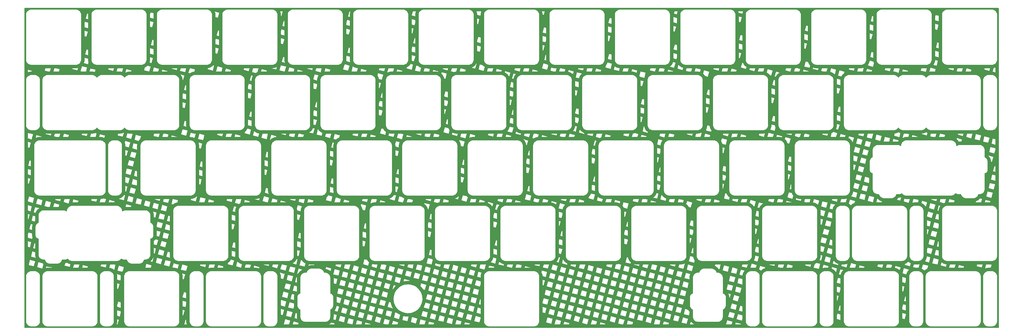
<source format=gbr>
%TF.GenerationSoftware,KiCad,Pcbnew,(6.0.2-0)*%
%TF.CreationDate,2024-03-25T07:46:48-04:00*%
%TF.ProjectId,platemount,706c6174-656d-46f7-956e-742e6b696361,rev?*%
%TF.SameCoordinates,Original*%
%TF.FileFunction,Copper,L2,Bot*%
%TF.FilePolarity,Positive*%
%FSLAX46Y46*%
G04 Gerber Fmt 4.6, Leading zero omitted, Abs format (unit mm)*
G04 Created by KiCad (PCBNEW (6.0.2-0)) date 2024-03-25 07:46:48*
%MOMM*%
%LPD*%
G01*
G04 APERTURE LIST*
G04 APERTURE END LIST*
%TA.AperFunction,NonConductor*%
G36*
X337063919Y-81998802D02*
G01*
X337110412Y-82052458D01*
X337121798Y-82104800D01*
X337121798Y-175070798D01*
X337101796Y-175138919D01*
X337048140Y-175185412D01*
X336995798Y-175196798D01*
X53529800Y-175196798D01*
X53461679Y-175176796D01*
X53415186Y-175123140D01*
X53403800Y-175070798D01*
X53403800Y-173187502D01*
X53904084Y-173187502D01*
X53904427Y-173191000D01*
X53904428Y-173191023D01*
X53907782Y-173225222D01*
X53908062Y-173228521D01*
X53920598Y-173403802D01*
X53921555Y-173408201D01*
X53961530Y-173591959D01*
X53966694Y-173615699D01*
X53977048Y-173643460D01*
X54035653Y-173800584D01*
X54042476Y-173818878D01*
X54146403Y-174009205D01*
X54276358Y-174182804D01*
X54429696Y-174336142D01*
X54603295Y-174466097D01*
X54793622Y-174570024D01*
X54797825Y-174571592D01*
X54797828Y-174571593D01*
X54921746Y-174617812D01*
X54996801Y-174645806D01*
X55001202Y-174646763D01*
X55001204Y-174646764D01*
X55204297Y-174690945D01*
X55204302Y-174690946D01*
X55208698Y-174691902D01*
X55232388Y-174693596D01*
X55344089Y-174701586D01*
X55350890Y-174702258D01*
X55391384Y-174707373D01*
X55396492Y-174708018D01*
X55400001Y-174708067D01*
X55402261Y-174708099D01*
X55424998Y-174708416D01*
X55469007Y-174704101D01*
X55481301Y-174703500D01*
X56352808Y-174703500D01*
X56368600Y-174704494D01*
X56371684Y-174704884D01*
X56396496Y-174708018D01*
X56411903Y-174708233D01*
X56421480Y-174708367D01*
X56421483Y-174708367D01*
X56425002Y-174708416D01*
X56428500Y-174708073D01*
X56428523Y-174708072D01*
X56462722Y-174704718D01*
X56466021Y-174704438D01*
X56641302Y-174691902D01*
X56686197Y-174682135D01*
X56848796Y-174646764D01*
X56848798Y-174646763D01*
X56853199Y-174645806D01*
X56928254Y-174617812D01*
X57052172Y-174571593D01*
X57052175Y-174571592D01*
X57056378Y-174570024D01*
X57246705Y-174466097D01*
X57420304Y-174336142D01*
X57573642Y-174182804D01*
X57703597Y-174009205D01*
X57807524Y-173818878D01*
X57814348Y-173800584D01*
X57872952Y-173643460D01*
X57883306Y-173615699D01*
X57884783Y-173608908D01*
X57928445Y-173408203D01*
X57928446Y-173408198D01*
X57929402Y-173403802D01*
X57934083Y-173338359D01*
X57939086Y-173268411D01*
X57939758Y-173261610D01*
X57945078Y-173219491D01*
X57945518Y-173216008D01*
X57945916Y-173187502D01*
X58654084Y-173187502D01*
X58654427Y-173191000D01*
X58654428Y-173191023D01*
X58657782Y-173225222D01*
X58658062Y-173228521D01*
X58670598Y-173403802D01*
X58671555Y-173408201D01*
X58711530Y-173591959D01*
X58716694Y-173615699D01*
X58727048Y-173643460D01*
X58785653Y-173800584D01*
X58792476Y-173818878D01*
X58896403Y-174009205D01*
X59026358Y-174182804D01*
X59179696Y-174336142D01*
X59353295Y-174466097D01*
X59543622Y-174570024D01*
X59547825Y-174571592D01*
X59547828Y-174571593D01*
X59671746Y-174617812D01*
X59746801Y-174645806D01*
X59751202Y-174646763D01*
X59751204Y-174646764D01*
X59954297Y-174690945D01*
X59954302Y-174690946D01*
X59958698Y-174691902D01*
X59982388Y-174693596D01*
X60094089Y-174701586D01*
X60100890Y-174702258D01*
X60141384Y-174707373D01*
X60146492Y-174708018D01*
X60150001Y-174708067D01*
X60152261Y-174708099D01*
X60174998Y-174708416D01*
X60219007Y-174704101D01*
X60231301Y-174703500D01*
X73102808Y-174703500D01*
X73118600Y-174704494D01*
X73121684Y-174704884D01*
X73146496Y-174708018D01*
X73161903Y-174708233D01*
X73171480Y-174708367D01*
X73171483Y-174708367D01*
X73175002Y-174708416D01*
X73178500Y-174708073D01*
X73178523Y-174708072D01*
X73212722Y-174704718D01*
X73216021Y-174704438D01*
X73391302Y-174691902D01*
X73436197Y-174682135D01*
X73598796Y-174646764D01*
X73598798Y-174646763D01*
X73603199Y-174645806D01*
X73678254Y-174617812D01*
X73802172Y-174571593D01*
X73802175Y-174571592D01*
X73806378Y-174570024D01*
X73996705Y-174466097D01*
X74170304Y-174336142D01*
X74323642Y-174182804D01*
X74453597Y-174009205D01*
X74557524Y-173818878D01*
X74564348Y-173800584D01*
X74622952Y-173643460D01*
X74633306Y-173615699D01*
X74634783Y-173608908D01*
X74678445Y-173408203D01*
X74678446Y-173408198D01*
X74679402Y-173403802D01*
X74684083Y-173338359D01*
X74689086Y-173268411D01*
X74689758Y-173261610D01*
X74695078Y-173219491D01*
X74695518Y-173216008D01*
X74695916Y-173187502D01*
X75404084Y-173187502D01*
X75404427Y-173191000D01*
X75404428Y-173191023D01*
X75407782Y-173225222D01*
X75408062Y-173228521D01*
X75420598Y-173403802D01*
X75421555Y-173408201D01*
X75461530Y-173591959D01*
X75466694Y-173615699D01*
X75477048Y-173643460D01*
X75535653Y-173800584D01*
X75542476Y-173818878D01*
X75646403Y-174009205D01*
X75776358Y-174182804D01*
X75929696Y-174336142D01*
X76103295Y-174466097D01*
X76293622Y-174570024D01*
X76297825Y-174571592D01*
X76297828Y-174571593D01*
X76421746Y-174617812D01*
X76496801Y-174645806D01*
X76501202Y-174646763D01*
X76501204Y-174646764D01*
X76704297Y-174690945D01*
X76704302Y-174690946D01*
X76708698Y-174691902D01*
X76732388Y-174693596D01*
X76844089Y-174701586D01*
X76850890Y-174702258D01*
X76891384Y-174707373D01*
X76896492Y-174708018D01*
X76900001Y-174708067D01*
X76902261Y-174708099D01*
X76924998Y-174708416D01*
X76969007Y-174704101D01*
X76981301Y-174703500D01*
X77852808Y-174703500D01*
X77868600Y-174704494D01*
X77871684Y-174704884D01*
X77896496Y-174708018D01*
X77911903Y-174708233D01*
X77921480Y-174708367D01*
X77921483Y-174708367D01*
X77925002Y-174708416D01*
X77928500Y-174708073D01*
X77928523Y-174708072D01*
X77962722Y-174704718D01*
X77966021Y-174704438D01*
X78141302Y-174691902D01*
X78186197Y-174682135D01*
X78348796Y-174646764D01*
X78348798Y-174646763D01*
X78353199Y-174645806D01*
X78428254Y-174617812D01*
X78552172Y-174571593D01*
X78552175Y-174571592D01*
X78556378Y-174570024D01*
X78746705Y-174466097D01*
X78920304Y-174336142D01*
X79073642Y-174182804D01*
X79073646Y-174182798D01*
X80253717Y-174182798D01*
X80530279Y-174182798D01*
X80796968Y-173187502D01*
X82466584Y-173187502D01*
X82466927Y-173191000D01*
X82466928Y-173191023D01*
X82470282Y-173225222D01*
X82470562Y-173228521D01*
X82483098Y-173403802D01*
X82484055Y-173408201D01*
X82524030Y-173591959D01*
X82529194Y-173615699D01*
X82539548Y-173643460D01*
X82598153Y-173800584D01*
X82604976Y-173818878D01*
X82708903Y-174009205D01*
X82838858Y-174182804D01*
X82992196Y-174336142D01*
X83165795Y-174466097D01*
X83356122Y-174570024D01*
X83360325Y-174571592D01*
X83360328Y-174571593D01*
X83484246Y-174617812D01*
X83559301Y-174645806D01*
X83563702Y-174646763D01*
X83563704Y-174646764D01*
X83766797Y-174690945D01*
X83766802Y-174690946D01*
X83771198Y-174691902D01*
X83794888Y-174693596D01*
X83906589Y-174701586D01*
X83913390Y-174702258D01*
X83953884Y-174707373D01*
X83958992Y-174708018D01*
X83962501Y-174708067D01*
X83964761Y-174708099D01*
X83987498Y-174708416D01*
X84031507Y-174704101D01*
X84043801Y-174703500D01*
X96915308Y-174703500D01*
X96931100Y-174704494D01*
X96934184Y-174704884D01*
X96958996Y-174708018D01*
X96974403Y-174708233D01*
X96983980Y-174708367D01*
X96983983Y-174708367D01*
X96987502Y-174708416D01*
X96991000Y-174708073D01*
X96991023Y-174708072D01*
X97025222Y-174704718D01*
X97028521Y-174704438D01*
X97203802Y-174691902D01*
X97248697Y-174682135D01*
X97411296Y-174646764D01*
X97411298Y-174646763D01*
X97415699Y-174645806D01*
X97490754Y-174617812D01*
X97614672Y-174571593D01*
X97614675Y-174571592D01*
X97618878Y-174570024D01*
X97809205Y-174466097D01*
X97982804Y-174336142D01*
X98136142Y-174182804D01*
X98136146Y-174182798D01*
X99987260Y-174182798D01*
X100721283Y-174182798D01*
X100719057Y-174177424D01*
X100717408Y-174173236D01*
X100641626Y-173970057D01*
X100640128Y-173965810D01*
X100622942Y-173914168D01*
X100621598Y-173909875D01*
X100616534Y-173892626D01*
X100615345Y-173888291D01*
X100601902Y-173835618D01*
X100600869Y-173831244D01*
X100554773Y-173619347D01*
X100553895Y-173614937D01*
X100544238Y-173561417D01*
X100543519Y-173556977D01*
X100540960Y-173539181D01*
X100540399Y-173534718D01*
X100534582Y-173480619D01*
X100534181Y-173476136D01*
X100522478Y-173312503D01*
X100519925Y-173286466D01*
X100519630Y-173282959D01*
X100516660Y-173240493D01*
X100516463Y-173236977D01*
X100515874Y-173222921D01*
X100515776Y-173219405D01*
X100515331Y-173187502D01*
X101529084Y-173187502D01*
X101529427Y-173191000D01*
X101529428Y-173191023D01*
X101532782Y-173225222D01*
X101533062Y-173228521D01*
X101545598Y-173403802D01*
X101546555Y-173408201D01*
X101586530Y-173591959D01*
X101591694Y-173615699D01*
X101602048Y-173643460D01*
X101660653Y-173800584D01*
X101667476Y-173818878D01*
X101771403Y-174009205D01*
X101901358Y-174182804D01*
X102054696Y-174336142D01*
X102228295Y-174466097D01*
X102418622Y-174570024D01*
X102422825Y-174571592D01*
X102422828Y-174571593D01*
X102546746Y-174617812D01*
X102621801Y-174645806D01*
X102626202Y-174646763D01*
X102626204Y-174646764D01*
X102829297Y-174690945D01*
X102829302Y-174690946D01*
X102833698Y-174691902D01*
X102857388Y-174693596D01*
X102969089Y-174701586D01*
X102975890Y-174702258D01*
X103016384Y-174707373D01*
X103021492Y-174708018D01*
X103025001Y-174708067D01*
X103027261Y-174708099D01*
X103049998Y-174708416D01*
X103094007Y-174704101D01*
X103106301Y-174703500D01*
X103977808Y-174703500D01*
X103993600Y-174704494D01*
X103996684Y-174704884D01*
X104021496Y-174708018D01*
X104036903Y-174708233D01*
X104046480Y-174708367D01*
X104046483Y-174708367D01*
X104050002Y-174708416D01*
X104053500Y-174708073D01*
X104053523Y-174708072D01*
X104087722Y-174704718D01*
X104091021Y-174704438D01*
X104266302Y-174691902D01*
X104311197Y-174682135D01*
X104473796Y-174646764D01*
X104473798Y-174646763D01*
X104478199Y-174645806D01*
X104553254Y-174617812D01*
X104677172Y-174571593D01*
X104677175Y-174571592D01*
X104681378Y-174570024D01*
X104871705Y-174466097D01*
X105045304Y-174336142D01*
X105198642Y-174182804D01*
X105328597Y-174009205D01*
X105432524Y-173818878D01*
X105439348Y-173800584D01*
X105497952Y-173643460D01*
X105508306Y-173615699D01*
X105509783Y-173608908D01*
X105553445Y-173408203D01*
X105553446Y-173408198D01*
X105554402Y-173403802D01*
X105559083Y-173338359D01*
X105564086Y-173268411D01*
X105564758Y-173261610D01*
X105570078Y-173219491D01*
X105570518Y-173216008D01*
X105570916Y-173187502D01*
X106279084Y-173187502D01*
X106279427Y-173191000D01*
X106279428Y-173191023D01*
X106282782Y-173225222D01*
X106283062Y-173228521D01*
X106295598Y-173403802D01*
X106296555Y-173408201D01*
X106336530Y-173591959D01*
X106341694Y-173615699D01*
X106352048Y-173643460D01*
X106410653Y-173800584D01*
X106417476Y-173818878D01*
X106521403Y-174009205D01*
X106651358Y-174182804D01*
X106804696Y-174336142D01*
X106978295Y-174466097D01*
X107168622Y-174570024D01*
X107172825Y-174571592D01*
X107172828Y-174571593D01*
X107296746Y-174617812D01*
X107371801Y-174645806D01*
X107376202Y-174646763D01*
X107376204Y-174646764D01*
X107579297Y-174690945D01*
X107579302Y-174690946D01*
X107583698Y-174691902D01*
X107607388Y-174693596D01*
X107719089Y-174701586D01*
X107725890Y-174702258D01*
X107766384Y-174707373D01*
X107771492Y-174708018D01*
X107775001Y-174708067D01*
X107777261Y-174708099D01*
X107799998Y-174708416D01*
X107844007Y-174704101D01*
X107856301Y-174703500D01*
X120727808Y-174703500D01*
X120743600Y-174704494D01*
X120746684Y-174704884D01*
X120771496Y-174708018D01*
X120786903Y-174708233D01*
X120796480Y-174708367D01*
X120796483Y-174708367D01*
X120800002Y-174708416D01*
X120803500Y-174708073D01*
X120803523Y-174708072D01*
X120837722Y-174704718D01*
X120841021Y-174704438D01*
X121016302Y-174691902D01*
X121061197Y-174682135D01*
X121223796Y-174646764D01*
X121223798Y-174646763D01*
X121228199Y-174645806D01*
X121303254Y-174617812D01*
X121427172Y-174571593D01*
X121427175Y-174571592D01*
X121431378Y-174570024D01*
X121621705Y-174466097D01*
X121795304Y-174336142D01*
X121948642Y-174182804D01*
X122078597Y-174009205D01*
X122182524Y-173818878D01*
X122189348Y-173800584D01*
X122247952Y-173643460D01*
X122258306Y-173615699D01*
X122259783Y-173608908D01*
X122303445Y-173408203D01*
X122303446Y-173408198D01*
X122304402Y-173403802D01*
X122309083Y-173338359D01*
X122314086Y-173268411D01*
X122314758Y-173261610D01*
X122320078Y-173219491D01*
X122320518Y-173216008D01*
X122320916Y-173187502D01*
X123029084Y-173187502D01*
X123029427Y-173191000D01*
X123029428Y-173191023D01*
X123032782Y-173225222D01*
X123033062Y-173228521D01*
X123045598Y-173403802D01*
X123046555Y-173408201D01*
X123086530Y-173591959D01*
X123091694Y-173615699D01*
X123102048Y-173643460D01*
X123160653Y-173800584D01*
X123167476Y-173818878D01*
X123271403Y-174009205D01*
X123401358Y-174182804D01*
X123554696Y-174336142D01*
X123728295Y-174466097D01*
X123918622Y-174570024D01*
X123922825Y-174571592D01*
X123922828Y-174571593D01*
X124046746Y-174617812D01*
X124121801Y-174645806D01*
X124126202Y-174646763D01*
X124126204Y-174646764D01*
X124329297Y-174690945D01*
X124329302Y-174690946D01*
X124333698Y-174691902D01*
X124357388Y-174693596D01*
X124469089Y-174701586D01*
X124475890Y-174702258D01*
X124516384Y-174707373D01*
X124521492Y-174708018D01*
X124525001Y-174708067D01*
X124527261Y-174708099D01*
X124549998Y-174708416D01*
X124594007Y-174704101D01*
X124606301Y-174703500D01*
X125477808Y-174703500D01*
X125493600Y-174704494D01*
X125496684Y-174704884D01*
X125521496Y-174708018D01*
X125536903Y-174708233D01*
X125546480Y-174708367D01*
X125546483Y-174708367D01*
X125550002Y-174708416D01*
X125553500Y-174708073D01*
X125553523Y-174708072D01*
X125587722Y-174704718D01*
X125591021Y-174704438D01*
X125766302Y-174691902D01*
X125811197Y-174682135D01*
X125973796Y-174646764D01*
X125973798Y-174646763D01*
X125978199Y-174645806D01*
X126053254Y-174617812D01*
X126177172Y-174571593D01*
X126177175Y-174571592D01*
X126181378Y-174570024D01*
X126371705Y-174466097D01*
X126545304Y-174336142D01*
X126698642Y-174182804D01*
X126754818Y-174107762D01*
X128932982Y-174107762D01*
X129213019Y-174182798D01*
X130492708Y-174182798D01*
X131542478Y-174182798D01*
X133122309Y-174182798D01*
X142060885Y-174182798D01*
X143640715Y-174182798D01*
X143726601Y-173862268D01*
X143504145Y-173802661D01*
X147421944Y-173802661D01*
X148840631Y-174182798D01*
X148899917Y-174182798D01*
X149949689Y-174182798D01*
X151529519Y-174182798D01*
X152579290Y-174182798D01*
X154159121Y-174182798D01*
X154197808Y-174038418D01*
X153975352Y-173978811D01*
X157893151Y-173978811D01*
X158654440Y-174182798D01*
X159418324Y-174182798D01*
X160468095Y-174182798D01*
X162047926Y-174182798D01*
X162055385Y-174154961D01*
X168364358Y-174154961D01*
X168468246Y-174182798D01*
X169936730Y-174182798D01*
X170986500Y-174182798D01*
X172566332Y-174182798D01*
X178875305Y-174182798D01*
X180455136Y-174182798D01*
X181504907Y-174182798D01*
X183084737Y-174182798D01*
X183157976Y-173909468D01*
X181683974Y-173514509D01*
X181504907Y-174182798D01*
X180455136Y-174182798D01*
X180704525Y-173252067D01*
X180482069Y-173192460D01*
X184399868Y-173192460D01*
X185873870Y-173587418D01*
X185981027Y-173187502D01*
X187241584Y-173187502D01*
X187241927Y-173191000D01*
X187241928Y-173191023D01*
X187245282Y-173225222D01*
X187245562Y-173228521D01*
X187258098Y-173403802D01*
X187259055Y-173408201D01*
X187299030Y-173591959D01*
X187304194Y-173615699D01*
X187314548Y-173643460D01*
X187373153Y-173800584D01*
X187379976Y-173818878D01*
X187483903Y-174009205D01*
X187613858Y-174182804D01*
X187767196Y-174336142D01*
X187940795Y-174466097D01*
X188131122Y-174570024D01*
X188135325Y-174571592D01*
X188135328Y-174571593D01*
X188259246Y-174617812D01*
X188334301Y-174645806D01*
X188338702Y-174646763D01*
X188338704Y-174646764D01*
X188541797Y-174690945D01*
X188541802Y-174690946D01*
X188546198Y-174691902D01*
X188569888Y-174693596D01*
X188681589Y-174701586D01*
X188688390Y-174702258D01*
X188728884Y-174707373D01*
X188733992Y-174708018D01*
X188737501Y-174708067D01*
X188739761Y-174708099D01*
X188762498Y-174708416D01*
X188806507Y-174704101D01*
X188818801Y-174703500D01*
X201690308Y-174703500D01*
X201706100Y-174704494D01*
X201709184Y-174704884D01*
X201733996Y-174708018D01*
X201749403Y-174708233D01*
X201758980Y-174708367D01*
X201758983Y-174708367D01*
X201762502Y-174708416D01*
X201766000Y-174708073D01*
X201766023Y-174708072D01*
X201800222Y-174704718D01*
X201803521Y-174704438D01*
X201978802Y-174691902D01*
X202023697Y-174682135D01*
X202186296Y-174646764D01*
X202186298Y-174646763D01*
X202190699Y-174645806D01*
X202265754Y-174617812D01*
X202389672Y-174571593D01*
X202389675Y-174571592D01*
X202393878Y-174570024D01*
X202584205Y-174466097D01*
X202757804Y-174336142D01*
X202911142Y-174182804D01*
X202911146Y-174182798D01*
X207800921Y-174182798D01*
X209380752Y-174182798D01*
X210430524Y-174182798D01*
X212010354Y-174182798D01*
X218319328Y-174182798D01*
X219899158Y-174182798D01*
X220948929Y-174182798D01*
X222528760Y-174182798D01*
X222589352Y-173956667D01*
X222366896Y-173897060D01*
X226284695Y-173897060D01*
X227351083Y-174182798D01*
X227787963Y-174182798D01*
X228837734Y-174182798D01*
X230417564Y-174182798D01*
X230446928Y-174073210D01*
X236755902Y-174073210D01*
X237164889Y-174182798D01*
X238306369Y-174182798D01*
X239356140Y-174182798D01*
X240935971Y-174182798D01*
X247244945Y-174182798D01*
X248535032Y-174182798D01*
X257763350Y-174182798D01*
X259343181Y-174182798D01*
X260392952Y-174182798D01*
X261972782Y-174182798D01*
X262020727Y-174003866D01*
X260546725Y-173608908D01*
X260392952Y-174182798D01*
X259343181Y-174182798D01*
X259567276Y-173346466D01*
X258974016Y-173187502D01*
X263454084Y-173187502D01*
X263454427Y-173191000D01*
X263454428Y-173191023D01*
X263457782Y-173225222D01*
X263458062Y-173228521D01*
X263470598Y-173403802D01*
X263471555Y-173408201D01*
X263511530Y-173591959D01*
X263516694Y-173615699D01*
X263527048Y-173643460D01*
X263585653Y-173800584D01*
X263592476Y-173818878D01*
X263696403Y-174009205D01*
X263826358Y-174182804D01*
X263979696Y-174336142D01*
X264153295Y-174466097D01*
X264343622Y-174570024D01*
X264347825Y-174571592D01*
X264347828Y-174571593D01*
X264471746Y-174617812D01*
X264546801Y-174645806D01*
X264551202Y-174646763D01*
X264551204Y-174646764D01*
X264754297Y-174690945D01*
X264754302Y-174690946D01*
X264758698Y-174691902D01*
X264782388Y-174693596D01*
X264894089Y-174701586D01*
X264900890Y-174702258D01*
X264941384Y-174707373D01*
X264946492Y-174708018D01*
X264950001Y-174708067D01*
X264952261Y-174708099D01*
X264974998Y-174708416D01*
X265019007Y-174704101D01*
X265031301Y-174703500D01*
X265902808Y-174703500D01*
X265918600Y-174704494D01*
X265921684Y-174704884D01*
X265946496Y-174708018D01*
X265961903Y-174708233D01*
X265971480Y-174708367D01*
X265971483Y-174708367D01*
X265975002Y-174708416D01*
X265978500Y-174708073D01*
X265978523Y-174708072D01*
X266012722Y-174704718D01*
X266016021Y-174704438D01*
X266191302Y-174691902D01*
X266236197Y-174682135D01*
X266398796Y-174646764D01*
X266398798Y-174646763D01*
X266403199Y-174645806D01*
X266478254Y-174617812D01*
X266602172Y-174571593D01*
X266602175Y-174571592D01*
X266606378Y-174570024D01*
X266796705Y-174466097D01*
X266970304Y-174336142D01*
X267123642Y-174182804D01*
X267253597Y-174009205D01*
X267357524Y-173818878D01*
X267364348Y-173800584D01*
X267422952Y-173643460D01*
X267433306Y-173615699D01*
X267434783Y-173608908D01*
X267478445Y-173408203D01*
X267478446Y-173408198D01*
X267479402Y-173403802D01*
X267484083Y-173338359D01*
X267489086Y-173268411D01*
X267489758Y-173261610D01*
X267495078Y-173219491D01*
X267495518Y-173216008D01*
X267495916Y-173187502D01*
X268204084Y-173187502D01*
X268204427Y-173191000D01*
X268204428Y-173191023D01*
X268207782Y-173225222D01*
X268208062Y-173228521D01*
X268220598Y-173403802D01*
X268221555Y-173408201D01*
X268261530Y-173591959D01*
X268266694Y-173615699D01*
X268277048Y-173643460D01*
X268335653Y-173800584D01*
X268342476Y-173818878D01*
X268446403Y-174009205D01*
X268576358Y-174182804D01*
X268729696Y-174336142D01*
X268903295Y-174466097D01*
X269093622Y-174570024D01*
X269097825Y-174571592D01*
X269097828Y-174571593D01*
X269221746Y-174617812D01*
X269296801Y-174645806D01*
X269301202Y-174646763D01*
X269301204Y-174646764D01*
X269504297Y-174690945D01*
X269504302Y-174690946D01*
X269508698Y-174691902D01*
X269532388Y-174693596D01*
X269644089Y-174701586D01*
X269650890Y-174702258D01*
X269691384Y-174707373D01*
X269696492Y-174708018D01*
X269700001Y-174708067D01*
X269702261Y-174708099D01*
X269724998Y-174708416D01*
X269769007Y-174704101D01*
X269781301Y-174703500D01*
X282652808Y-174703500D01*
X282668600Y-174704494D01*
X282671684Y-174704884D01*
X282696496Y-174708018D01*
X282711903Y-174708233D01*
X282721480Y-174708367D01*
X282721483Y-174708367D01*
X282725002Y-174708416D01*
X282728500Y-174708073D01*
X282728523Y-174708072D01*
X282762722Y-174704718D01*
X282766021Y-174704438D01*
X282941302Y-174691902D01*
X282986198Y-174682135D01*
X283148796Y-174646764D01*
X283148798Y-174646763D01*
X283153199Y-174645806D01*
X283228254Y-174617812D01*
X283352172Y-174571593D01*
X283352175Y-174571592D01*
X283356378Y-174570024D01*
X283546705Y-174466097D01*
X283720304Y-174336142D01*
X283873642Y-174182804D01*
X284003597Y-174009205D01*
X284107524Y-173818878D01*
X284114348Y-173800584D01*
X284172952Y-173643460D01*
X284183306Y-173615699D01*
X284184783Y-173608908D01*
X284228445Y-173408203D01*
X284228446Y-173408198D01*
X284229402Y-173403802D01*
X284234083Y-173338359D01*
X284239086Y-173268411D01*
X284239758Y-173261610D01*
X284245078Y-173219491D01*
X284245518Y-173216008D01*
X284245916Y-173187502D01*
X284954084Y-173187502D01*
X284954427Y-173191000D01*
X284954428Y-173191023D01*
X284957782Y-173225222D01*
X284958062Y-173228521D01*
X284970598Y-173403802D01*
X284971555Y-173408201D01*
X285011530Y-173591959D01*
X285016694Y-173615699D01*
X285027048Y-173643460D01*
X285085653Y-173800584D01*
X285092476Y-173818878D01*
X285196403Y-174009205D01*
X285326358Y-174182804D01*
X285479696Y-174336142D01*
X285653295Y-174466097D01*
X285843622Y-174570024D01*
X285847825Y-174571592D01*
X285847828Y-174571593D01*
X285971746Y-174617812D01*
X286046801Y-174645806D01*
X286051202Y-174646763D01*
X286051204Y-174646764D01*
X286254297Y-174690945D01*
X286254302Y-174690946D01*
X286258698Y-174691902D01*
X286282388Y-174693596D01*
X286394089Y-174701586D01*
X286400890Y-174702258D01*
X286441384Y-174707373D01*
X286446492Y-174708018D01*
X286450001Y-174708067D01*
X286452261Y-174708099D01*
X286474998Y-174708416D01*
X286519007Y-174704101D01*
X286531301Y-174703500D01*
X287402808Y-174703500D01*
X287418600Y-174704494D01*
X287421684Y-174704884D01*
X287446496Y-174708018D01*
X287461903Y-174708233D01*
X287471480Y-174708367D01*
X287471483Y-174708367D01*
X287475002Y-174708416D01*
X287478500Y-174708073D01*
X287478523Y-174708072D01*
X287512722Y-174704718D01*
X287516021Y-174704438D01*
X287691302Y-174691902D01*
X287736198Y-174682135D01*
X287898796Y-174646764D01*
X287898798Y-174646763D01*
X287903199Y-174645806D01*
X287978254Y-174617812D01*
X288102172Y-174571593D01*
X288102175Y-174571592D01*
X288106378Y-174570024D01*
X288296705Y-174466097D01*
X288470304Y-174336142D01*
X288623642Y-174182804D01*
X288753597Y-174009205D01*
X288857524Y-173818878D01*
X288864348Y-173800584D01*
X288922952Y-173643460D01*
X288933306Y-173615699D01*
X288934783Y-173608908D01*
X288978445Y-173408203D01*
X288978446Y-173408198D01*
X288979402Y-173403802D01*
X288984083Y-173338359D01*
X288989086Y-173268411D01*
X288989758Y-173261610D01*
X288995078Y-173219491D01*
X288995518Y-173216008D01*
X288995916Y-173187502D01*
X292016584Y-173187502D01*
X292016927Y-173191000D01*
X292016928Y-173191023D01*
X292020282Y-173225222D01*
X292020562Y-173228521D01*
X292033098Y-173403802D01*
X292034055Y-173408201D01*
X292074030Y-173591959D01*
X292079194Y-173615699D01*
X292089548Y-173643460D01*
X292148153Y-173800584D01*
X292154976Y-173818878D01*
X292258903Y-174009205D01*
X292388858Y-174182804D01*
X292542196Y-174336142D01*
X292715795Y-174466097D01*
X292906122Y-174570024D01*
X292910325Y-174571592D01*
X292910328Y-174571593D01*
X293034246Y-174617812D01*
X293109301Y-174645806D01*
X293113702Y-174646763D01*
X293113704Y-174646764D01*
X293316797Y-174690945D01*
X293316802Y-174690946D01*
X293321198Y-174691902D01*
X293344888Y-174693596D01*
X293456589Y-174701586D01*
X293463390Y-174702258D01*
X293503884Y-174707373D01*
X293508992Y-174708018D01*
X293512501Y-174708067D01*
X293514761Y-174708099D01*
X293537498Y-174708416D01*
X293581507Y-174704101D01*
X293593801Y-174703500D01*
X306465308Y-174703500D01*
X306481100Y-174704494D01*
X306484184Y-174704884D01*
X306508996Y-174708018D01*
X306524403Y-174708233D01*
X306533980Y-174708367D01*
X306533983Y-174708367D01*
X306537502Y-174708416D01*
X306541000Y-174708073D01*
X306541023Y-174708072D01*
X306575222Y-174704718D01*
X306578521Y-174704438D01*
X306753802Y-174691902D01*
X306798698Y-174682135D01*
X306961296Y-174646764D01*
X306961298Y-174646763D01*
X306965699Y-174645806D01*
X307040754Y-174617812D01*
X307164672Y-174571593D01*
X307164675Y-174571592D01*
X307168878Y-174570024D01*
X307359205Y-174466097D01*
X307532804Y-174336142D01*
X307686142Y-174182804D01*
X307816097Y-174009205D01*
X307920024Y-173818878D01*
X307926848Y-173800584D01*
X307985452Y-173643460D01*
X307995806Y-173615699D01*
X307997283Y-173608908D01*
X308040945Y-173408203D01*
X308040946Y-173408198D01*
X308041902Y-173403802D01*
X308046583Y-173338359D01*
X308051586Y-173268411D01*
X308052258Y-173261610D01*
X308057578Y-173219491D01*
X308058018Y-173216008D01*
X308058416Y-173187502D01*
X311079084Y-173187502D01*
X311079427Y-173191000D01*
X311079428Y-173191023D01*
X311082782Y-173225222D01*
X311083062Y-173228521D01*
X311095598Y-173403802D01*
X311096555Y-173408201D01*
X311136530Y-173591959D01*
X311141694Y-173615699D01*
X311152048Y-173643460D01*
X311210653Y-173800584D01*
X311217476Y-173818878D01*
X311321403Y-174009205D01*
X311451358Y-174182804D01*
X311604696Y-174336142D01*
X311778295Y-174466097D01*
X311968622Y-174570024D01*
X311972825Y-174571592D01*
X311972828Y-174571593D01*
X312096746Y-174617812D01*
X312171801Y-174645806D01*
X312176202Y-174646763D01*
X312176204Y-174646764D01*
X312379297Y-174690945D01*
X312379302Y-174690946D01*
X312383698Y-174691902D01*
X312407388Y-174693596D01*
X312519089Y-174701586D01*
X312525890Y-174702258D01*
X312566384Y-174707373D01*
X312571492Y-174708018D01*
X312575001Y-174708067D01*
X312577261Y-174708099D01*
X312599998Y-174708416D01*
X312644007Y-174704101D01*
X312656301Y-174703500D01*
X313527808Y-174703500D01*
X313543600Y-174704494D01*
X313546684Y-174704884D01*
X313571496Y-174708018D01*
X313586903Y-174708233D01*
X313596480Y-174708367D01*
X313596483Y-174708367D01*
X313600002Y-174708416D01*
X313603500Y-174708073D01*
X313603523Y-174708072D01*
X313637722Y-174704718D01*
X313641021Y-174704438D01*
X313816302Y-174691902D01*
X313861198Y-174682135D01*
X314023796Y-174646764D01*
X314023798Y-174646763D01*
X314028199Y-174645806D01*
X314103254Y-174617812D01*
X314227172Y-174571593D01*
X314227175Y-174571592D01*
X314231378Y-174570024D01*
X314421705Y-174466097D01*
X314595304Y-174336142D01*
X314748642Y-174182804D01*
X314878597Y-174009205D01*
X314982524Y-173818878D01*
X314989348Y-173800584D01*
X315047952Y-173643460D01*
X315058306Y-173615699D01*
X315059783Y-173608908D01*
X315103445Y-173408203D01*
X315103446Y-173408198D01*
X315104402Y-173403802D01*
X315109083Y-173338359D01*
X315114086Y-173268411D01*
X315114758Y-173261610D01*
X315120078Y-173219491D01*
X315120518Y-173216008D01*
X315120916Y-173187502D01*
X315829084Y-173187502D01*
X315829427Y-173191000D01*
X315829428Y-173191023D01*
X315832782Y-173225222D01*
X315833062Y-173228521D01*
X315845598Y-173403802D01*
X315846555Y-173408201D01*
X315886530Y-173591959D01*
X315891694Y-173615699D01*
X315902048Y-173643460D01*
X315960653Y-173800584D01*
X315967476Y-173818878D01*
X316071403Y-174009205D01*
X316201358Y-174182804D01*
X316354696Y-174336142D01*
X316528295Y-174466097D01*
X316718622Y-174570024D01*
X316722825Y-174571592D01*
X316722828Y-174571593D01*
X316846746Y-174617812D01*
X316921801Y-174645806D01*
X316926202Y-174646763D01*
X316926204Y-174646764D01*
X317129297Y-174690945D01*
X317129302Y-174690946D01*
X317133698Y-174691902D01*
X317157388Y-174693596D01*
X317269089Y-174701586D01*
X317275890Y-174702258D01*
X317316384Y-174707373D01*
X317321492Y-174708018D01*
X317325001Y-174708067D01*
X317327261Y-174708099D01*
X317349998Y-174708416D01*
X317394007Y-174704101D01*
X317406301Y-174703500D01*
X330277808Y-174703500D01*
X330293600Y-174704494D01*
X330296684Y-174704884D01*
X330321496Y-174708018D01*
X330336903Y-174708233D01*
X330346480Y-174708367D01*
X330346483Y-174708367D01*
X330350002Y-174708416D01*
X330353500Y-174708073D01*
X330353523Y-174708072D01*
X330387722Y-174704718D01*
X330391021Y-174704438D01*
X330566302Y-174691902D01*
X330611198Y-174682135D01*
X330773796Y-174646764D01*
X330773798Y-174646763D01*
X330778199Y-174645806D01*
X330853254Y-174617812D01*
X330977172Y-174571593D01*
X330977175Y-174571592D01*
X330981378Y-174570024D01*
X331171705Y-174466097D01*
X331345304Y-174336142D01*
X331498642Y-174182804D01*
X331628597Y-174009205D01*
X331732524Y-173818878D01*
X331739348Y-173800584D01*
X331797952Y-173643460D01*
X331808306Y-173615699D01*
X331809783Y-173608908D01*
X331853445Y-173408203D01*
X331853446Y-173408198D01*
X331854402Y-173403802D01*
X331859083Y-173338359D01*
X331864086Y-173268411D01*
X331864758Y-173261610D01*
X331870078Y-173219491D01*
X331870518Y-173216008D01*
X331870916Y-173187502D01*
X332579084Y-173187502D01*
X332579427Y-173191000D01*
X332579428Y-173191023D01*
X332582782Y-173225222D01*
X332583062Y-173228521D01*
X332595598Y-173403802D01*
X332596555Y-173408201D01*
X332636530Y-173591959D01*
X332641694Y-173615699D01*
X332652048Y-173643460D01*
X332710653Y-173800584D01*
X332717476Y-173818878D01*
X332821403Y-174009205D01*
X332951358Y-174182804D01*
X333104696Y-174336142D01*
X333278295Y-174466097D01*
X333468622Y-174570024D01*
X333472825Y-174571592D01*
X333472828Y-174571593D01*
X333596746Y-174617812D01*
X333671801Y-174645806D01*
X333676202Y-174646763D01*
X333676204Y-174646764D01*
X333879297Y-174690945D01*
X333879302Y-174690946D01*
X333883698Y-174691902D01*
X333907388Y-174693596D01*
X334019089Y-174701586D01*
X334025890Y-174702258D01*
X334066384Y-174707373D01*
X334071492Y-174708018D01*
X334075001Y-174708067D01*
X334077261Y-174708099D01*
X334099998Y-174708416D01*
X334144007Y-174704101D01*
X334156301Y-174703500D01*
X335027808Y-174703500D01*
X335043600Y-174704494D01*
X335046684Y-174704884D01*
X335071496Y-174708018D01*
X335086903Y-174708233D01*
X335096480Y-174708367D01*
X335096483Y-174708367D01*
X335100002Y-174708416D01*
X335103500Y-174708073D01*
X335103523Y-174708072D01*
X335137722Y-174704718D01*
X335141021Y-174704438D01*
X335316302Y-174691902D01*
X335361198Y-174682135D01*
X335523796Y-174646764D01*
X335523798Y-174646763D01*
X335528199Y-174645806D01*
X335603254Y-174617812D01*
X335727172Y-174571593D01*
X335727175Y-174571592D01*
X335731378Y-174570024D01*
X335921705Y-174466097D01*
X336095304Y-174336142D01*
X336248642Y-174182804D01*
X336378597Y-174009205D01*
X336482524Y-173818878D01*
X336489348Y-173800584D01*
X336547952Y-173643460D01*
X336558306Y-173615699D01*
X336559783Y-173608908D01*
X336603445Y-173408203D01*
X336603446Y-173408198D01*
X336604402Y-173403802D01*
X336609083Y-173338359D01*
X336614086Y-173268411D01*
X336614758Y-173261610D01*
X336620078Y-173219491D01*
X336620518Y-173216008D01*
X336620916Y-173187502D01*
X336616601Y-173143493D01*
X336616000Y-173131199D01*
X336616000Y-160259692D01*
X336616994Y-160243900D01*
X336620075Y-160219508D01*
X336620076Y-160219499D01*
X336620518Y-160216004D01*
X336620763Y-160198458D01*
X336620867Y-160191020D01*
X336620867Y-160191017D01*
X336620916Y-160187498D01*
X336620573Y-160184000D01*
X336620572Y-160183977D01*
X336617218Y-160149778D01*
X336616937Y-160146469D01*
X336616068Y-160134310D01*
X336604402Y-159971198D01*
X336592286Y-159915502D01*
X336559264Y-159763704D01*
X336559263Y-159763702D01*
X336558306Y-159759301D01*
X336493299Y-159585011D01*
X336484093Y-159560328D01*
X336484092Y-159560325D01*
X336482524Y-159556122D01*
X336474299Y-159541058D01*
X336380756Y-159369749D01*
X336378597Y-159365795D01*
X336248642Y-159192196D01*
X336095304Y-159038858D01*
X335921705Y-158908903D01*
X335731378Y-158804976D01*
X335727175Y-158803408D01*
X335727172Y-158803407D01*
X335532416Y-158730767D01*
X335528199Y-158729194D01*
X335523798Y-158728237D01*
X335523796Y-158728236D01*
X335320703Y-158684055D01*
X335320698Y-158684054D01*
X335316302Y-158683098D01*
X335292612Y-158681404D01*
X335180911Y-158673414D01*
X335174110Y-158672742D01*
X335131991Y-158667422D01*
X335128508Y-158666982D01*
X335124999Y-158666933D01*
X335122739Y-158666901D01*
X335100002Y-158666584D01*
X335059421Y-158670563D01*
X335055994Y-158670899D01*
X335043699Y-158671500D01*
X334172192Y-158671500D01*
X334156400Y-158670506D01*
X334153316Y-158670116D01*
X334128504Y-158666982D01*
X334113097Y-158666767D01*
X334103520Y-158666633D01*
X334103517Y-158666633D01*
X334099998Y-158666584D01*
X334096500Y-158666927D01*
X334096477Y-158666928D01*
X334062278Y-158670282D01*
X334058979Y-158670562D01*
X333883698Y-158683098D01*
X333879298Y-158684055D01*
X333879299Y-158684055D01*
X333676204Y-158728236D01*
X333676202Y-158728237D01*
X333671801Y-158729194D01*
X333667584Y-158730767D01*
X333472828Y-158803407D01*
X333472825Y-158803408D01*
X333468622Y-158804976D01*
X333278295Y-158908903D01*
X333104696Y-159038858D01*
X332951358Y-159192196D01*
X332821403Y-159365795D01*
X332819244Y-159369749D01*
X332725702Y-159541058D01*
X332717476Y-159556122D01*
X332715908Y-159560325D01*
X332715907Y-159560328D01*
X332706701Y-159585011D01*
X332641694Y-159759301D01*
X332640737Y-159763702D01*
X332640736Y-159763704D01*
X332598833Y-159956328D01*
X332595598Y-159971198D01*
X332593904Y-159994888D01*
X332585914Y-160106589D01*
X332585242Y-160113390D01*
X332584911Y-160116013D01*
X332579482Y-160158992D01*
X332579084Y-160187498D01*
X332579426Y-160190986D01*
X332583399Y-160231506D01*
X332584000Y-160243801D01*
X332584000Y-173115308D01*
X332583006Y-173131100D01*
X332582987Y-173131250D01*
X332579482Y-173158996D01*
X332579433Y-173162519D01*
X332579433Y-173162521D01*
X332579233Y-173176864D01*
X332579084Y-173187502D01*
X331870916Y-173187502D01*
X331866601Y-173143493D01*
X331866000Y-173131199D01*
X331866000Y-160259692D01*
X331866994Y-160243900D01*
X331870075Y-160219508D01*
X331870076Y-160219499D01*
X331870518Y-160216004D01*
X331870763Y-160198458D01*
X331870867Y-160191020D01*
X331870867Y-160191017D01*
X331870916Y-160187498D01*
X331870573Y-160184000D01*
X331870572Y-160183977D01*
X331867218Y-160149778D01*
X331866937Y-160146469D01*
X331866068Y-160134310D01*
X331854402Y-159971198D01*
X331842286Y-159915502D01*
X331809264Y-159763704D01*
X331809263Y-159763702D01*
X331808306Y-159759301D01*
X331743299Y-159585011D01*
X331734093Y-159560328D01*
X331734092Y-159560325D01*
X331732524Y-159556122D01*
X331724299Y-159541058D01*
X331630756Y-159369749D01*
X331628597Y-159365795D01*
X331498642Y-159192196D01*
X331345304Y-159038858D01*
X331171705Y-158908903D01*
X330981378Y-158804976D01*
X330977175Y-158803408D01*
X330977172Y-158803407D01*
X330782416Y-158730767D01*
X330778199Y-158729194D01*
X330773798Y-158728237D01*
X330773796Y-158728236D01*
X330570703Y-158684055D01*
X330570698Y-158684054D01*
X330566302Y-158683098D01*
X330542612Y-158681404D01*
X330430911Y-158673414D01*
X330424110Y-158672742D01*
X330381991Y-158667422D01*
X330378508Y-158666982D01*
X330374999Y-158666933D01*
X330372739Y-158666901D01*
X330350002Y-158666584D01*
X330309421Y-158670563D01*
X330305994Y-158670899D01*
X330293699Y-158671500D01*
X317422192Y-158671500D01*
X317406400Y-158670506D01*
X317403316Y-158670116D01*
X317378504Y-158666982D01*
X317363097Y-158666767D01*
X317353520Y-158666633D01*
X317353517Y-158666633D01*
X317349998Y-158666584D01*
X317346500Y-158666927D01*
X317346477Y-158666928D01*
X317312278Y-158670282D01*
X317308979Y-158670562D01*
X317133698Y-158683098D01*
X317129298Y-158684055D01*
X317129299Y-158684055D01*
X316926204Y-158728236D01*
X316926202Y-158728237D01*
X316921801Y-158729194D01*
X316917584Y-158730767D01*
X316722828Y-158803407D01*
X316722825Y-158803408D01*
X316718622Y-158804976D01*
X316528295Y-158908903D01*
X316354696Y-159038858D01*
X316201358Y-159192196D01*
X316071403Y-159365795D01*
X316069244Y-159369749D01*
X315975702Y-159541058D01*
X315967476Y-159556122D01*
X315965908Y-159560325D01*
X315965907Y-159560328D01*
X315956701Y-159585011D01*
X315891694Y-159759301D01*
X315890737Y-159763702D01*
X315890736Y-159763704D01*
X315848833Y-159956328D01*
X315845598Y-159971198D01*
X315843904Y-159994888D01*
X315835914Y-160106589D01*
X315835242Y-160113390D01*
X315834911Y-160116013D01*
X315829482Y-160158992D01*
X315829084Y-160187498D01*
X315829426Y-160190986D01*
X315833399Y-160231506D01*
X315834000Y-160243801D01*
X315834000Y-173115308D01*
X315833006Y-173131100D01*
X315832987Y-173131250D01*
X315829482Y-173158996D01*
X315829433Y-173162519D01*
X315829433Y-173162521D01*
X315829233Y-173176864D01*
X315829084Y-173187502D01*
X315120916Y-173187502D01*
X315116601Y-173143493D01*
X315116000Y-173131199D01*
X315116000Y-160259692D01*
X315116994Y-160243900D01*
X315120075Y-160219508D01*
X315120076Y-160219499D01*
X315120518Y-160216004D01*
X315120763Y-160198458D01*
X315120867Y-160191020D01*
X315120867Y-160191017D01*
X315120916Y-160187498D01*
X315120573Y-160184000D01*
X315120572Y-160183977D01*
X315117218Y-160149778D01*
X315116937Y-160146469D01*
X315116068Y-160134310D01*
X315104402Y-159971198D01*
X315092286Y-159915502D01*
X315059264Y-159763704D01*
X315059263Y-159763702D01*
X315058306Y-159759301D01*
X314993299Y-159585011D01*
X314984093Y-159560328D01*
X314984092Y-159560325D01*
X314982524Y-159556122D01*
X314974299Y-159541058D01*
X314880756Y-159369749D01*
X314878597Y-159365795D01*
X314748642Y-159192196D01*
X314595304Y-159038858D01*
X314421705Y-158908903D01*
X314231378Y-158804976D01*
X314227175Y-158803408D01*
X314227172Y-158803407D01*
X314032416Y-158730767D01*
X314028199Y-158729194D01*
X314023798Y-158728237D01*
X314023796Y-158728236D01*
X313820703Y-158684055D01*
X313820698Y-158684054D01*
X313816302Y-158683098D01*
X313792612Y-158681404D01*
X313680911Y-158673414D01*
X313674110Y-158672742D01*
X313631991Y-158667422D01*
X313628508Y-158666982D01*
X313624999Y-158666933D01*
X313622739Y-158666901D01*
X313600002Y-158666584D01*
X313559421Y-158670563D01*
X313555994Y-158670899D01*
X313543699Y-158671500D01*
X312672192Y-158671500D01*
X312656400Y-158670506D01*
X312653316Y-158670116D01*
X312628504Y-158666982D01*
X312613097Y-158666767D01*
X312603520Y-158666633D01*
X312603517Y-158666633D01*
X312599998Y-158666584D01*
X312596500Y-158666927D01*
X312596477Y-158666928D01*
X312562278Y-158670282D01*
X312558979Y-158670562D01*
X312383698Y-158683098D01*
X312379298Y-158684055D01*
X312379299Y-158684055D01*
X312176204Y-158728236D01*
X312176202Y-158728237D01*
X312171801Y-158729194D01*
X312167584Y-158730767D01*
X311972828Y-158803407D01*
X311972825Y-158803408D01*
X311968622Y-158804976D01*
X311778295Y-158908903D01*
X311604696Y-159038858D01*
X311451358Y-159192196D01*
X311321403Y-159365795D01*
X311319244Y-159369749D01*
X311225702Y-159541058D01*
X311217476Y-159556122D01*
X311215908Y-159560325D01*
X311215907Y-159560328D01*
X311206701Y-159585011D01*
X311141694Y-159759301D01*
X311140737Y-159763702D01*
X311140736Y-159763704D01*
X311098833Y-159956328D01*
X311095598Y-159971198D01*
X311093904Y-159994888D01*
X311085914Y-160106589D01*
X311085242Y-160113390D01*
X311084911Y-160116013D01*
X311079482Y-160158992D01*
X311079084Y-160187498D01*
X311079426Y-160190986D01*
X311083399Y-160231506D01*
X311084000Y-160243801D01*
X311084000Y-173115308D01*
X311083006Y-173131100D01*
X311082987Y-173131250D01*
X311079482Y-173158996D01*
X311079433Y-173162519D01*
X311079433Y-173162521D01*
X311079233Y-173176864D01*
X311079084Y-173187502D01*
X308058416Y-173187502D01*
X308054101Y-173143493D01*
X308053500Y-173131199D01*
X308053500Y-170832402D01*
X309067500Y-170832402D01*
X309067500Y-172412232D01*
X309732300Y-172590365D01*
X310070000Y-171330052D01*
X310070000Y-171101021D01*
X309067500Y-170832402D01*
X308053500Y-170832402D01*
X308053500Y-169782631D01*
X309067500Y-169782631D01*
X310070000Y-170051250D01*
X310070000Y-168471419D01*
X309310657Y-168267953D01*
X309067500Y-169175424D01*
X309067500Y-169782631D01*
X308053500Y-169782631D01*
X308053500Y-167288504D01*
X309573099Y-167288504D01*
X310070000Y-167421648D01*
X310070000Y-165841818D01*
X309968057Y-165814502D01*
X309573099Y-167288504D01*
X308053500Y-167288504D01*
X308053500Y-162943597D01*
X309067500Y-162943597D01*
X309067500Y-164523428D01*
X309251050Y-164572610D01*
X309646008Y-163098608D01*
X309067500Y-162943597D01*
X308053500Y-162943597D01*
X308053500Y-160313996D01*
X309067500Y-160313996D01*
X309067500Y-161893826D01*
X309908450Y-162119158D01*
X310070000Y-161516246D01*
X310070000Y-160582615D01*
X309067500Y-160313996D01*
X308053500Y-160313996D01*
X308053500Y-160259692D01*
X308054494Y-160243900D01*
X308057575Y-160219508D01*
X308057576Y-160219499D01*
X308058018Y-160216004D01*
X308058263Y-160198458D01*
X308058367Y-160191020D01*
X308058367Y-160191017D01*
X308058416Y-160187498D01*
X308058073Y-160184000D01*
X308058072Y-160183977D01*
X308054718Y-160149778D01*
X308054437Y-160146469D01*
X308053568Y-160134310D01*
X308041902Y-159971198D01*
X308029786Y-159915502D01*
X307996764Y-159763704D01*
X307996763Y-159763702D01*
X307995806Y-159759301D01*
X307930799Y-159585011D01*
X307921593Y-159560328D01*
X307921592Y-159560325D01*
X307920024Y-159556122D01*
X307911799Y-159541058D01*
X307818256Y-159369749D01*
X307816097Y-159365795D01*
X307744946Y-159270749D01*
X309091848Y-159270749D01*
X310148658Y-159553921D01*
X310150869Y-159543756D01*
X310151902Y-159539382D01*
X310165345Y-159486709D01*
X310166534Y-159482374D01*
X310171598Y-159465125D01*
X310172942Y-159460832D01*
X310190128Y-159409190D01*
X310191626Y-159404943D01*
X310267408Y-159201764D01*
X310269057Y-159197576D01*
X310289887Y-159147292D01*
X310291683Y-159143166D01*
X310299152Y-159126813D01*
X310301092Y-159122758D01*
X310325427Y-159074145D01*
X310327511Y-159070161D01*
X310431438Y-158879834D01*
X310433664Y-158875924D01*
X310461421Y-158829144D01*
X310463784Y-158825319D01*
X310473503Y-158810196D01*
X310476001Y-158806458D01*
X310507023Y-158761776D01*
X310509655Y-158758126D01*
X310639610Y-158584527D01*
X310642371Y-158580972D01*
X310676516Y-158538603D01*
X310679401Y-158535152D01*
X310691174Y-158521566D01*
X310694179Y-158518220D01*
X310731231Y-158478425D01*
X310734353Y-158475191D01*
X310887691Y-158321853D01*
X310890925Y-158318731D01*
X310930720Y-158281679D01*
X310934066Y-158278674D01*
X310938545Y-158274792D01*
X310960809Y-158191705D01*
X309923008Y-157913626D01*
X314714691Y-157913626D01*
X314717339Y-157915011D01*
X314907666Y-158018938D01*
X314911576Y-158021164D01*
X314958356Y-158048921D01*
X314962181Y-158051284D01*
X314977304Y-158061003D01*
X314981042Y-158063501D01*
X315025724Y-158094523D01*
X315029374Y-158097155D01*
X315202973Y-158227110D01*
X315206528Y-158229871D01*
X315248897Y-158264016D01*
X315252348Y-158266901D01*
X315265934Y-158278674D01*
X315269280Y-158281679D01*
X315291457Y-158302327D01*
X315579923Y-158379621D01*
X315637691Y-158321853D01*
X315640925Y-158318731D01*
X315680720Y-158281679D01*
X315684066Y-158278674D01*
X315697652Y-158266901D01*
X315701103Y-158264016D01*
X315743472Y-158229871D01*
X315747027Y-158227110D01*
X315920626Y-158097155D01*
X315924276Y-158094523D01*
X315968958Y-158063501D01*
X315972696Y-158061003D01*
X315987819Y-158051284D01*
X315991644Y-158048921D01*
X316038424Y-158021164D01*
X316042334Y-158018938D01*
X316232661Y-157915011D01*
X316236645Y-157912927D01*
X316285258Y-157888592D01*
X316289313Y-157886652D01*
X316303484Y-157880180D01*
X316317734Y-157826997D01*
X333145114Y-157826997D01*
X333170708Y-157833855D01*
X333317443Y-157779126D01*
X333321690Y-157777628D01*
X333373332Y-157760442D01*
X333377625Y-157759098D01*
X333394874Y-157754034D01*
X333399209Y-157752845D01*
X333451882Y-157739402D01*
X333456256Y-157738369D01*
X333668153Y-157692273D01*
X333672563Y-157691395D01*
X333726083Y-157681738D01*
X333730523Y-157681019D01*
X333748319Y-157678460D01*
X333752782Y-157677899D01*
X333806881Y-157672082D01*
X333811364Y-157671681D01*
X333974997Y-157659978D01*
X334001034Y-157657425D01*
X334004541Y-157657130D01*
X334047007Y-157654160D01*
X334050523Y-157653963D01*
X334064579Y-157653374D01*
X334068095Y-157653276D01*
X334110636Y-157652682D01*
X334114154Y-157652682D01*
X334142660Y-157653080D01*
X334146182Y-157653179D01*
X334188737Y-157654964D01*
X334192252Y-157655160D01*
X334206285Y-157656142D01*
X334209786Y-157656436D01*
X334220636Y-157657500D01*
X334770361Y-157657500D01*
X335014074Y-156747953D01*
X334713820Y-156667500D01*
X333455800Y-156667500D01*
X333145114Y-157826997D01*
X316317734Y-157826997D01*
X316364934Y-157650847D01*
X322673907Y-157650847D01*
X322698735Y-157657500D01*
X324251955Y-157657500D01*
X325301727Y-157657500D01*
X326881557Y-157657500D01*
X326996319Y-157229204D01*
X326773863Y-157169597D01*
X330691662Y-157169597D01*
X332165664Y-157564555D01*
X332406030Y-156667500D01*
X330826199Y-156667500D01*
X330691662Y-157169597D01*
X326773863Y-157169597D01*
X325522317Y-156834246D01*
X325301727Y-157657500D01*
X324251955Y-157657500D01*
X324517224Y-156667500D01*
X322937394Y-156667500D01*
X322673907Y-157650847D01*
X316364934Y-157650847D01*
X316525112Y-157053054D01*
X316302656Y-156993447D01*
X320220455Y-156993447D01*
X321694458Y-157388405D01*
X321890154Y-156658060D01*
X321823855Y-156653318D01*
X321819374Y-156652917D01*
X321765275Y-156647100D01*
X321760811Y-156646539D01*
X321743016Y-156643980D01*
X321738577Y-156643261D01*
X321685063Y-156633605D01*
X321680653Y-156632727D01*
X321468756Y-156586631D01*
X321464382Y-156585598D01*
X321411709Y-156572155D01*
X321407374Y-156570966D01*
X321390125Y-156565902D01*
X321385832Y-156564558D01*
X321334190Y-156547372D01*
X321329943Y-156545874D01*
X321126764Y-156470092D01*
X321122576Y-156468443D01*
X321072292Y-156447613D01*
X321068166Y-156445817D01*
X321051813Y-156438348D01*
X321047758Y-156436408D01*
X320999145Y-156412073D01*
X320995161Y-156409989D01*
X320804834Y-156306062D01*
X320800924Y-156303836D01*
X320754144Y-156276079D01*
X320750319Y-156273716D01*
X320735196Y-156263997D01*
X320731458Y-156261499D01*
X320686776Y-156230477D01*
X320683126Y-156227845D01*
X320509527Y-156097890D01*
X320505972Y-156095129D01*
X320469118Y-156065429D01*
X320220455Y-156993447D01*
X316302656Y-156993447D01*
X315051110Y-156658096D01*
X314714691Y-157913626D01*
X309923008Y-157913626D01*
X309486807Y-157796746D01*
X309091848Y-159270749D01*
X307744946Y-159270749D01*
X307686142Y-159192196D01*
X307532804Y-159038858D01*
X307359205Y-158908903D01*
X307168878Y-158804976D01*
X307164675Y-158803408D01*
X307164672Y-158803407D01*
X306969916Y-158730767D01*
X306965699Y-158729194D01*
X306961298Y-158728237D01*
X306961296Y-158728236D01*
X306758203Y-158684055D01*
X306758198Y-158684054D01*
X306753802Y-158683098D01*
X306730112Y-158681404D01*
X306618411Y-158673414D01*
X306611610Y-158672742D01*
X306569491Y-158667422D01*
X306566008Y-158666982D01*
X306562499Y-158666933D01*
X306560239Y-158666901D01*
X306537502Y-158666584D01*
X306496921Y-158670563D01*
X306493494Y-158670899D01*
X306481199Y-158671500D01*
X293609692Y-158671500D01*
X293593900Y-158670506D01*
X293590816Y-158670116D01*
X293566004Y-158666982D01*
X293550597Y-158666767D01*
X293541020Y-158666633D01*
X293541017Y-158666633D01*
X293537498Y-158666584D01*
X293534000Y-158666927D01*
X293533977Y-158666928D01*
X293499778Y-158670282D01*
X293496479Y-158670562D01*
X293321198Y-158683098D01*
X293316798Y-158684055D01*
X293316799Y-158684055D01*
X293113704Y-158728236D01*
X293113702Y-158728237D01*
X293109301Y-158729194D01*
X293105084Y-158730767D01*
X292910328Y-158803407D01*
X292910325Y-158803408D01*
X292906122Y-158804976D01*
X292715795Y-158908903D01*
X292542196Y-159038858D01*
X292388858Y-159192196D01*
X292258903Y-159365795D01*
X292256744Y-159369749D01*
X292163202Y-159541058D01*
X292154976Y-159556122D01*
X292153408Y-159560325D01*
X292153407Y-159560328D01*
X292144201Y-159585011D01*
X292079194Y-159759301D01*
X292078237Y-159763702D01*
X292078236Y-159763704D01*
X292036333Y-159956328D01*
X292033098Y-159971198D01*
X292031404Y-159994888D01*
X292023414Y-160106589D01*
X292022742Y-160113390D01*
X292022411Y-160116013D01*
X292016982Y-160158992D01*
X292016584Y-160187498D01*
X292016926Y-160190986D01*
X292020899Y-160231506D01*
X292021500Y-160243801D01*
X292021500Y-173115308D01*
X292020506Y-173131100D01*
X292020487Y-173131250D01*
X292016982Y-173158996D01*
X292016933Y-173162519D01*
X292016933Y-173162521D01*
X292016733Y-173176864D01*
X292016584Y-173187502D01*
X288995916Y-173187502D01*
X288991601Y-173143493D01*
X288991000Y-173131199D01*
X288991000Y-172563654D01*
X290005000Y-172563654D01*
X291007500Y-172832273D01*
X291007500Y-171252442D01*
X290164294Y-171026505D01*
X290005000Y-171620998D01*
X290005000Y-172563654D01*
X288991000Y-172563654D01*
X288991000Y-170047056D01*
X290426736Y-170047056D01*
X291007500Y-170202671D01*
X291007500Y-168622841D01*
X290821695Y-168573054D01*
X290426736Y-170047056D01*
X288991000Y-170047056D01*
X288991000Y-165724620D01*
X290005000Y-165724620D01*
X290005000Y-167304451D01*
X290104687Y-167331162D01*
X290499646Y-165857160D01*
X290005000Y-165724620D01*
X288991000Y-165724620D01*
X288991000Y-163095019D01*
X290005000Y-163095019D01*
X290005000Y-164674850D01*
X290762088Y-164877711D01*
X291007500Y-163961822D01*
X291007500Y-163363638D01*
X290005000Y-163095019D01*
X288991000Y-163095019D01*
X288991000Y-162045248D01*
X290005000Y-162045248D01*
X291007500Y-162313867D01*
X291007500Y-160734036D01*
X290340444Y-160555299D01*
X290005000Y-161807192D01*
X290005000Y-162045248D01*
X288991000Y-162045248D01*
X288991000Y-160259692D01*
X288991994Y-160243900D01*
X288995075Y-160219508D01*
X288995076Y-160219499D01*
X288995518Y-160216004D01*
X288995763Y-160198458D01*
X288995867Y-160191020D01*
X288995867Y-160191017D01*
X288995916Y-160187498D01*
X288995573Y-160184000D01*
X288995572Y-160183977D01*
X288992218Y-160149778D01*
X288991937Y-160146469D01*
X288991068Y-160134310D01*
X288979402Y-159971198D01*
X288967286Y-159915502D01*
X288934264Y-159763704D01*
X288934263Y-159763702D01*
X288933306Y-159759301D01*
X288868299Y-159585011D01*
X288864882Y-159575849D01*
X290602886Y-159575849D01*
X291055032Y-159697002D01*
X291088369Y-159543756D01*
X291089402Y-159539382D01*
X291102845Y-159486709D01*
X291104034Y-159482374D01*
X291109098Y-159465125D01*
X291110442Y-159460832D01*
X291127628Y-159409190D01*
X291129126Y-159404943D01*
X291204908Y-159201764D01*
X291206557Y-159197576D01*
X291227387Y-159147292D01*
X291229183Y-159143166D01*
X291236652Y-159126813D01*
X291238592Y-159122758D01*
X291262927Y-159074145D01*
X291265011Y-159070161D01*
X291368938Y-158879834D01*
X291371164Y-158875924D01*
X291398921Y-158829144D01*
X291401284Y-158825319D01*
X291411003Y-158810196D01*
X291413501Y-158806458D01*
X291444523Y-158761776D01*
X291447155Y-158758126D01*
X291577110Y-158584527D01*
X291579871Y-158580972D01*
X291614016Y-158538603D01*
X291616901Y-158535152D01*
X291628674Y-158521566D01*
X291631679Y-158518220D01*
X291668731Y-158478425D01*
X291671853Y-158475191D01*
X291823865Y-158323179D01*
X290997845Y-158101847D01*
X290602886Y-159575849D01*
X288864882Y-159575849D01*
X288859093Y-159560328D01*
X288859092Y-159560325D01*
X288857524Y-159556122D01*
X288849299Y-159541058D01*
X288755756Y-159369749D01*
X288753597Y-159365795D01*
X288623642Y-159192196D01*
X288470304Y-159038858D01*
X288296705Y-158908903D01*
X288106378Y-158804976D01*
X288102175Y-158803408D01*
X288102172Y-158803407D01*
X287907416Y-158730767D01*
X287903199Y-158729194D01*
X287898798Y-158728237D01*
X287898796Y-158728236D01*
X287695703Y-158684055D01*
X287695698Y-158684054D01*
X287691302Y-158683098D01*
X287667612Y-158681404D01*
X287555911Y-158673414D01*
X287549110Y-158672742D01*
X287506991Y-158667422D01*
X287503508Y-158666982D01*
X287499999Y-158666933D01*
X287497739Y-158666901D01*
X287475002Y-158666584D01*
X287434421Y-158670563D01*
X287430994Y-158670899D01*
X287418699Y-158671500D01*
X286547192Y-158671500D01*
X286531400Y-158670506D01*
X286528316Y-158670116D01*
X286503504Y-158666982D01*
X286488097Y-158666767D01*
X286478520Y-158666633D01*
X286478517Y-158666633D01*
X286474998Y-158666584D01*
X286471500Y-158666927D01*
X286471477Y-158666928D01*
X286437278Y-158670282D01*
X286433979Y-158670562D01*
X286258698Y-158683098D01*
X286254298Y-158684055D01*
X286254299Y-158684055D01*
X286051204Y-158728236D01*
X286051202Y-158728237D01*
X286046801Y-158729194D01*
X286042584Y-158730767D01*
X285847828Y-158803407D01*
X285847825Y-158803408D01*
X285843622Y-158804976D01*
X285653295Y-158908903D01*
X285479696Y-159038858D01*
X285326358Y-159192196D01*
X285196403Y-159365795D01*
X285194244Y-159369749D01*
X285100702Y-159541058D01*
X285092476Y-159556122D01*
X285090908Y-159560325D01*
X285090907Y-159560328D01*
X285081701Y-159585011D01*
X285016694Y-159759301D01*
X285015737Y-159763702D01*
X285015736Y-159763704D01*
X284973833Y-159956328D01*
X284970598Y-159971198D01*
X284968904Y-159994888D01*
X284960914Y-160106589D01*
X284960242Y-160113390D01*
X284959911Y-160116013D01*
X284954482Y-160158992D01*
X284954084Y-160187498D01*
X284954426Y-160190986D01*
X284958399Y-160231506D01*
X284959000Y-160243801D01*
X284959000Y-173115308D01*
X284958006Y-173131100D01*
X284957987Y-173131250D01*
X284954482Y-173158996D01*
X284954433Y-173162519D01*
X284954433Y-173162521D01*
X284954233Y-173176864D01*
X284954084Y-173187502D01*
X284245916Y-173187502D01*
X284241601Y-173143493D01*
X284241000Y-173131199D01*
X284241000Y-160259692D01*
X284241994Y-160243900D01*
X284245075Y-160219508D01*
X284245076Y-160219499D01*
X284245518Y-160216004D01*
X284245763Y-160198458D01*
X284245867Y-160191020D01*
X284245867Y-160191017D01*
X284245916Y-160187498D01*
X284245573Y-160184000D01*
X284245572Y-160183977D01*
X284242218Y-160149778D01*
X284241937Y-160146469D01*
X284241068Y-160134310D01*
X284229402Y-159971198D01*
X284217286Y-159915502D01*
X284184264Y-159763704D01*
X284184263Y-159763702D01*
X284183306Y-159759301D01*
X284118299Y-159585011D01*
X284109093Y-159560328D01*
X284109092Y-159560325D01*
X284107524Y-159556122D01*
X284099299Y-159541058D01*
X284005756Y-159369749D01*
X284003597Y-159365795D01*
X283873642Y-159192196D01*
X283720304Y-159038858D01*
X283546705Y-158908903D01*
X283356378Y-158804976D01*
X283352175Y-158803408D01*
X283352172Y-158803407D01*
X283157416Y-158730767D01*
X283153199Y-158729194D01*
X283148798Y-158728237D01*
X283148796Y-158728236D01*
X282945703Y-158684055D01*
X282945698Y-158684054D01*
X282941302Y-158683098D01*
X282917612Y-158681404D01*
X282805911Y-158673414D01*
X282799110Y-158672742D01*
X282756991Y-158667422D01*
X282753508Y-158666982D01*
X282749999Y-158666933D01*
X282747739Y-158666901D01*
X282725002Y-158666584D01*
X282684421Y-158670563D01*
X282680994Y-158670899D01*
X282668699Y-158671500D01*
X269797192Y-158671500D01*
X269781400Y-158670506D01*
X269778316Y-158670116D01*
X269753504Y-158666982D01*
X269738097Y-158666767D01*
X269728520Y-158666633D01*
X269728517Y-158666633D01*
X269724998Y-158666584D01*
X269721500Y-158666927D01*
X269721477Y-158666928D01*
X269687278Y-158670282D01*
X269683979Y-158670562D01*
X269508698Y-158683098D01*
X269504298Y-158684055D01*
X269504299Y-158684055D01*
X269301204Y-158728236D01*
X269301202Y-158728237D01*
X269296801Y-158729194D01*
X269292584Y-158730767D01*
X269097828Y-158803407D01*
X269097825Y-158803408D01*
X269093622Y-158804976D01*
X268903295Y-158908903D01*
X268729696Y-159038858D01*
X268576358Y-159192196D01*
X268446403Y-159365795D01*
X268444244Y-159369749D01*
X268350702Y-159541058D01*
X268342476Y-159556122D01*
X268340908Y-159560325D01*
X268340907Y-159560328D01*
X268331701Y-159585011D01*
X268266694Y-159759301D01*
X268265737Y-159763702D01*
X268265736Y-159763704D01*
X268223833Y-159956328D01*
X268220598Y-159971198D01*
X268218904Y-159994888D01*
X268210914Y-160106589D01*
X268210242Y-160113390D01*
X268209911Y-160116013D01*
X268204482Y-160158992D01*
X268204084Y-160187498D01*
X268204426Y-160190986D01*
X268208399Y-160231506D01*
X268209000Y-160243801D01*
X268209000Y-173115308D01*
X268208006Y-173131100D01*
X268207987Y-173131250D01*
X268204482Y-173158996D01*
X268204433Y-173162519D01*
X268204433Y-173162521D01*
X268204233Y-173176864D01*
X268204084Y-173187502D01*
X267495916Y-173187502D01*
X267491601Y-173143493D01*
X267491000Y-173131199D01*
X267491000Y-160259692D01*
X267491994Y-160243900D01*
X267495075Y-160219508D01*
X267495076Y-160219499D01*
X267495518Y-160216004D01*
X267495763Y-160198458D01*
X267495867Y-160191020D01*
X267495867Y-160191017D01*
X267495916Y-160187498D01*
X267495573Y-160184000D01*
X267495572Y-160183977D01*
X267492218Y-160149778D01*
X267491937Y-160146469D01*
X267491068Y-160134310D01*
X267479402Y-159971198D01*
X267467286Y-159915502D01*
X267434264Y-159763704D01*
X267434263Y-159763702D01*
X267433306Y-159759301D01*
X267368299Y-159585011D01*
X267359093Y-159560328D01*
X267359092Y-159560325D01*
X267357524Y-159556122D01*
X267349299Y-159541058D01*
X267255756Y-159369749D01*
X267253597Y-159365795D01*
X267123642Y-159192196D01*
X266970304Y-159038858D01*
X266796705Y-158908903D01*
X266606378Y-158804976D01*
X266602175Y-158803408D01*
X266602172Y-158803407D01*
X266407416Y-158730767D01*
X266403199Y-158729194D01*
X266398798Y-158728237D01*
X266398796Y-158728236D01*
X266195703Y-158684055D01*
X266195698Y-158684054D01*
X266191302Y-158683098D01*
X266167612Y-158681404D01*
X266055911Y-158673414D01*
X266049110Y-158672742D01*
X266006991Y-158667422D01*
X266003508Y-158666982D01*
X265999999Y-158666933D01*
X265997739Y-158666901D01*
X265975002Y-158666584D01*
X265934421Y-158670563D01*
X265930994Y-158670899D01*
X265918699Y-158671500D01*
X265047192Y-158671500D01*
X265031400Y-158670506D01*
X265028316Y-158670116D01*
X265003504Y-158666982D01*
X264988097Y-158666767D01*
X264978520Y-158666633D01*
X264978517Y-158666633D01*
X264974998Y-158666584D01*
X264971500Y-158666927D01*
X264971477Y-158666928D01*
X264937278Y-158670282D01*
X264933979Y-158670562D01*
X264758698Y-158683098D01*
X264754298Y-158684055D01*
X264754299Y-158684055D01*
X264551204Y-158728236D01*
X264551202Y-158728237D01*
X264546801Y-158729194D01*
X264542584Y-158730767D01*
X264347828Y-158803407D01*
X264347825Y-158803408D01*
X264343622Y-158804976D01*
X264153295Y-158908903D01*
X263979696Y-159038858D01*
X263826358Y-159192196D01*
X263696403Y-159365795D01*
X263694244Y-159369749D01*
X263600702Y-159541058D01*
X263592476Y-159556122D01*
X263590908Y-159560325D01*
X263590907Y-159560328D01*
X263581701Y-159585011D01*
X263516694Y-159759301D01*
X263515737Y-159763702D01*
X263515736Y-159763704D01*
X263473833Y-159956328D01*
X263470598Y-159971198D01*
X263468904Y-159994888D01*
X263460914Y-160106589D01*
X263460242Y-160113390D01*
X263459911Y-160116013D01*
X263454482Y-160158992D01*
X263454084Y-160187498D01*
X263454426Y-160190986D01*
X263458399Y-160231506D01*
X263459000Y-160243801D01*
X263459000Y-173115308D01*
X263458006Y-173131100D01*
X263457987Y-173131250D01*
X263454482Y-173158996D01*
X263454433Y-173162519D01*
X263454433Y-173162521D01*
X263454233Y-173176864D01*
X263454084Y-173187502D01*
X258974016Y-173187502D01*
X258093274Y-172951507D01*
X257763350Y-174182798D01*
X248535032Y-174182798D01*
X248524413Y-174177948D01*
X248520358Y-174176008D01*
X248471745Y-174151673D01*
X248467761Y-174149589D01*
X248277434Y-174045662D01*
X248273524Y-174043436D01*
X248226744Y-174015679D01*
X248222919Y-174013316D01*
X248207796Y-174003597D01*
X248204058Y-174001099D01*
X248159376Y-173970077D01*
X248155726Y-173967445D01*
X247982127Y-173837490D01*
X247978572Y-173834729D01*
X247936203Y-173800584D01*
X247932752Y-173797699D01*
X247919166Y-173785926D01*
X247915820Y-173782921D01*
X247876025Y-173745869D01*
X247872791Y-173742747D01*
X247719453Y-173589409D01*
X247716331Y-173586175D01*
X247679279Y-173546380D01*
X247676274Y-173543034D01*
X247664501Y-173529448D01*
X247661616Y-173525997D01*
X247627471Y-173483628D01*
X247624710Y-173480073D01*
X247494755Y-173306474D01*
X247492123Y-173302824D01*
X247483904Y-173290986D01*
X247244945Y-174182798D01*
X240935971Y-174182798D01*
X241078314Y-173651566D01*
X240855858Y-173591959D01*
X244773657Y-173591959D01*
X246247659Y-173986917D01*
X246642617Y-172512915D01*
X245168615Y-172117957D01*
X244773657Y-173591959D01*
X240855858Y-173591959D01*
X239604312Y-173256608D01*
X239356140Y-174182798D01*
X238306369Y-174182798D01*
X238624862Y-172994166D01*
X238402406Y-172934559D01*
X242320205Y-172934559D01*
X243794208Y-173329517D01*
X244189166Y-171855515D01*
X242715164Y-171460557D01*
X242320205Y-172934559D01*
X238402406Y-172934559D01*
X237150860Y-172599208D01*
X236755902Y-174073210D01*
X230446928Y-174073210D01*
X230607107Y-173475416D01*
X230384651Y-173415809D01*
X234302450Y-173415809D01*
X235776452Y-173810768D01*
X236171411Y-172336765D01*
X235948955Y-172277158D01*
X239866754Y-172277158D01*
X241340756Y-172672117D01*
X241735714Y-171198115D01*
X241513258Y-171138508D01*
X245431057Y-171138508D01*
X246905059Y-171533466D01*
X247055100Y-170973508D01*
X247055100Y-170381907D01*
X247052220Y-170379321D01*
X247012425Y-170342269D01*
X247009191Y-170339147D01*
X246855853Y-170185809D01*
X246852731Y-170182575D01*
X246815679Y-170142780D01*
X246812674Y-170139434D01*
X246800901Y-170125848D01*
X246798016Y-170122397D01*
X246763871Y-170080028D01*
X246761110Y-170076473D01*
X246631155Y-169902874D01*
X246628523Y-169899224D01*
X246611731Y-169875038D01*
X245826016Y-169664505D01*
X245431057Y-171138508D01*
X241513258Y-171138508D01*
X240261712Y-170803156D01*
X239866754Y-172277158D01*
X235948955Y-172277158D01*
X234697408Y-171941807D01*
X234302450Y-173415809D01*
X230384651Y-173415809D01*
X229133105Y-173080458D01*
X228837734Y-174182798D01*
X227787963Y-174182798D01*
X228153655Y-172818016D01*
X227931199Y-172758409D01*
X231848999Y-172758409D01*
X233323001Y-173153367D01*
X233717959Y-171679365D01*
X233495503Y-171619758D01*
X237413302Y-171619758D01*
X238887304Y-172014716D01*
X239282263Y-170540714D01*
X239059807Y-170481107D01*
X242977606Y-170481107D01*
X244451608Y-170876065D01*
X244846566Y-169402063D01*
X243372564Y-169007105D01*
X242977606Y-170481107D01*
X239059807Y-170481107D01*
X237808260Y-170145756D01*
X237413302Y-171619758D01*
X233495503Y-171619758D01*
X232243957Y-171284407D01*
X231848999Y-172758409D01*
X227931199Y-172758409D01*
X226679653Y-172423058D01*
X226284695Y-173897060D01*
X222366896Y-173897060D01*
X221115350Y-173561708D01*
X220948929Y-174182798D01*
X219899158Y-174182798D01*
X220135900Y-173299266D01*
X219913444Y-173239659D01*
X223831243Y-173239659D01*
X225305246Y-173634618D01*
X225700204Y-172160616D01*
X225477748Y-172101009D01*
X229395547Y-172101009D01*
X230869549Y-172495967D01*
X231264507Y-171021965D01*
X231042051Y-170962358D01*
X234959851Y-170962358D01*
X236433853Y-171357316D01*
X236828811Y-169883314D01*
X236606355Y-169823707D01*
X240524154Y-169823707D01*
X241998156Y-170218665D01*
X242393115Y-168744663D01*
X241381129Y-168473502D01*
X247200584Y-168473502D01*
X247200927Y-168477000D01*
X247200928Y-168477023D01*
X247204282Y-168511222D01*
X247204562Y-168514521D01*
X247217098Y-168689802D01*
X247218055Y-168694201D01*
X247261902Y-168895758D01*
X247263194Y-168901699D01*
X247286073Y-168963039D01*
X247328628Y-169077133D01*
X247338976Y-169104878D01*
X247341129Y-169108821D01*
X247341130Y-169108823D01*
X247370039Y-169161766D01*
X247442903Y-169295205D01*
X247572858Y-169468804D01*
X247726196Y-169622142D01*
X247899795Y-169752097D01*
X247903750Y-169754256D01*
X247903749Y-169754256D01*
X248003486Y-169808717D01*
X248053688Y-169858919D01*
X248069100Y-169919304D01*
X248069100Y-171804908D01*
X248068106Y-171820700D01*
X248067716Y-171823784D01*
X248064582Y-171848596D01*
X248064428Y-171859629D01*
X248064333Y-171866464D01*
X248064184Y-171877102D01*
X248064527Y-171880600D01*
X248064528Y-171880623D01*
X248067882Y-171914822D01*
X248068162Y-171918121D01*
X248080698Y-172093402D01*
X248081655Y-172097801D01*
X248119685Y-172272618D01*
X248126794Y-172305299D01*
X248128367Y-172309516D01*
X248197910Y-172495967D01*
X248202576Y-172508478D01*
X248204729Y-172512421D01*
X248204730Y-172512423D01*
X248240384Y-172577718D01*
X248306503Y-172698805D01*
X248436458Y-172872404D01*
X248589796Y-173025742D01*
X248763395Y-173155697D01*
X248775892Y-173162521D01*
X248948199Y-173256608D01*
X248953722Y-173259624D01*
X248957925Y-173261192D01*
X248957928Y-173261193D01*
X249038273Y-173291160D01*
X249156901Y-173335406D01*
X249161302Y-173336363D01*
X249161304Y-173336364D01*
X249364397Y-173380545D01*
X249364402Y-173380546D01*
X249368798Y-173381502D01*
X249392488Y-173383196D01*
X249504189Y-173391186D01*
X249510990Y-173391858D01*
X249551484Y-173396973D01*
X249556592Y-173397618D01*
X249560101Y-173397667D01*
X249562361Y-173397699D01*
X249585098Y-173398016D01*
X249629107Y-173393701D01*
X249641401Y-173393100D01*
X255167708Y-173393100D01*
X255183500Y-173394094D01*
X255186584Y-173394484D01*
X255211396Y-173397618D01*
X255226803Y-173397833D01*
X255236380Y-173397967D01*
X255236383Y-173397967D01*
X255239902Y-173398016D01*
X255243400Y-173397673D01*
X255243423Y-173397672D01*
X255277622Y-173394318D01*
X255280921Y-173394038D01*
X255456202Y-173381502D01*
X255648889Y-173339585D01*
X255663696Y-173336364D01*
X255663698Y-173336363D01*
X255668099Y-173335406D01*
X255786727Y-173291160D01*
X255867072Y-173261193D01*
X255867075Y-173261192D01*
X255871278Y-173259624D01*
X255876802Y-173256608D01*
X256049108Y-173162521D01*
X256061605Y-173155697D01*
X256235204Y-173025742D01*
X256388542Y-172872404D01*
X256518497Y-172698805D01*
X256556364Y-172629458D01*
X260809167Y-172629458D01*
X262283169Y-173024416D01*
X262445000Y-172420457D01*
X262445000Y-171487947D01*
X261204126Y-171155456D01*
X260809167Y-172629458D01*
X256556364Y-172629458D01*
X256584616Y-172577718D01*
X256620270Y-172512423D01*
X256620271Y-172512421D01*
X256622424Y-172508478D01*
X256627091Y-172495967D01*
X256696633Y-172309516D01*
X256698206Y-172305299D01*
X256704328Y-172277158D01*
X256743345Y-172097803D01*
X256743346Y-172097798D01*
X256744302Y-172093402D01*
X256748895Y-172029185D01*
X256752981Y-171972058D01*
X258355716Y-171972058D01*
X259829718Y-172367016D01*
X260224676Y-170893014D01*
X258750674Y-170498056D01*
X258355716Y-171972058D01*
X256752981Y-171972058D01*
X256753986Y-171958011D01*
X256754658Y-171951210D01*
X256759978Y-171909091D01*
X256760418Y-171905608D01*
X256760816Y-171877102D01*
X256756501Y-171833093D01*
X256755900Y-171820799D01*
X256755900Y-170176007D01*
X261466568Y-170176007D01*
X262445000Y-170438177D01*
X262445000Y-168858347D01*
X261861526Y-168702005D01*
X261466568Y-170176007D01*
X256755900Y-170176007D01*
X256755900Y-169919304D01*
X256775902Y-169851183D01*
X256821514Y-169808717D01*
X256921251Y-169754256D01*
X256921250Y-169754256D01*
X256925205Y-169752097D01*
X257098804Y-169622142D01*
X257202340Y-169518606D01*
X259013116Y-169518606D01*
X260487118Y-169913565D01*
X260882076Y-168439562D01*
X259408074Y-168044604D01*
X259013116Y-169518606D01*
X257202340Y-169518606D01*
X257252142Y-169468804D01*
X257382097Y-169295205D01*
X257454961Y-169161766D01*
X257483870Y-169108823D01*
X257483871Y-169108821D01*
X257486024Y-169104878D01*
X257496373Y-169077133D01*
X257538927Y-168963039D01*
X257561806Y-168901699D01*
X257562764Y-168897296D01*
X257606945Y-168694203D01*
X257606946Y-168694198D01*
X257607902Y-168689802D01*
X257612691Y-168622841D01*
X257617586Y-168554411D01*
X257618258Y-168547610D01*
X257623578Y-168505491D01*
X257624018Y-168502008D01*
X257624416Y-168473502D01*
X257620101Y-168429493D01*
X257619500Y-168417199D01*
X257619500Y-167065155D01*
X259670516Y-167065155D01*
X261144519Y-167460113D01*
X261539477Y-165986111D01*
X260065475Y-165591153D01*
X259670516Y-167065155D01*
X257619500Y-167065155D01*
X257619500Y-166239768D01*
X257620190Y-166226597D01*
X257623747Y-166192755D01*
X257623747Y-166192754D01*
X257624391Y-166186627D01*
X257619787Y-166136032D01*
X257619500Y-166131938D01*
X257619500Y-166129362D01*
X257619200Y-166126303D01*
X257619199Y-166126282D01*
X257615085Y-166084332D01*
X257615001Y-166083454D01*
X257614007Y-166072524D01*
X257606333Y-165988199D01*
X257605322Y-165984765D01*
X257604973Y-165981203D01*
X257600758Y-165967240D01*
X257592205Y-165938912D01*
X257577304Y-165889556D01*
X257577094Y-165888852D01*
X257551818Y-165802971D01*
X257551816Y-165802965D01*
X257550077Y-165797058D01*
X257548419Y-165793886D01*
X257547384Y-165790459D01*
X257502501Y-165706046D01*
X257502144Y-165705368D01*
X257460628Y-165625956D01*
X257460622Y-165625946D01*
X257457766Y-165620484D01*
X257455524Y-165617696D01*
X257453843Y-165614534D01*
X257449945Y-165609754D01*
X257393409Y-165540433D01*
X257392856Y-165539751D01*
X257336775Y-165470001D01*
X257336773Y-165469999D01*
X257332917Y-165465203D01*
X257330174Y-165462901D01*
X257327912Y-165460128D01*
X257319631Y-165453277D01*
X257254280Y-165399213D01*
X257253605Y-165398651D01*
X257185005Y-165341089D01*
X257185002Y-165341087D01*
X257180284Y-165337128D01*
X257177146Y-165335403D01*
X257174389Y-165333122D01*
X257149978Y-165319923D01*
X257090265Y-165287636D01*
X257089492Y-165287215D01*
X257011081Y-165244108D01*
X257011080Y-165244108D01*
X257005682Y-165241140D01*
X257002270Y-165240058D01*
X256999121Y-165238355D01*
X256907785Y-165210082D01*
X256906968Y-165209826D01*
X256843801Y-165189788D01*
X256784917Y-165150124D01*
X256776243Y-165129992D01*
X258344401Y-165129992D01*
X258353387Y-165145306D01*
X258356374Y-165150696D01*
X258399279Y-165232765D01*
X258442695Y-165314419D01*
X258445451Y-165319923D01*
X258477140Y-165387265D01*
X258479624Y-165392896D01*
X258482429Y-165399701D01*
X258482463Y-165400018D01*
X258482647Y-165400417D01*
X258485106Y-165406099D01*
X258487047Y-165410903D01*
X258488971Y-165415571D01*
X258491168Y-165421290D01*
X258491329Y-165421743D01*
X258491569Y-165422094D01*
X258494328Y-165428925D01*
X258496491Y-165434682D01*
X258520941Y-165504906D01*
X258522820Y-165510761D01*
X258548955Y-165599558D01*
X258575695Y-165688127D01*
X258577330Y-165694062D01*
X258595336Y-165766277D01*
X258596679Y-165772283D01*
X258598108Y-165779499D01*
X258598080Y-165779807D01*
X258598168Y-165780170D01*
X258599468Y-165786187D01*
X258600426Y-165791207D01*
X258601461Y-165796435D01*
X258602505Y-165802471D01*
X258602554Y-165802799D01*
X258602710Y-165803167D01*
X258604090Y-165810402D01*
X258605095Y-165816476D01*
X258615454Y-165890191D01*
X258616162Y-165896306D01*
X258624558Y-165988572D01*
X258628660Y-166030401D01*
X258628923Y-166033473D01*
X258630093Y-166049411D01*
X258634217Y-166094723D01*
X258634625Y-166100865D01*
X258637743Y-166175227D01*
X258637851Y-166181382D01*
X258637680Y-166205973D01*
X258637487Y-166212129D01*
X258633500Y-166283457D01*
X258633500Y-166787288D01*
X258691067Y-166802713D01*
X259086025Y-165328710D01*
X258344401Y-165129992D01*
X256776243Y-165129992D01*
X256756825Y-165084922D01*
X256755900Y-165069686D01*
X256755900Y-164611703D01*
X260327917Y-164611703D01*
X261801919Y-165006661D01*
X262196877Y-163532659D01*
X260722875Y-163137701D01*
X260327917Y-164611703D01*
X256755900Y-164611703D01*
X256755900Y-163954303D01*
X257874465Y-163954303D01*
X259348467Y-164349261D01*
X259743426Y-162875259D01*
X258269424Y-162480301D01*
X257874465Y-163954303D01*
X256755900Y-163954303D01*
X256755900Y-162158251D01*
X260985317Y-162158251D01*
X262445000Y-162549373D01*
X262445000Y-160969541D01*
X261380276Y-160684249D01*
X260985317Y-162158251D01*
X256755900Y-162158251D01*
X256755900Y-161500851D01*
X258531866Y-161500851D01*
X260005868Y-161895809D01*
X260400826Y-160421807D01*
X258926824Y-160026849D01*
X258531866Y-161500851D01*
X256755900Y-161500851D01*
X256755900Y-160655692D01*
X256756894Y-160639900D01*
X256759544Y-160618922D01*
X256760418Y-160612004D01*
X256760816Y-160583498D01*
X256760473Y-160580000D01*
X256760472Y-160579977D01*
X256757118Y-160545778D01*
X256756837Y-160542469D01*
X256756340Y-160535511D01*
X256744302Y-160367198D01*
X256714850Y-160231811D01*
X256699164Y-160159704D01*
X256699163Y-160159702D01*
X256698206Y-160155301D01*
X256644645Y-160011699D01*
X256623993Y-159956328D01*
X256623992Y-159956325D01*
X256622424Y-159952122D01*
X256518497Y-159761795D01*
X256475831Y-159704800D01*
X261642718Y-159704800D01*
X262457447Y-159923106D01*
X262459182Y-159898855D01*
X262459583Y-159894374D01*
X262465400Y-159840275D01*
X262465961Y-159835811D01*
X262468520Y-159818016D01*
X262469239Y-159813577D01*
X262478895Y-159760063D01*
X262479773Y-159755653D01*
X262525869Y-159543756D01*
X262526902Y-159539382D01*
X262540345Y-159486709D01*
X262541534Y-159482374D01*
X262546598Y-159465125D01*
X262547942Y-159460832D01*
X262565128Y-159409190D01*
X262566626Y-159404943D01*
X262642408Y-159201764D01*
X262644057Y-159197576D01*
X262664887Y-159147292D01*
X262666683Y-159143166D01*
X262674152Y-159126813D01*
X262676092Y-159122758D01*
X262700427Y-159074145D01*
X262702511Y-159070161D01*
X262806438Y-158879834D01*
X262808664Y-158875924D01*
X262836421Y-158829144D01*
X262838784Y-158825319D01*
X262848503Y-158810196D01*
X262851001Y-158806458D01*
X262882023Y-158761776D01*
X262884655Y-158758126D01*
X263014610Y-158584527D01*
X263017371Y-158580972D01*
X263051516Y-158538603D01*
X263054401Y-158535152D01*
X263066174Y-158521566D01*
X263069179Y-158518220D01*
X263077399Y-158509392D01*
X262037676Y-158230798D01*
X261642718Y-159704800D01*
X256475831Y-159704800D01*
X256388542Y-159588196D01*
X256235204Y-159434858D01*
X256061605Y-159304903D01*
X255871278Y-159200976D01*
X255867075Y-159199408D01*
X255867072Y-159199407D01*
X255711975Y-159141559D01*
X255668099Y-159125194D01*
X255663698Y-159124237D01*
X255663696Y-159124236D01*
X255460603Y-159080055D01*
X255460598Y-159080054D01*
X255456202Y-159079098D01*
X255432512Y-159077404D01*
X255320811Y-159069414D01*
X255314010Y-159068742D01*
X255271891Y-159063422D01*
X255268408Y-159062982D01*
X255264899Y-159062933D01*
X255262639Y-159062901D01*
X255239902Y-159062584D01*
X255199321Y-159066563D01*
X255195894Y-159066899D01*
X255183599Y-159067500D01*
X255012352Y-159067500D01*
X254944231Y-159047498D01*
X254944145Y-159047399D01*
X259189266Y-159047399D01*
X260663268Y-159442358D01*
X261034860Y-158055559D01*
X267343834Y-158055559D01*
X267352304Y-158061003D01*
X267356042Y-158063501D01*
X267400724Y-158094523D01*
X267404374Y-158097155D01*
X267577973Y-158227110D01*
X267581528Y-158229871D01*
X267623897Y-158264016D01*
X267627348Y-158266901D01*
X267640934Y-158278674D01*
X267644280Y-158281679D01*
X267684075Y-158318731D01*
X267687309Y-158321853D01*
X267840647Y-158475191D01*
X267843769Y-158478425D01*
X267850000Y-158485117D01*
X267856231Y-158478425D01*
X267859353Y-158475191D01*
X268012691Y-158321853D01*
X268015925Y-158318731D01*
X268055720Y-158281679D01*
X268059066Y-158278674D01*
X268072652Y-158266901D01*
X268076103Y-158264016D01*
X268118472Y-158229871D01*
X268122027Y-158227110D01*
X268295626Y-158097155D01*
X268299276Y-158094523D01*
X268343958Y-158063501D01*
X268347696Y-158061003D01*
X268362819Y-158051284D01*
X268366644Y-158048921D01*
X268413424Y-158021164D01*
X268417334Y-158018938D01*
X268607661Y-157915011D01*
X268611645Y-157912927D01*
X268660258Y-157888592D01*
X268664313Y-157886652D01*
X268680666Y-157879183D01*
X268684792Y-157877387D01*
X268735076Y-157856557D01*
X268739264Y-157854908D01*
X268942443Y-157779126D01*
X268946690Y-157777628D01*
X268998332Y-157760442D01*
X269002625Y-157759098D01*
X269003142Y-157758946D01*
X269075982Y-157487105D01*
X268853526Y-157427498D01*
X272771325Y-157427498D01*
X273629703Y-157657500D01*
X274289527Y-157657500D01*
X275339298Y-157657500D01*
X276919129Y-157657500D01*
X276933559Y-157603648D01*
X283242532Y-157603648D01*
X284716534Y-157998606D01*
X284757430Y-157845981D01*
X288436802Y-157845981D01*
X288460735Y-157854908D01*
X288464924Y-157856557D01*
X288515208Y-157877387D01*
X288519334Y-157879183D01*
X288535687Y-157886652D01*
X288539742Y-157888592D01*
X288588355Y-157912927D01*
X288592339Y-157915011D01*
X288782666Y-158018938D01*
X288786576Y-158021164D01*
X288833356Y-158048921D01*
X288837181Y-158051284D01*
X288852304Y-158061003D01*
X288856042Y-158063501D01*
X288900724Y-158094523D01*
X288904374Y-158097155D01*
X289077973Y-158227110D01*
X289081528Y-158229871D01*
X289123897Y-158264016D01*
X289127348Y-158266901D01*
X289140934Y-158278674D01*
X289144280Y-158281679D01*
X289184075Y-158318731D01*
X289187309Y-158321853D01*
X289340647Y-158475191D01*
X289343769Y-158478425D01*
X289380821Y-158518220D01*
X289383826Y-158521566D01*
X289395599Y-158535152D01*
X289398484Y-158538603D01*
X289432629Y-158580972D01*
X289435390Y-158584527D01*
X289565345Y-158758126D01*
X289567977Y-158761776D01*
X289598999Y-158806458D01*
X289601497Y-158810196D01*
X289611216Y-158825319D01*
X289613579Y-158829144D01*
X289641336Y-158875924D01*
X289643562Y-158879834D01*
X289707995Y-158997833D01*
X290018395Y-157839405D01*
X289417614Y-157678426D01*
X306888909Y-157678426D01*
X306889189Y-157678461D01*
X306906984Y-157681020D01*
X306911423Y-157681739D01*
X306964937Y-157691395D01*
X306969347Y-157692273D01*
X307181244Y-157738369D01*
X307185618Y-157739402D01*
X307238291Y-157752845D01*
X307242626Y-157754034D01*
X307259875Y-157759098D01*
X307264168Y-157760442D01*
X307315810Y-157777628D01*
X307320057Y-157779126D01*
X307523236Y-157854908D01*
X307527424Y-157856557D01*
X307577708Y-157877387D01*
X307581834Y-157879183D01*
X307598187Y-157886652D01*
X307602242Y-157888592D01*
X307650855Y-157912927D01*
X307654839Y-157915011D01*
X307845166Y-158018938D01*
X307849076Y-158021164D01*
X307895856Y-158048921D01*
X307899681Y-158051284D01*
X307914804Y-158061003D01*
X307918542Y-158063501D01*
X307963224Y-158094523D01*
X307966874Y-158097155D01*
X308140473Y-158227110D01*
X308144028Y-158229871D01*
X308186397Y-158264016D01*
X308189848Y-158266901D01*
X308203434Y-158278674D01*
X308206780Y-158281679D01*
X308246575Y-158318731D01*
X308249809Y-158321853D01*
X308286502Y-158358546D01*
X308507357Y-157534304D01*
X308284901Y-157474697D01*
X312202700Y-157474697D01*
X312884927Y-157657500D01*
X313500269Y-157657500D01*
X313501054Y-157657423D01*
X313504558Y-157657129D01*
X313547009Y-157654160D01*
X313550524Y-157653964D01*
X313564578Y-157653375D01*
X313568095Y-157653276D01*
X313610640Y-157652682D01*
X313614158Y-157652682D01*
X313642664Y-157653080D01*
X313646180Y-157653178D01*
X313688685Y-157654959D01*
X313692197Y-157655156D01*
X313706229Y-157656137D01*
X313709736Y-157656431D01*
X313733219Y-157658733D01*
X314003937Y-156648402D01*
X313961748Y-156652936D01*
X313957267Y-156653337D01*
X313793615Y-156665031D01*
X313767547Y-156667585D01*
X313764041Y-156667879D01*
X313721596Y-156670844D01*
X313718083Y-156671040D01*
X313704030Y-156671628D01*
X313700513Y-156671726D01*
X313657966Y-156672317D01*
X313654448Y-156672317D01*
X313625943Y-156671917D01*
X313622422Y-156671818D01*
X313579867Y-156670030D01*
X313576351Y-156669833D01*
X313562318Y-156668850D01*
X313558817Y-156668556D01*
X313548056Y-156667500D01*
X312768307Y-156667500D01*
X312767347Y-156667594D01*
X312763839Y-156667888D01*
X312721355Y-156670851D01*
X312717838Y-156671047D01*
X312703783Y-156671633D01*
X312700268Y-156671730D01*
X312657753Y-156672315D01*
X312654238Y-156672314D01*
X312625732Y-156671911D01*
X312622217Y-156671813D01*
X312579738Y-156670026D01*
X312576229Y-156669829D01*
X312562197Y-156668846D01*
X312558690Y-156668551D01*
X312516311Y-156664390D01*
X312512810Y-156663997D01*
X312491172Y-156661260D01*
X312421989Y-156656301D01*
X312202700Y-157474697D01*
X308284901Y-157474697D01*
X307033355Y-157139346D01*
X306888909Y-157678426D01*
X289417614Y-157678426D01*
X289339517Y-157657500D01*
X293746508Y-157657500D01*
X295326339Y-157657500D01*
X296376110Y-157657500D01*
X297955940Y-157657500D01*
X298036150Y-157358154D01*
X297813694Y-157298547D01*
X301731493Y-157298547D01*
X303071121Y-157657500D01*
X303215144Y-157657500D01*
X304264914Y-157657500D01*
X305844745Y-157657500D01*
X306053905Y-156876904D01*
X305831449Y-156817297D01*
X309749249Y-156817297D01*
X311223251Y-157212255D01*
X311452673Y-156356042D01*
X311416061Y-156336047D01*
X317767004Y-156336047D01*
X319241006Y-156731005D01*
X319635964Y-155257003D01*
X318161962Y-154862044D01*
X317767004Y-156336047D01*
X311416061Y-156336047D01*
X311361011Y-156305983D01*
X311357103Y-156303757D01*
X311310335Y-156276005D01*
X311306509Y-156273642D01*
X311291389Y-156263924D01*
X311287651Y-156261426D01*
X311242977Y-156230406D01*
X311239329Y-156227775D01*
X311065762Y-156097835D01*
X311062208Y-156095074D01*
X311019845Y-156060932D01*
X311016393Y-156058047D01*
X311002810Y-156046276D01*
X310999466Y-156043272D01*
X310959685Y-156006232D01*
X310956452Y-156003111D01*
X310803139Y-155849798D01*
X310800018Y-155846565D01*
X310793783Y-155839869D01*
X310787535Y-155846579D01*
X310784413Y-155849814D01*
X310631064Y-156003163D01*
X310627829Y-156006285D01*
X310588037Y-156043334D01*
X310584693Y-156046339D01*
X310571106Y-156058113D01*
X310567654Y-156060998D01*
X310525274Y-156095152D01*
X310521718Y-156097914D01*
X310348105Y-156227876D01*
X310344454Y-156230509D01*
X310299753Y-156261543D01*
X310296012Y-156264042D01*
X310280886Y-156273762D01*
X310277060Y-156276125D01*
X310230286Y-156303875D01*
X310226378Y-156306100D01*
X310036035Y-156410028D01*
X310032050Y-156412113D01*
X309983406Y-156436461D01*
X309979348Y-156438402D01*
X309962994Y-156445870D01*
X309958869Y-156447665D01*
X309908610Y-156468481D01*
X309904424Y-156470128D01*
X309835373Y-156495880D01*
X309749249Y-156817297D01*
X305831449Y-156817297D01*
X305272400Y-156667500D01*
X304530183Y-156667500D01*
X304264914Y-157657500D01*
X303215144Y-157657500D01*
X303480413Y-156667500D01*
X301900582Y-156667500D01*
X301731493Y-157298547D01*
X297813694Y-157298547D01*
X296562148Y-156963196D01*
X296376110Y-157657500D01*
X295326339Y-157657500D01*
X295582699Y-156700754D01*
X294108697Y-156305796D01*
X293746508Y-157657500D01*
X289339517Y-157657500D01*
X288544393Y-157444447D01*
X288436802Y-157845981D01*
X284757430Y-157845981D01*
X284786560Y-157737265D01*
X285836330Y-157737265D01*
X286043153Y-157692273D01*
X286047563Y-157691395D01*
X286101083Y-157681738D01*
X286105523Y-157681019D01*
X286123319Y-157678460D01*
X286127782Y-157677899D01*
X286181881Y-157672082D01*
X286186364Y-157671681D01*
X286349997Y-157659978D01*
X286376034Y-157657425D01*
X286379541Y-157657130D01*
X286422007Y-157654160D01*
X286425523Y-157653963D01*
X286439579Y-157653374D01*
X286443095Y-157653276D01*
X286485636Y-157652682D01*
X286489154Y-157652682D01*
X286517660Y-157653080D01*
X286521182Y-157653179D01*
X286563737Y-157654964D01*
X286567252Y-157655160D01*
X286581285Y-157656142D01*
X286584786Y-157656436D01*
X286595636Y-157657500D01*
X287375269Y-157657500D01*
X287376054Y-157657423D01*
X287379558Y-157657129D01*
X287422009Y-157654160D01*
X287425524Y-157653964D01*
X287438629Y-157653415D01*
X287564944Y-157182005D01*
X287342488Y-157122398D01*
X291260287Y-157122398D01*
X292734289Y-157517356D01*
X292999402Y-156527942D01*
X292951227Y-156545908D01*
X292946987Y-156547404D01*
X292895389Y-156564576D01*
X292891097Y-156565920D01*
X292873846Y-156570985D01*
X292869506Y-156572175D01*
X292816774Y-156585632D01*
X292812395Y-156586667D01*
X292600482Y-156632754D01*
X292596070Y-156633631D01*
X292542551Y-156643284D01*
X292538113Y-156644003D01*
X292520317Y-156646561D01*
X292515852Y-156647122D01*
X292461748Y-156652936D01*
X292457267Y-156653337D01*
X292293615Y-156665031D01*
X292267547Y-156667585D01*
X292264041Y-156667879D01*
X292221596Y-156670844D01*
X292218083Y-156671040D01*
X292204030Y-156671628D01*
X292200513Y-156671726D01*
X292157966Y-156672317D01*
X292154448Y-156672317D01*
X292125943Y-156671917D01*
X292122422Y-156671818D01*
X292079867Y-156670030D01*
X292076351Y-156669833D01*
X292062318Y-156668850D01*
X292058817Y-156668556D01*
X292048056Y-156667500D01*
X291382177Y-156667500D01*
X291260287Y-157122398D01*
X287342488Y-157122398D01*
X286090941Y-156787046D01*
X285836330Y-157737265D01*
X284786560Y-157737265D01*
X285111492Y-156524604D01*
X284889036Y-156464997D01*
X288806835Y-156464997D01*
X290280837Y-156859955D01*
X290366925Y-156538671D01*
X290182863Y-156469999D01*
X290178679Y-156468353D01*
X290128456Y-156447545D01*
X290124335Y-156445751D01*
X290107987Y-156438284D01*
X290103930Y-156436342D01*
X290055286Y-156411989D01*
X290051300Y-156409904D01*
X289861011Y-156305983D01*
X289857103Y-156303757D01*
X289810335Y-156276005D01*
X289806509Y-156273642D01*
X289791389Y-156263924D01*
X289787651Y-156261426D01*
X289742977Y-156230406D01*
X289739329Y-156227775D01*
X289565762Y-156097835D01*
X289562208Y-156095074D01*
X289519845Y-156060932D01*
X289516393Y-156058047D01*
X289502810Y-156046276D01*
X289499466Y-156043272D01*
X289459685Y-156006232D01*
X289456452Y-156003111D01*
X289303139Y-155849798D01*
X289300018Y-155846565D01*
X289262978Y-155806784D01*
X289259974Y-155803440D01*
X289248203Y-155789857D01*
X289245318Y-155786405D01*
X289223391Y-155759198D01*
X315614173Y-155759198D01*
X316787554Y-156073604D01*
X317182513Y-154599602D01*
X316191163Y-154333971D01*
X316184587Y-154426011D01*
X316184186Y-154430492D01*
X316178373Y-154484594D01*
X316177812Y-154489059D01*
X316175254Y-154506856D01*
X316174535Y-154511295D01*
X316164881Y-154564820D01*
X316164004Y-154569232D01*
X316117917Y-154781145D01*
X316116882Y-154785524D01*
X316103425Y-154838256D01*
X316102235Y-154842596D01*
X316097170Y-154859847D01*
X316095826Y-154864139D01*
X316078654Y-154915737D01*
X316077158Y-154919977D01*
X316001378Y-155123174D01*
X315999731Y-155127360D01*
X315978915Y-155177619D01*
X315977120Y-155181744D01*
X315969652Y-155198098D01*
X315967711Y-155202156D01*
X315943363Y-155250800D01*
X315941278Y-155254785D01*
X315837350Y-155445128D01*
X315835125Y-155449036D01*
X315807375Y-155495810D01*
X315805012Y-155499636D01*
X315795292Y-155514762D01*
X315792793Y-155518503D01*
X315761759Y-155563204D01*
X315759126Y-155566855D01*
X315629164Y-155740468D01*
X315626402Y-155744024D01*
X315614173Y-155759198D01*
X289223391Y-155759198D01*
X289211176Y-155744042D01*
X289208415Y-155740488D01*
X289078475Y-155566921D01*
X289075844Y-155563273D01*
X289056078Y-155534807D01*
X288806835Y-156464997D01*
X284889036Y-156464997D01*
X284112594Y-156256950D01*
X284106042Y-156261499D01*
X284102304Y-156263997D01*
X284087181Y-156273716D01*
X284083356Y-156276079D01*
X284036576Y-156303836D01*
X284032666Y-156306062D01*
X283842339Y-156409989D01*
X283838355Y-156412073D01*
X283789742Y-156436408D01*
X283785687Y-156438348D01*
X283769334Y-156445817D01*
X283765208Y-156447613D01*
X283714924Y-156468443D01*
X283710736Y-156470092D01*
X283528006Y-156538247D01*
X283242532Y-157603648D01*
X276933559Y-157603648D01*
X277093737Y-157005855D01*
X276871281Y-156946248D01*
X280789080Y-156946248D01*
X282263082Y-157341206D01*
X282443601Y-156667500D01*
X280863771Y-156667500D01*
X280789080Y-156946248D01*
X276871281Y-156946248D01*
X275830983Y-156667500D01*
X275604567Y-156667500D01*
X275339298Y-157657500D01*
X274289527Y-157657500D01*
X274554796Y-156667500D01*
X272974966Y-156667500D01*
X272771325Y-157427498D01*
X268853526Y-157427498D01*
X267601979Y-157092147D01*
X267343834Y-158055559D01*
X261034860Y-158055559D01*
X261058226Y-157968356D01*
X259915450Y-157662149D01*
X264819647Y-157662149D01*
X264849997Y-157659978D01*
X264876034Y-157657425D01*
X264879541Y-157657130D01*
X264922007Y-157654160D01*
X264925523Y-157653963D01*
X264939579Y-157653374D01*
X264943095Y-157653276D01*
X264985636Y-157652682D01*
X264989154Y-157652682D01*
X265017660Y-157653080D01*
X265021182Y-157653179D01*
X265063737Y-157654964D01*
X265067252Y-157655160D01*
X265081285Y-157656142D01*
X265084786Y-157656436D01*
X265095636Y-157657500D01*
X265875269Y-157657500D01*
X265876054Y-157657423D01*
X265879558Y-157657129D01*
X265922009Y-157654160D01*
X265925524Y-157653964D01*
X265939578Y-157653375D01*
X265943095Y-157653276D01*
X265985640Y-157652682D01*
X265989158Y-157652682D01*
X266017664Y-157653080D01*
X266021180Y-157653178D01*
X266063685Y-157654959D01*
X266067197Y-157655156D01*
X266081229Y-157656137D01*
X266084736Y-157656431D01*
X266127085Y-157660583D01*
X266130580Y-157660975D01*
X266152288Y-157663717D01*
X266263645Y-157671682D01*
X266268126Y-157672083D01*
X266322225Y-157677900D01*
X266326689Y-157678461D01*
X266344484Y-157681020D01*
X266348923Y-157681739D01*
X266392138Y-157689537D01*
X266622530Y-156829705D01*
X266400074Y-156770098D01*
X270317873Y-156770098D01*
X271791875Y-157165056D01*
X271925195Y-156667500D01*
X270345364Y-156667500D01*
X270317873Y-156770098D01*
X266400074Y-156770098D01*
X265148528Y-156434747D01*
X264819647Y-157662149D01*
X259915450Y-157662149D01*
X259584224Y-157573397D01*
X259189266Y-159047399D01*
X254944145Y-159047399D01*
X254897738Y-158993842D01*
X254894296Y-158985533D01*
X254820593Y-158787928D01*
X254820592Y-158787925D01*
X254819024Y-158783722D01*
X254805048Y-158758126D01*
X254717256Y-158597349D01*
X254715097Y-158593395D01*
X254585142Y-158419796D01*
X254555345Y-158389999D01*
X256735814Y-158389999D01*
X258209817Y-158784957D01*
X258604775Y-157310955D01*
X258382319Y-157251348D01*
X262300118Y-157251348D01*
X263774120Y-157646307D01*
X264042621Y-156644248D01*
X264026681Y-156646540D01*
X264022218Y-156647101D01*
X263968119Y-156652918D01*
X263963636Y-156653319D01*
X263800003Y-156665022D01*
X263773966Y-156667575D01*
X263770459Y-156667870D01*
X263727993Y-156670840D01*
X263724477Y-156671037D01*
X263710421Y-156671626D01*
X263706905Y-156671724D01*
X263664364Y-156672318D01*
X263660846Y-156672318D01*
X263632340Y-156671920D01*
X263628818Y-156671821D01*
X263586263Y-156670036D01*
X263582748Y-156669840D01*
X263568715Y-156668858D01*
X263565214Y-156668564D01*
X263554364Y-156667500D01*
X262456560Y-156667500D01*
X262300118Y-157251348D01*
X258382319Y-157251348D01*
X257130773Y-156915997D01*
X256735814Y-158389999D01*
X254555345Y-158389999D01*
X254431804Y-158266458D01*
X254413235Y-158252557D01*
X254331946Y-158191705D01*
X254258205Y-158136503D01*
X254102139Y-158051284D01*
X254071823Y-158034730D01*
X254071821Y-158034729D01*
X254067878Y-158032576D01*
X254063675Y-158031008D01*
X254063672Y-158031007D01*
X253868916Y-157958367D01*
X253864699Y-157956794D01*
X253860298Y-157955837D01*
X253860296Y-157955836D01*
X253657203Y-157911655D01*
X253657198Y-157911654D01*
X253652802Y-157910698D01*
X253629112Y-157909004D01*
X253517411Y-157901014D01*
X253510610Y-157900342D01*
X253468491Y-157895022D01*
X253465008Y-157894582D01*
X253461499Y-157894533D01*
X253459239Y-157894501D01*
X253436502Y-157894184D01*
X253395921Y-157898163D01*
X253392494Y-157898499D01*
X253380199Y-157899100D01*
X251460692Y-157899100D01*
X251444900Y-157898106D01*
X251441816Y-157897716D01*
X251417004Y-157894582D01*
X251401597Y-157894367D01*
X251392020Y-157894233D01*
X251392017Y-157894233D01*
X251388498Y-157894184D01*
X251385000Y-157894527D01*
X251384977Y-157894528D01*
X251350778Y-157897882D01*
X251347479Y-157898162D01*
X251172198Y-157910698D01*
X251152372Y-157915011D01*
X250964704Y-157955836D01*
X250964702Y-157955837D01*
X250960301Y-157956794D01*
X250956084Y-157958367D01*
X250761328Y-158031007D01*
X250761325Y-158031008D01*
X250757122Y-158032576D01*
X250753179Y-158034729D01*
X250753177Y-158034730D01*
X250722861Y-158051284D01*
X250566795Y-158136503D01*
X250493054Y-158191705D01*
X250411766Y-158252557D01*
X250393196Y-158266458D01*
X250239858Y-158419796D01*
X250109903Y-158593395D01*
X250107744Y-158597349D01*
X250019953Y-158758126D01*
X250005976Y-158783722D01*
X250004408Y-158787925D01*
X250004407Y-158787928D01*
X249930704Y-158985533D01*
X249888157Y-159042368D01*
X249821637Y-159067179D01*
X249812648Y-159067500D01*
X249657292Y-159067500D01*
X249641500Y-159066506D01*
X249638416Y-159066116D01*
X249613604Y-159062982D01*
X249598197Y-159062767D01*
X249588620Y-159062633D01*
X249588617Y-159062633D01*
X249585098Y-159062584D01*
X249581600Y-159062927D01*
X249581577Y-159062928D01*
X249547378Y-159066282D01*
X249544079Y-159066562D01*
X249368798Y-159079098D01*
X249364398Y-159080055D01*
X249364399Y-159080055D01*
X249161304Y-159124236D01*
X249161302Y-159124237D01*
X249156901Y-159125194D01*
X249113025Y-159141559D01*
X248957928Y-159199407D01*
X248957925Y-159199408D01*
X248953722Y-159200976D01*
X248763395Y-159304903D01*
X248589796Y-159434858D01*
X248436458Y-159588196D01*
X248306503Y-159761795D01*
X248202576Y-159952122D01*
X248201008Y-159956325D01*
X248201007Y-159956328D01*
X248180355Y-160011699D01*
X248126794Y-160155301D01*
X248125837Y-160159702D01*
X248125836Y-160159704D01*
X248088366Y-160331950D01*
X248080698Y-160367198D01*
X248080377Y-160371686D01*
X248080377Y-160371687D01*
X248071014Y-160502589D01*
X248070342Y-160509390D01*
X248067258Y-160533809D01*
X248064582Y-160554992D01*
X248064184Y-160583498D01*
X248064526Y-160586986D01*
X248068499Y-160627506D01*
X248069100Y-160639801D01*
X248069100Y-165070594D01*
X248049098Y-165138715D01*
X247995442Y-165185208D01*
X247979522Y-165191215D01*
X247931501Y-165205713D01*
X247930852Y-165205906D01*
X247844971Y-165231182D01*
X247844965Y-165231184D01*
X247839058Y-165232923D01*
X247835886Y-165234581D01*
X247832459Y-165235616D01*
X247748046Y-165280499D01*
X247747368Y-165280856D01*
X247667956Y-165322372D01*
X247667946Y-165322378D01*
X247662484Y-165325234D01*
X247659696Y-165327476D01*
X247656534Y-165329157D01*
X247651757Y-165333053D01*
X247651754Y-165333055D01*
X247582433Y-165389591D01*
X247581751Y-165390144D01*
X247512001Y-165446225D01*
X247507203Y-165450083D01*
X247504901Y-165452826D01*
X247502128Y-165455088D01*
X247498200Y-165459836D01*
X247441213Y-165528720D01*
X247440651Y-165529395D01*
X247383089Y-165597995D01*
X247379128Y-165602716D01*
X247377403Y-165605854D01*
X247375122Y-165608611D01*
X247371542Y-165615232D01*
X247329636Y-165692735D01*
X247329231Y-165693478D01*
X247283140Y-165777318D01*
X247282058Y-165780730D01*
X247280355Y-165783879D01*
X247266060Y-165830058D01*
X247252089Y-165875192D01*
X247251832Y-165876012D01*
X247222893Y-165967240D01*
X247222494Y-165970799D01*
X247221436Y-165974216D01*
X247220791Y-165980349D01*
X247220791Y-165980351D01*
X247211436Y-166069356D01*
X247211341Y-166070228D01*
X247205891Y-166118819D01*
X247205500Y-166122309D01*
X247205500Y-166124889D01*
X247205177Y-166128907D01*
X247204428Y-166136038D01*
X247200609Y-166172373D01*
X247203667Y-166205973D01*
X247204981Y-166220414D01*
X247205500Y-166231834D01*
X247205500Y-168401308D01*
X247204506Y-168417100D01*
X247204116Y-168420184D01*
X247200982Y-168444996D01*
X247200933Y-168448521D01*
X247200733Y-168462864D01*
X247200584Y-168473502D01*
X241381129Y-168473502D01*
X240919112Y-168349705D01*
X240524154Y-169823707D01*
X236606355Y-169823707D01*
X235354809Y-169488356D01*
X234959851Y-170962358D01*
X231042051Y-170962358D01*
X229790505Y-170627006D01*
X229395547Y-172101009D01*
X225477748Y-172101009D01*
X224226202Y-171765657D01*
X223831243Y-173239659D01*
X219913444Y-173239659D01*
X218661898Y-172904308D01*
X218319328Y-174182798D01*
X212010354Y-174182798D01*
X212118145Y-173780517D01*
X211895689Y-173720910D01*
X215813488Y-173720910D01*
X217287490Y-174115868D01*
X217682449Y-172641866D01*
X217459993Y-172582259D01*
X221377792Y-172582259D01*
X222851794Y-172977217D01*
X223246752Y-171503215D01*
X223024296Y-171443608D01*
X226942095Y-171443608D01*
X228416098Y-171838566D01*
X228811056Y-170364564D01*
X228588600Y-170304957D01*
X232506399Y-170304957D01*
X233980401Y-170699916D01*
X234375359Y-169225913D01*
X234152903Y-169166306D01*
X238070703Y-169166306D01*
X239544705Y-169561265D01*
X239939663Y-168087263D01*
X239717207Y-168027656D01*
X243635006Y-168027656D01*
X245109008Y-168422614D01*
X245503967Y-166948612D01*
X244029964Y-166553653D01*
X243635006Y-168027656D01*
X239717207Y-168027656D01*
X238465661Y-167692304D01*
X238070703Y-169166306D01*
X234152903Y-169166306D01*
X232901357Y-168830955D01*
X232506399Y-170304957D01*
X228588600Y-170304957D01*
X227337054Y-169969606D01*
X226942095Y-171443608D01*
X223024296Y-171443608D01*
X221772750Y-171108257D01*
X221377792Y-172582259D01*
X217459993Y-172582259D01*
X216208447Y-172246908D01*
X215813488Y-173720910D01*
X211895689Y-173720910D01*
X210644143Y-173385559D01*
X210430524Y-174182798D01*
X209380752Y-174182798D01*
X209664693Y-173123116D01*
X209442237Y-173063509D01*
X213360037Y-173063509D01*
X214834039Y-173458468D01*
X215228997Y-171984466D01*
X215006541Y-171924859D01*
X218924340Y-171924859D01*
X220398342Y-172319817D01*
X220793301Y-170845815D01*
X220570845Y-170786208D01*
X224488644Y-170786208D01*
X225962646Y-171181166D01*
X226357604Y-169707164D01*
X226135148Y-169647557D01*
X230052947Y-169647557D01*
X231526950Y-170042515D01*
X231921908Y-168568513D01*
X231699452Y-168508906D01*
X235617251Y-168508906D01*
X237091253Y-168903864D01*
X237486211Y-167429862D01*
X237263755Y-167370255D01*
X241181555Y-167370255D01*
X242655557Y-167765213D01*
X243050515Y-166291211D01*
X241576513Y-165896253D01*
X241181555Y-167370255D01*
X237263755Y-167370255D01*
X236012209Y-167034904D01*
X235617251Y-168508906D01*
X231699452Y-168508906D01*
X230447906Y-168173555D01*
X230052947Y-169647557D01*
X226135148Y-169647557D01*
X224883602Y-169312206D01*
X224488644Y-170786208D01*
X220570845Y-170786208D01*
X219319299Y-170450857D01*
X218924340Y-171924859D01*
X215006541Y-171924859D01*
X213754995Y-171589507D01*
X213360037Y-173063509D01*
X209442237Y-173063509D01*
X208190691Y-172728158D01*
X207800921Y-174182798D01*
X202911146Y-174182798D01*
X203041097Y-174009205D01*
X203145024Y-173818878D01*
X203151848Y-173800584D01*
X203210452Y-173643460D01*
X203220806Y-173615699D01*
X203222283Y-173608908D01*
X203236238Y-173544760D01*
X205342282Y-173544760D01*
X206816284Y-173939718D01*
X207211242Y-172465716D01*
X206988786Y-172406109D01*
X210906585Y-172406109D01*
X212380587Y-172801067D01*
X212775545Y-171327065D01*
X212553089Y-171267458D01*
X216470889Y-171267458D01*
X217944891Y-171662417D01*
X218339849Y-170188414D01*
X218117393Y-170128807D01*
X222035192Y-170128807D01*
X223509194Y-170523766D01*
X223904153Y-169049764D01*
X223681697Y-168990157D01*
X227599496Y-168990157D01*
X229073498Y-169385115D01*
X229468456Y-167911113D01*
X229246000Y-167851506D01*
X233163799Y-167851506D01*
X234637801Y-168246464D01*
X235032760Y-166772462D01*
X234810304Y-166712855D01*
X238728103Y-166712855D01*
X240202105Y-167107813D01*
X240597063Y-165633811D01*
X240374607Y-165574204D01*
X244292407Y-165574204D01*
X245766409Y-165969162D01*
X246161367Y-164495160D01*
X244687365Y-164100202D01*
X244292407Y-165574204D01*
X240374607Y-165574204D01*
X239123061Y-165238853D01*
X238728103Y-166712855D01*
X234810304Y-166712855D01*
X233558758Y-166377504D01*
X233163799Y-167851506D01*
X229246000Y-167851506D01*
X227994454Y-167516154D01*
X227599496Y-168990157D01*
X223681697Y-168990157D01*
X222430150Y-168654805D01*
X222035192Y-170128807D01*
X218117393Y-170128807D01*
X216865847Y-169793456D01*
X216470889Y-171267458D01*
X212553089Y-171267458D01*
X211301543Y-170932107D01*
X210906585Y-172406109D01*
X206988786Y-172406109D01*
X205737240Y-172070758D01*
X205342282Y-173544760D01*
X203236238Y-173544760D01*
X203265945Y-173408203D01*
X203265946Y-173408198D01*
X203266902Y-173403802D01*
X203271583Y-173338359D01*
X203276586Y-173268411D01*
X203277258Y-173261610D01*
X203282578Y-173219491D01*
X203283018Y-173216008D01*
X203283416Y-173187502D01*
X203280621Y-173158996D01*
X203279108Y-173143559D01*
X203278507Y-173131250D01*
X203278672Y-171748709D01*
X208453133Y-171748709D01*
X209927136Y-172143667D01*
X210322094Y-170669665D01*
X210099638Y-170610058D01*
X214017437Y-170610058D01*
X215491439Y-171005016D01*
X215886397Y-169531014D01*
X215663941Y-169471407D01*
X219581741Y-169471407D01*
X221055743Y-169866365D01*
X221450701Y-168392363D01*
X221228245Y-168332756D01*
X225146044Y-168332756D01*
X226620046Y-168727714D01*
X227015005Y-167253712D01*
X226792549Y-167194105D01*
X230710348Y-167194105D01*
X232184350Y-167589064D01*
X232579308Y-166115061D01*
X232356852Y-166055454D01*
X236274651Y-166055454D01*
X237748653Y-166450413D01*
X238143612Y-164976411D01*
X237921156Y-164916804D01*
X241838955Y-164916804D01*
X243312957Y-165311762D01*
X243707915Y-163837760D01*
X242233913Y-163442802D01*
X241838955Y-164916804D01*
X237921156Y-164916804D01*
X236669610Y-164581452D01*
X236274651Y-166055454D01*
X232356852Y-166055454D01*
X231105306Y-165720103D01*
X230710348Y-167194105D01*
X226792549Y-167194105D01*
X225541002Y-166858754D01*
X225146044Y-168332756D01*
X221228245Y-168332756D01*
X219976699Y-167997405D01*
X219581741Y-169471407D01*
X215663941Y-169471407D01*
X214412395Y-169136056D01*
X214017437Y-170610058D01*
X210099638Y-170610058D01*
X208848092Y-170274707D01*
X208453133Y-171748709D01*
X203278672Y-171748709D01*
X203278750Y-171091308D01*
X205999682Y-171091308D01*
X207473684Y-171486267D01*
X207868642Y-170012264D01*
X207646190Y-169952658D01*
X211563985Y-169952658D01*
X213037988Y-170347616D01*
X213432946Y-168873614D01*
X213210490Y-168814007D01*
X217128289Y-168814007D01*
X218602291Y-169208965D01*
X218997249Y-167734963D01*
X218774793Y-167675356D01*
X222692593Y-167675356D01*
X224166595Y-168070314D01*
X224561553Y-166596312D01*
X224339097Y-166536705D01*
X228256896Y-166536705D01*
X229730898Y-166931663D01*
X230125857Y-165457661D01*
X229903401Y-165398054D01*
X233821200Y-165398054D01*
X235295202Y-165793012D01*
X235690160Y-164319010D01*
X235467704Y-164259403D01*
X239385503Y-164259403D01*
X240859505Y-164654362D01*
X241254464Y-163180359D01*
X241032008Y-163120752D01*
X244949807Y-163120752D01*
X246423809Y-163515711D01*
X246818767Y-162041709D01*
X245344765Y-161646750D01*
X244949807Y-163120752D01*
X241032008Y-163120752D01*
X239780462Y-162785401D01*
X239385503Y-164259403D01*
X235467704Y-164259403D01*
X234216158Y-163924052D01*
X233821200Y-165398054D01*
X229903401Y-165398054D01*
X228651854Y-165062703D01*
X228256896Y-166536705D01*
X224339097Y-166536705D01*
X223087551Y-166201354D01*
X222692593Y-167675356D01*
X218774793Y-167675356D01*
X217523247Y-167340005D01*
X217128289Y-168814007D01*
X213210490Y-168814007D01*
X211958944Y-168478655D01*
X211563985Y-169952658D01*
X207646190Y-169952658D01*
X206394640Y-169617306D01*
X205999682Y-171091308D01*
X203278750Y-171091308D01*
X203278804Y-170633952D01*
X204292804Y-170633952D01*
X205020232Y-170828866D01*
X205415191Y-169354864D01*
X205192734Y-169295257D01*
X209110534Y-169295257D01*
X210584536Y-169690215D01*
X210979494Y-168216213D01*
X210757038Y-168156606D01*
X214674837Y-168156606D01*
X216148840Y-168551565D01*
X216543798Y-167077562D01*
X216321342Y-167017955D01*
X220239141Y-167017955D01*
X221713143Y-167412914D01*
X222108101Y-165938912D01*
X221885645Y-165879305D01*
X225803445Y-165879305D01*
X227277447Y-166274263D01*
X227672405Y-164800261D01*
X227449949Y-164740654D01*
X231367748Y-164740654D01*
X232841750Y-165135612D01*
X233236709Y-163661610D01*
X233014253Y-163602003D01*
X236932052Y-163602003D01*
X238406054Y-163996961D01*
X238801012Y-162522959D01*
X238578556Y-162463352D01*
X242496355Y-162463352D01*
X243970357Y-162858310D01*
X244365316Y-161384308D01*
X242891314Y-160989350D01*
X242496355Y-162463352D01*
X238578556Y-162463352D01*
X237327010Y-162128001D01*
X236932052Y-163602003D01*
X233014253Y-163602003D01*
X231762706Y-163266652D01*
X231367748Y-164740654D01*
X227449949Y-164740654D01*
X226198403Y-164405302D01*
X225803445Y-165879305D01*
X221885645Y-165879305D01*
X220634099Y-165543953D01*
X220239141Y-167017955D01*
X216321342Y-167017955D01*
X215069796Y-166682604D01*
X214674837Y-168156606D01*
X210757038Y-168156606D01*
X209505492Y-167821255D01*
X209110534Y-169295257D01*
X205192734Y-169295257D01*
X204292992Y-169054172D01*
X204292804Y-170633952D01*
X203278804Y-170633952D01*
X203278993Y-169044786D01*
X203278996Y-169044698D01*
X203279003Y-169044633D01*
X203279000Y-168989140D01*
X203279006Y-168937483D01*
X203278999Y-168937414D01*
X203278997Y-168937318D01*
X203278980Y-168637857D01*
X206657082Y-168637857D01*
X208131084Y-169032815D01*
X208526043Y-167558813D01*
X208303587Y-167499206D01*
X212221386Y-167499206D01*
X213695388Y-167894164D01*
X214090346Y-166420162D01*
X213867890Y-166360555D01*
X217785689Y-166360555D01*
X219259692Y-166755513D01*
X219654650Y-165281511D01*
X219432194Y-165221904D01*
X223349993Y-165221904D01*
X224823995Y-165616862D01*
X225218953Y-164142860D01*
X224996497Y-164083253D01*
X228914297Y-164083253D01*
X230388299Y-164478212D01*
X230783257Y-163004210D01*
X230560801Y-162944603D01*
X234478600Y-162944603D01*
X235952602Y-163339561D01*
X236347561Y-161865559D01*
X236125105Y-161805952D01*
X240042904Y-161805952D01*
X241516906Y-162200910D01*
X241911864Y-160726908D01*
X241689408Y-160667301D01*
X245607207Y-160667301D01*
X247055100Y-161055263D01*
X247055100Y-160683231D01*
X247055023Y-160682446D01*
X247054729Y-160678942D01*
X247051760Y-160636491D01*
X247051564Y-160632976D01*
X247050975Y-160618922D01*
X247050876Y-160615405D01*
X247050282Y-160572860D01*
X247050282Y-160569342D01*
X247050680Y-160540836D01*
X247050778Y-160537320D01*
X247052559Y-160494815D01*
X247052756Y-160491303D01*
X247053737Y-160477271D01*
X247054031Y-160473764D01*
X247058183Y-160431415D01*
X247058575Y-160427920D01*
X247061317Y-160406212D01*
X247069282Y-160294855D01*
X247069683Y-160290374D01*
X247075500Y-160236275D01*
X247076061Y-160231811D01*
X247078620Y-160214016D01*
X247079339Y-160209577D01*
X247088995Y-160156063D01*
X247089873Y-160151653D01*
X247135969Y-159939756D01*
X247137002Y-159935382D01*
X247150445Y-159882709D01*
X247151634Y-159878374D01*
X247156698Y-159861125D01*
X247158042Y-159856832D01*
X247175228Y-159805190D01*
X247176726Y-159800943D01*
X247252508Y-159597764D01*
X247254157Y-159593576D01*
X247274987Y-159543292D01*
X247276783Y-159539166D01*
X247278547Y-159535304D01*
X246002166Y-159193299D01*
X245607207Y-160667301D01*
X241689408Y-160667301D01*
X240437862Y-160331950D01*
X240042904Y-161805952D01*
X236125105Y-161805952D01*
X234873558Y-161470600D01*
X234478600Y-162944603D01*
X230560801Y-162944603D01*
X229309255Y-162609251D01*
X228914297Y-164083253D01*
X224996497Y-164083253D01*
X223744951Y-163747902D01*
X223349993Y-165221904D01*
X219432194Y-165221904D01*
X218180648Y-164886553D01*
X217785689Y-166360555D01*
X213867890Y-166360555D01*
X212616344Y-166025204D01*
X212221386Y-167499206D01*
X208303587Y-167499206D01*
X207052041Y-167163855D01*
X206657082Y-168637857D01*
X203278980Y-168637857D01*
X203278960Y-168284664D01*
X203278924Y-167647212D01*
X204292924Y-167647212D01*
X204292944Y-168004388D01*
X205677633Y-168375415D01*
X206072591Y-166901413D01*
X205850135Y-166841806D01*
X209767934Y-166841806D01*
X211241936Y-167236764D01*
X211636895Y-165762762D01*
X211414439Y-165703155D01*
X215332238Y-165703155D01*
X216806240Y-166098113D01*
X217201198Y-164624111D01*
X216978742Y-164564504D01*
X220896541Y-164564504D01*
X222370544Y-164959462D01*
X222765502Y-163485460D01*
X222543046Y-163425853D01*
X226460845Y-163425853D01*
X227934847Y-163820811D01*
X228329805Y-162346809D01*
X228107349Y-162287202D01*
X232025149Y-162287202D01*
X233499151Y-162682160D01*
X233894109Y-161208158D01*
X233671653Y-161148551D01*
X237589452Y-161148551D01*
X239063454Y-161543510D01*
X239458412Y-160069507D01*
X239235956Y-160009900D01*
X243153756Y-160009900D01*
X244627758Y-160404859D01*
X245022716Y-158930857D01*
X243548714Y-158535898D01*
X243153756Y-160009900D01*
X239235956Y-160009900D01*
X237984410Y-159674549D01*
X237589452Y-161148551D01*
X233671653Y-161148551D01*
X232420107Y-160813200D01*
X232025149Y-162287202D01*
X228107349Y-162287202D01*
X226855803Y-161951851D01*
X226460845Y-163425853D01*
X222543046Y-163425853D01*
X221291500Y-163090502D01*
X220896541Y-164564504D01*
X216978742Y-164564504D01*
X215727196Y-164229153D01*
X215332238Y-165703155D01*
X211414439Y-165703155D01*
X210162893Y-165367803D01*
X209767934Y-166841806D01*
X205850135Y-166841806D01*
X204598589Y-166506454D01*
X204292924Y-167647212D01*
X203278924Y-167647212D01*
X203278841Y-166184405D01*
X207314483Y-166184405D01*
X208788485Y-166579363D01*
X209183443Y-165105361D01*
X208960987Y-165045754D01*
X212878786Y-165045754D01*
X214352788Y-165440713D01*
X214747747Y-163966710D01*
X214525291Y-163907103D01*
X218443090Y-163907103D01*
X219917092Y-164302062D01*
X220312050Y-162828060D01*
X220089594Y-162768453D01*
X224007393Y-162768453D01*
X225481395Y-163163411D01*
X225876354Y-161689409D01*
X225653898Y-161629802D01*
X229571697Y-161629802D01*
X231045699Y-162024760D01*
X231440657Y-160550758D01*
X231218201Y-160491151D01*
X235136001Y-160491151D01*
X236610003Y-160886109D01*
X237004961Y-159412107D01*
X236782505Y-159352500D01*
X240700304Y-159352500D01*
X242174306Y-159747458D01*
X242569264Y-158273456D01*
X242346808Y-158213849D01*
X246264608Y-158213849D01*
X247738610Y-158608807D01*
X248133568Y-157134805D01*
X247985861Y-157095227D01*
X254453147Y-157095227D01*
X254476708Y-157104987D01*
X254480834Y-157106783D01*
X254497187Y-157114252D01*
X254501242Y-157116192D01*
X254549855Y-157140527D01*
X254553839Y-157142611D01*
X254744166Y-157246538D01*
X254748076Y-157248764D01*
X254794856Y-157276521D01*
X254798681Y-157278884D01*
X254813804Y-157288603D01*
X254817542Y-157291101D01*
X254862224Y-157322123D01*
X254865874Y-157324755D01*
X255039473Y-157454710D01*
X255043028Y-157457471D01*
X255085397Y-157491616D01*
X255088848Y-157494501D01*
X255102434Y-157506274D01*
X255105780Y-157509279D01*
X255145575Y-157546331D01*
X255148809Y-157549453D01*
X255302147Y-157702791D01*
X255305269Y-157706025D01*
X255342321Y-157745820D01*
X255345326Y-157749166D01*
X255357099Y-157762752D01*
X255359984Y-157766203D01*
X255394129Y-157808572D01*
X255396890Y-157812127D01*
X255526845Y-157985726D01*
X255529477Y-157989376D01*
X255560499Y-158034058D01*
X255562997Y-158037796D01*
X255572716Y-158052919D01*
X255575079Y-158056744D01*
X255585131Y-158073686D01*
X255587125Y-158073900D01*
X255591589Y-158074461D01*
X255609384Y-158077020D01*
X255613823Y-158077739D01*
X255667337Y-158087395D01*
X255671747Y-158088273D01*
X255761651Y-158107831D01*
X256147586Y-156667500D01*
X254567756Y-156667500D01*
X254453147Y-157095227D01*
X247985861Y-157095227D01*
X246659566Y-156739847D01*
X246264608Y-158213849D01*
X242346808Y-158213849D01*
X241095262Y-157878498D01*
X240700304Y-159352500D01*
X236782505Y-159352500D01*
X235530959Y-159017149D01*
X235136001Y-160491151D01*
X231218201Y-160491151D01*
X229966655Y-160155800D01*
X229571697Y-161629802D01*
X225653898Y-161629802D01*
X224402352Y-161294450D01*
X224007393Y-162768453D01*
X220089594Y-162768453D01*
X218838048Y-162433101D01*
X218443090Y-163907103D01*
X214525291Y-163907103D01*
X213273744Y-163571752D01*
X212878786Y-165045754D01*
X208960987Y-165045754D01*
X207709441Y-164710403D01*
X207314483Y-166184405D01*
X203278841Y-166184405D01*
X203278803Y-165527005D01*
X204861031Y-165527005D01*
X206335033Y-165921963D01*
X206729991Y-164447961D01*
X206507535Y-164388354D01*
X210425335Y-164388354D01*
X211899337Y-164783312D01*
X212294295Y-163309310D01*
X212071839Y-163249703D01*
X215989638Y-163249703D01*
X217463640Y-163644661D01*
X217858599Y-162170659D01*
X217636143Y-162111052D01*
X221553942Y-162111052D01*
X223027944Y-162506010D01*
X223422902Y-161032008D01*
X223200446Y-160972401D01*
X227118245Y-160972401D01*
X228592247Y-161367360D01*
X228987206Y-159893358D01*
X228764750Y-159833751D01*
X232682549Y-159833751D01*
X234156551Y-160228709D01*
X234551509Y-158754707D01*
X234329053Y-158695100D01*
X238246852Y-158695100D01*
X239720855Y-159090058D01*
X240115813Y-157616056D01*
X239893357Y-157556449D01*
X243811156Y-157556449D01*
X245285158Y-157951407D01*
X245680116Y-156477405D01*
X245627393Y-156463278D01*
X245614924Y-156468443D01*
X245610736Y-156470092D01*
X245407557Y-156545874D01*
X245403310Y-156547372D01*
X245351668Y-156564558D01*
X245347375Y-156565902D01*
X245330126Y-156570966D01*
X245325791Y-156572155D01*
X245273118Y-156585598D01*
X245268744Y-156586631D01*
X245056847Y-156632727D01*
X245052437Y-156633605D01*
X244998917Y-156643262D01*
X244994477Y-156643981D01*
X244976681Y-156646540D01*
X244972218Y-156647101D01*
X244918119Y-156652918D01*
X244913636Y-156653319D01*
X244750003Y-156665022D01*
X244723966Y-156667575D01*
X244720459Y-156667870D01*
X244677993Y-156670840D01*
X244674477Y-156671037D01*
X244660421Y-156671626D01*
X244656905Y-156671724D01*
X244614364Y-156672318D01*
X244610846Y-156672318D01*
X244582340Y-156671920D01*
X244578818Y-156671821D01*
X244536263Y-156670036D01*
X244532748Y-156669840D01*
X244518715Y-156668858D01*
X244515214Y-156668564D01*
X244504364Y-156667500D01*
X244049349Y-156667500D01*
X243811156Y-157556449D01*
X239893357Y-157556449D01*
X238641811Y-157221098D01*
X238246852Y-158695100D01*
X234329053Y-158695100D01*
X233077507Y-158359748D01*
X232682549Y-159833751D01*
X228764750Y-159833751D01*
X227513204Y-159498399D01*
X227118245Y-160972401D01*
X223200446Y-160972401D01*
X221948900Y-160637050D01*
X221553942Y-162111052D01*
X217636143Y-162111052D01*
X216384596Y-161775701D01*
X215989638Y-163249703D01*
X212071839Y-163249703D01*
X210820293Y-162914352D01*
X210425335Y-164388354D01*
X206507535Y-164388354D01*
X205255989Y-164053003D01*
X204861031Y-165527005D01*
X203278803Y-165527005D01*
X203278701Y-163730954D01*
X207971883Y-163730954D01*
X209445885Y-164125912D01*
X209840843Y-162651910D01*
X209618387Y-162592303D01*
X213536187Y-162592303D01*
X215010189Y-162987261D01*
X215405147Y-161513259D01*
X215182691Y-161453652D01*
X219100490Y-161453652D01*
X220574492Y-161848610D01*
X220969451Y-160374608D01*
X220746995Y-160315001D01*
X224664794Y-160315001D01*
X226138796Y-160709959D01*
X226533754Y-159235957D01*
X226311298Y-159176350D01*
X230229097Y-159176350D01*
X231703099Y-159571308D01*
X232098058Y-158097306D01*
X231875602Y-158037699D01*
X235793401Y-158037699D01*
X237267403Y-158432658D01*
X237662361Y-156958655D01*
X237439905Y-156899048D01*
X241357704Y-156899048D01*
X242831707Y-157294007D01*
X242999579Y-156667500D01*
X241419747Y-156667500D01*
X241357704Y-156899048D01*
X237439905Y-156899048D01*
X236575757Y-156667500D01*
X236160545Y-156667500D01*
X235793401Y-158037699D01*
X231875602Y-158037699D01*
X230624056Y-157702348D01*
X230229097Y-159176350D01*
X226311298Y-159176350D01*
X225059752Y-158840999D01*
X224664794Y-160315001D01*
X220746995Y-160315001D01*
X219495448Y-159979650D01*
X219100490Y-161453652D01*
X215182691Y-161453652D01*
X213931145Y-161118301D01*
X213536187Y-162592303D01*
X209618387Y-162592303D01*
X208366841Y-162256951D01*
X207971883Y-163730954D01*
X203278701Y-163730954D01*
X203278664Y-163073553D01*
X205518431Y-163073553D01*
X206992434Y-163468511D01*
X207387392Y-161994509D01*
X207164936Y-161934902D01*
X211082735Y-161934902D01*
X212556737Y-162329861D01*
X212951695Y-160855858D01*
X212729239Y-160796251D01*
X216647039Y-160796251D01*
X218121041Y-161191210D01*
X218515999Y-159717208D01*
X218293543Y-159657601D01*
X222211342Y-159657601D01*
X223685344Y-160052559D01*
X224080303Y-158578557D01*
X223857847Y-158518950D01*
X227775646Y-158518950D01*
X229249648Y-158913908D01*
X229644606Y-157439906D01*
X229422150Y-157380299D01*
X233339949Y-157380299D01*
X234813951Y-157775257D01*
X235110774Y-156667500D01*
X233530943Y-156667500D01*
X233339949Y-157380299D01*
X229422150Y-157380299D01*
X228170604Y-157044948D01*
X227775646Y-158518950D01*
X223857847Y-158518950D01*
X222606300Y-158183599D01*
X222211342Y-159657601D01*
X218293543Y-159657601D01*
X217041997Y-159322249D01*
X216647039Y-160796251D01*
X212729239Y-160796251D01*
X211477693Y-160460900D01*
X211082735Y-161934902D01*
X207164936Y-161934902D01*
X205913390Y-161599551D01*
X205518431Y-163073553D01*
X203278664Y-163073553D01*
X203278555Y-161165250D01*
X204292555Y-161165250D01*
X204292645Y-162745105D01*
X204538982Y-162811111D01*
X204933940Y-161337109D01*
X204711484Y-161277502D01*
X208629283Y-161277502D01*
X210103286Y-161672460D01*
X210498244Y-160198458D01*
X210275788Y-160138851D01*
X214193587Y-160138851D01*
X215667589Y-160533809D01*
X216062547Y-159059807D01*
X215840091Y-159000200D01*
X219757891Y-159000200D01*
X221231893Y-159395159D01*
X221626851Y-157921156D01*
X221404395Y-157861549D01*
X225322194Y-157861549D01*
X226796196Y-158256508D01*
X227191154Y-156782506D01*
X226968699Y-156722899D01*
X230886498Y-156722899D01*
X232360500Y-157117857D01*
X232481173Y-156667500D01*
X231724731Y-156667500D01*
X231723946Y-156667577D01*
X231720442Y-156667871D01*
X231677991Y-156670840D01*
X231674476Y-156671036D01*
X231660422Y-156671625D01*
X231656905Y-156671724D01*
X231614360Y-156672318D01*
X231610842Y-156672318D01*
X231582336Y-156671920D01*
X231578820Y-156671822D01*
X231536315Y-156670041D01*
X231532803Y-156669844D01*
X231518771Y-156668863D01*
X231515264Y-156668569D01*
X231472915Y-156664417D01*
X231469420Y-156664025D01*
X231447712Y-156661283D01*
X231336355Y-156653318D01*
X231331874Y-156652917D01*
X231277775Y-156647100D01*
X231273311Y-156646539D01*
X231255516Y-156643980D01*
X231251077Y-156643261D01*
X231197563Y-156633605D01*
X231193153Y-156632727D01*
X230981256Y-156586631D01*
X230976882Y-156585598D01*
X230926718Y-156572795D01*
X230886498Y-156722899D01*
X226968699Y-156722899D01*
X226335610Y-156553262D01*
X226301668Y-156564558D01*
X226297375Y-156565902D01*
X226280126Y-156570966D01*
X226275791Y-156572155D01*
X226223118Y-156585598D01*
X226218744Y-156586631D01*
X226006847Y-156632727D01*
X226002437Y-156633605D01*
X225948917Y-156643262D01*
X225944477Y-156643981D01*
X225926681Y-156646540D01*
X225922218Y-156647101D01*
X225868119Y-156652918D01*
X225863636Y-156653319D01*
X225700003Y-156665022D01*
X225673966Y-156667575D01*
X225670459Y-156667870D01*
X225641497Y-156669896D01*
X225322194Y-157861549D01*
X221404395Y-157861549D01*
X220152849Y-157526198D01*
X219757891Y-159000200D01*
X215840091Y-159000200D01*
X214588545Y-158664849D01*
X214193587Y-160138851D01*
X210275788Y-160138851D01*
X209024242Y-159803500D01*
X208629283Y-161277502D01*
X204711484Y-161277502D01*
X204292555Y-161165250D01*
X203278555Y-161165250D01*
X203278524Y-160620102D01*
X206175832Y-160620102D01*
X207649834Y-161015060D01*
X208044792Y-159541058D01*
X207822336Y-159481451D01*
X211740135Y-159481451D01*
X213214137Y-159876409D01*
X213609096Y-158402407D01*
X213386640Y-158342800D01*
X217304439Y-158342800D01*
X218778441Y-158737758D01*
X219173399Y-157263756D01*
X218950943Y-157204149D01*
X222868743Y-157204149D01*
X224342745Y-157599107D01*
X224592368Y-156667500D01*
X223012538Y-156667500D01*
X222868743Y-157204149D01*
X218950943Y-157204149D01*
X217699397Y-156868798D01*
X217304439Y-158342800D01*
X213386640Y-158342800D01*
X212135094Y-158007449D01*
X211740135Y-159481451D01*
X207822336Y-159481451D01*
X206570790Y-159146099D01*
X206175832Y-160620102D01*
X203278524Y-160620102D01*
X203278504Y-160259665D01*
X203279498Y-160243873D01*
X203282577Y-160219499D01*
X203282578Y-160219491D01*
X203283018Y-160216004D01*
X203283263Y-160198458D01*
X203283367Y-160191020D01*
X203283367Y-160191017D01*
X203283416Y-160187498D01*
X203283073Y-160184000D01*
X203283072Y-160183977D01*
X203279718Y-160149778D01*
X203279437Y-160146469D01*
X203278568Y-160134310D01*
X203266902Y-159971198D01*
X203254786Y-159915502D01*
X203221764Y-159763704D01*
X203221763Y-159763702D01*
X203220806Y-159759301D01*
X203155799Y-159585011D01*
X203146593Y-159560328D01*
X203146592Y-159560325D01*
X203145024Y-159556122D01*
X203136799Y-159541058D01*
X203043256Y-159369749D01*
X203041097Y-159365795D01*
X202911142Y-159192196D01*
X202757804Y-159038858D01*
X202679075Y-158979922D01*
X203985714Y-158979922D01*
X204034989Y-159070161D01*
X204037073Y-159074145D01*
X204061408Y-159122758D01*
X204063348Y-159126813D01*
X204070817Y-159143166D01*
X204072613Y-159147292D01*
X204093443Y-159197576D01*
X204095092Y-159201764D01*
X204170874Y-159404943D01*
X204172372Y-159409190D01*
X204189558Y-159460832D01*
X204190902Y-159465125D01*
X204195966Y-159482374D01*
X204197155Y-159486709D01*
X204210598Y-159539382D01*
X204211631Y-159543756D01*
X204257727Y-159755653D01*
X204258605Y-159760063D01*
X204268262Y-159813583D01*
X204268981Y-159818023D01*
X204271540Y-159835819D01*
X204272101Y-159840282D01*
X204277918Y-159894381D01*
X204278319Y-159898864D01*
X204290022Y-160062497D01*
X204292575Y-160088534D01*
X204292870Y-160092041D01*
X204294547Y-160116013D01*
X205196382Y-160357659D01*
X205591341Y-158883657D01*
X205368885Y-158824050D01*
X209286684Y-158824050D01*
X210760686Y-159219009D01*
X211155644Y-157745007D01*
X210933188Y-157685400D01*
X214850987Y-157685400D01*
X216324989Y-158080358D01*
X216703564Y-156667500D01*
X215123733Y-156667500D01*
X214850987Y-157685400D01*
X210933188Y-157685400D01*
X209681642Y-157350048D01*
X209286684Y-158824050D01*
X205368885Y-158824050D01*
X204117338Y-158488699D01*
X203985714Y-158979922D01*
X202679075Y-158979922D01*
X202584205Y-158908903D01*
X202393878Y-158804976D01*
X202389675Y-158803408D01*
X202389672Y-158803407D01*
X202194916Y-158730767D01*
X202190699Y-158729194D01*
X202186298Y-158728237D01*
X202186296Y-158728236D01*
X201983203Y-158684055D01*
X201983198Y-158684054D01*
X201978802Y-158683098D01*
X201955112Y-158681404D01*
X201843411Y-158673414D01*
X201836610Y-158672742D01*
X201794491Y-158667422D01*
X201791008Y-158666982D01*
X201787499Y-158666933D01*
X201785239Y-158666901D01*
X201762502Y-158666584D01*
X201721921Y-158670563D01*
X201718494Y-158670899D01*
X201706199Y-158671500D01*
X188834692Y-158671500D01*
X188818900Y-158670506D01*
X188815816Y-158670116D01*
X188791004Y-158666982D01*
X188775597Y-158666767D01*
X188766020Y-158666633D01*
X188766017Y-158666633D01*
X188762498Y-158666584D01*
X188759000Y-158666927D01*
X188758977Y-158666928D01*
X188724778Y-158670282D01*
X188721479Y-158670562D01*
X188546198Y-158683098D01*
X188541798Y-158684055D01*
X188541799Y-158684055D01*
X188338704Y-158728236D01*
X188338702Y-158728237D01*
X188334301Y-158729194D01*
X188330084Y-158730767D01*
X188135328Y-158803407D01*
X188135325Y-158803408D01*
X188131122Y-158804976D01*
X187940795Y-158908903D01*
X187767196Y-159038858D01*
X187613858Y-159192196D01*
X187483903Y-159365795D01*
X187481744Y-159369749D01*
X187388202Y-159541058D01*
X187379976Y-159556122D01*
X187378408Y-159560325D01*
X187378407Y-159560328D01*
X187369201Y-159585011D01*
X187304194Y-159759301D01*
X187303237Y-159763702D01*
X187303236Y-159763704D01*
X187261333Y-159956328D01*
X187258098Y-159971198D01*
X187256404Y-159994888D01*
X187248414Y-160106589D01*
X187247742Y-160113390D01*
X187247411Y-160116013D01*
X187241982Y-160158992D01*
X187241584Y-160187498D01*
X187241926Y-160190984D01*
X187241926Y-160190989D01*
X187245902Y-160231542D01*
X187246503Y-160243829D01*
X187246964Y-168349705D01*
X187247000Y-168987646D01*
X187246538Y-172875589D01*
X187246509Y-173115254D01*
X187245515Y-173131032D01*
X187242425Y-173155492D01*
X187241982Y-173158996D01*
X187241933Y-173162519D01*
X187241733Y-173176864D01*
X187241584Y-173187502D01*
X185981027Y-173187502D01*
X186232612Y-172248574D01*
X186232629Y-172103716D01*
X184794826Y-171718458D01*
X184399868Y-173192460D01*
X180482069Y-173192460D01*
X179230523Y-172857109D01*
X178875305Y-174182798D01*
X172566332Y-174182798D01*
X172686770Y-173733318D01*
X172464314Y-173673711D01*
X176382113Y-173673711D01*
X177856115Y-174068669D01*
X178251073Y-172594667D01*
X178028617Y-172535060D01*
X181946416Y-172535060D01*
X183420418Y-172930018D01*
X183815377Y-171456016D01*
X182341375Y-171061058D01*
X181946416Y-172535060D01*
X178028617Y-172535060D01*
X176777071Y-172199709D01*
X176382113Y-173673711D01*
X172464314Y-173673711D01*
X171212767Y-173338359D01*
X170986500Y-174182798D01*
X169936730Y-174182798D01*
X170233318Y-173075917D01*
X170010862Y-173016310D01*
X173928661Y-173016310D01*
X175402663Y-173411269D01*
X175797622Y-171937266D01*
X175575166Y-171877659D01*
X179492965Y-171877659D01*
X180966967Y-172272618D01*
X181361925Y-170798616D01*
X181139469Y-170739009D01*
X185057268Y-170739009D01*
X186232755Y-171053980D01*
X186232942Y-169474198D01*
X185452227Y-169265006D01*
X185057268Y-170739009D01*
X181139469Y-170739009D01*
X179887923Y-170403657D01*
X179492965Y-171877659D01*
X175575166Y-171877659D01*
X174323619Y-171542308D01*
X173928661Y-173016310D01*
X170010862Y-173016310D01*
X168759316Y-172680959D01*
X168364358Y-174154961D01*
X162055385Y-174154961D01*
X162215563Y-173557168D01*
X161993107Y-173497561D01*
X165910906Y-173497561D01*
X167384908Y-173892519D01*
X167779866Y-172418517D01*
X167557410Y-172358910D01*
X171475210Y-172358910D01*
X172949212Y-172753868D01*
X173344170Y-171279866D01*
X173121714Y-171220259D01*
X177039513Y-171220259D01*
X178513515Y-171615217D01*
X178908474Y-170141215D01*
X178686018Y-170081608D01*
X182603817Y-170081608D01*
X184077819Y-170476566D01*
X184472777Y-169002564D01*
X182998775Y-168607606D01*
X182603817Y-170081608D01*
X178686018Y-170081608D01*
X177434471Y-169746257D01*
X177039513Y-171220259D01*
X173121714Y-171220259D01*
X171870168Y-170884908D01*
X171475210Y-172358910D01*
X167557410Y-172358910D01*
X166305864Y-172023559D01*
X165910906Y-173497561D01*
X161993107Y-173497561D01*
X160741561Y-173162209D01*
X160468095Y-174182798D01*
X159418324Y-174182798D01*
X159762111Y-172899767D01*
X159539655Y-172840160D01*
X163457454Y-172840160D01*
X164931457Y-173235119D01*
X165292093Y-171889209D01*
X165040437Y-171896239D01*
X165037359Y-171896287D01*
X165000111Y-171896417D01*
X164997030Y-171896390D01*
X164984723Y-171896132D01*
X164981647Y-171896030D01*
X164944463Y-171894341D01*
X164941391Y-171894164D01*
X164532438Y-171865567D01*
X164529371Y-171865315D01*
X164492340Y-171861815D01*
X164489283Y-171861488D01*
X164477059Y-171860031D01*
X164474004Y-171859629D01*
X164437113Y-171854314D01*
X164434068Y-171853838D01*
X164029856Y-171785471D01*
X164026825Y-171784920D01*
X163990240Y-171777808D01*
X163987222Y-171777182D01*
X163975199Y-171774538D01*
X163972202Y-171773841D01*
X163936074Y-171764966D01*
X163933097Y-171764196D01*
X163758472Y-171716751D01*
X163457454Y-172840160D01*
X159539655Y-172840160D01*
X158288109Y-172504809D01*
X157893151Y-173978811D01*
X153975352Y-173978811D01*
X152723806Y-173643460D01*
X152579290Y-174182798D01*
X151529519Y-174182798D01*
X151744356Y-173381018D01*
X151521900Y-173321411D01*
X155439699Y-173321411D01*
X156913701Y-173716369D01*
X157308660Y-172242367D01*
X157086204Y-172182760D01*
X161004003Y-172182760D01*
X162478005Y-172577718D01*
X162712784Y-171701510D01*
X169021758Y-171701510D01*
X170495760Y-172096468D01*
X170890718Y-170622466D01*
X170668262Y-170562859D01*
X174586062Y-170562859D01*
X176060064Y-170957817D01*
X176455022Y-169483815D01*
X176232566Y-169424208D01*
X180150365Y-169424208D01*
X181624367Y-169819166D01*
X182019326Y-168345164D01*
X181796870Y-168285557D01*
X185714669Y-168285557D01*
X186232968Y-168424435D01*
X186232878Y-166844580D01*
X186109627Y-166811555D01*
X185714669Y-168285557D01*
X181796870Y-168285557D01*
X180545323Y-167950206D01*
X180150365Y-169424208D01*
X176232566Y-169424208D01*
X174981020Y-169088857D01*
X174586062Y-170562859D01*
X170668262Y-170562859D01*
X169416716Y-170227507D01*
X169021758Y-171701510D01*
X162712784Y-171701510D01*
X162804535Y-171359092D01*
X162602055Y-171258580D01*
X162599314Y-171257177D01*
X162566365Y-171239805D01*
X162563658Y-171238335D01*
X162552912Y-171232329D01*
X162550244Y-171230795D01*
X162518207Y-171211848D01*
X162515577Y-171210249D01*
X162167917Y-170993007D01*
X162165328Y-170991345D01*
X162134252Y-170970855D01*
X162131703Y-170969129D01*
X162121595Y-170962104D01*
X162119086Y-170960314D01*
X162089030Y-170938316D01*
X162086569Y-170936469D01*
X162000009Y-170869809D01*
X161398961Y-170708758D01*
X161004003Y-172182760D01*
X157086204Y-172182760D01*
X155834658Y-171847409D01*
X155439699Y-173321411D01*
X151521900Y-173321411D01*
X150270354Y-172986060D01*
X149949689Y-174182798D01*
X148899917Y-174182798D01*
X149290904Y-172723617D01*
X149068448Y-172664010D01*
X152986248Y-172664010D01*
X154460250Y-173058969D01*
X154855208Y-171584967D01*
X154632752Y-171525360D01*
X158550551Y-171525360D01*
X160024553Y-171920318D01*
X160419512Y-170446316D01*
X158945510Y-170051357D01*
X158550551Y-171525360D01*
X154632752Y-171525360D01*
X153381206Y-171190008D01*
X152986248Y-172664010D01*
X149068448Y-172664010D01*
X147816902Y-172328659D01*
X147421944Y-173802661D01*
X143504145Y-173802661D01*
X142784992Y-173609964D01*
X142652209Y-173742747D01*
X142648975Y-173745869D01*
X142609180Y-173782921D01*
X142605834Y-173785926D01*
X142592248Y-173797699D01*
X142588797Y-173800584D01*
X142546428Y-173834729D01*
X142542873Y-173837490D01*
X142369274Y-173967445D01*
X142365624Y-173970077D01*
X142320942Y-174001099D01*
X142317204Y-174003597D01*
X142302081Y-174013316D01*
X142298256Y-174015679D01*
X142251476Y-174043436D01*
X142247566Y-174045662D01*
X142071933Y-174141566D01*
X142060885Y-174182798D01*
X133122309Y-174182798D01*
X133255394Y-173686118D01*
X131781392Y-173291160D01*
X131542478Y-174182798D01*
X130492708Y-174182798D01*
X130801943Y-173028718D01*
X129327940Y-172633760D01*
X128932982Y-174107762D01*
X126754818Y-174107762D01*
X126828597Y-174009205D01*
X126932524Y-173818878D01*
X126939348Y-173800584D01*
X126997952Y-173643460D01*
X127008306Y-173615699D01*
X127009783Y-173608908D01*
X127053445Y-173408203D01*
X127053446Y-173408198D01*
X127054402Y-173403802D01*
X127059083Y-173338359D01*
X127064086Y-173268411D01*
X127064758Y-173261610D01*
X127070078Y-173219491D01*
X127070518Y-173216008D01*
X127070916Y-173187502D01*
X127066601Y-173143493D01*
X127066000Y-173131199D01*
X127066000Y-172311711D01*
X132043834Y-172311711D01*
X132836756Y-172524174D01*
X132835969Y-172520844D01*
X132789873Y-172308947D01*
X132788995Y-172304537D01*
X132779338Y-172251017D01*
X132778619Y-172246577D01*
X132776060Y-172228781D01*
X132775499Y-172224318D01*
X132769682Y-172170219D01*
X132769281Y-172165736D01*
X132757578Y-172002103D01*
X132755025Y-171976066D01*
X132754730Y-171972559D01*
X132751760Y-171930093D01*
X132751563Y-171926577D01*
X132750974Y-171912521D01*
X132750876Y-171909005D01*
X132750282Y-171866464D01*
X132750282Y-171862946D01*
X132750680Y-171834440D01*
X132750779Y-171830918D01*
X132752564Y-171788363D01*
X132752760Y-171784848D01*
X132753742Y-171770815D01*
X132754036Y-171767314D01*
X132755100Y-171756464D01*
X132755100Y-170922464D01*
X132438792Y-170837709D01*
X132043834Y-172311711D01*
X127066000Y-172311711D01*
X127066000Y-171654310D01*
X129590383Y-171654310D01*
X131064385Y-172049269D01*
X131459343Y-170575266D01*
X129985341Y-170180308D01*
X129590383Y-171654310D01*
X127066000Y-171654310D01*
X127066000Y-169669774D01*
X128080000Y-169669774D01*
X128080000Y-171249605D01*
X128610933Y-171391868D01*
X129005891Y-169917866D01*
X128080000Y-169669774D01*
X127066000Y-169669774D01*
X127066000Y-169200859D01*
X130247783Y-169200859D01*
X131721785Y-169595817D01*
X131918386Y-168862092D01*
X131915738Y-168847417D01*
X131915019Y-168842977D01*
X131912460Y-168825181D01*
X131911899Y-168820718D01*
X131906082Y-168766619D01*
X131905681Y-168762136D01*
X131893978Y-168598503D01*
X131891425Y-168572466D01*
X131891130Y-168568959D01*
X131888160Y-168526493D01*
X131887963Y-168522977D01*
X131887374Y-168508921D01*
X131887276Y-168505405D01*
X131886831Y-168473502D01*
X132900584Y-168473502D01*
X132900927Y-168477000D01*
X132900928Y-168477023D01*
X132904282Y-168511222D01*
X132904562Y-168514521D01*
X132917098Y-168689802D01*
X132918055Y-168694201D01*
X132961902Y-168895758D01*
X132963194Y-168901699D01*
X132986073Y-168963039D01*
X133028628Y-169077133D01*
X133038976Y-169104878D01*
X133041129Y-169108821D01*
X133041130Y-169108823D01*
X133070039Y-169161766D01*
X133142903Y-169295205D01*
X133272858Y-169468804D01*
X133426196Y-169622142D01*
X133599795Y-169752097D01*
X133603750Y-169754256D01*
X133603749Y-169754256D01*
X133703486Y-169808717D01*
X133753688Y-169858919D01*
X133769100Y-169919304D01*
X133769100Y-171804908D01*
X133768106Y-171820700D01*
X133767716Y-171823784D01*
X133764582Y-171848596D01*
X133764428Y-171859629D01*
X133764333Y-171866464D01*
X133764184Y-171877102D01*
X133764527Y-171880600D01*
X133764528Y-171880623D01*
X133767882Y-171914822D01*
X133768162Y-171918121D01*
X133780698Y-172093402D01*
X133781655Y-172097801D01*
X133819685Y-172272618D01*
X133826794Y-172305299D01*
X133828367Y-172309516D01*
X133897910Y-172495967D01*
X133902576Y-172508478D01*
X133904729Y-172512421D01*
X133904730Y-172512423D01*
X133940384Y-172577718D01*
X134006503Y-172698805D01*
X134136458Y-172872404D01*
X134289796Y-173025742D01*
X134463395Y-173155697D01*
X134475892Y-173162521D01*
X134648199Y-173256608D01*
X134653722Y-173259624D01*
X134657925Y-173261192D01*
X134657928Y-173261193D01*
X134738273Y-173291160D01*
X134856901Y-173335406D01*
X134861302Y-173336363D01*
X134861304Y-173336364D01*
X135064397Y-173380545D01*
X135064402Y-173380546D01*
X135068798Y-173381502D01*
X135092488Y-173383196D01*
X135204189Y-173391186D01*
X135210990Y-173391858D01*
X135251484Y-173396973D01*
X135256592Y-173397618D01*
X135260101Y-173397667D01*
X135262361Y-173397699D01*
X135285098Y-173398016D01*
X135329107Y-173393701D01*
X135341401Y-173393100D01*
X140867708Y-173393100D01*
X140883500Y-173394094D01*
X140886584Y-173394484D01*
X140911396Y-173397618D01*
X140926803Y-173397833D01*
X140936380Y-173397967D01*
X140936383Y-173397967D01*
X140939902Y-173398016D01*
X140943400Y-173397673D01*
X140943423Y-173397672D01*
X140977622Y-173394318D01*
X140980921Y-173394038D01*
X141156202Y-173381502D01*
X141348889Y-173339585D01*
X141363696Y-173336364D01*
X141363698Y-173336363D01*
X141368099Y-173335406D01*
X141486727Y-173291160D01*
X141567072Y-173261193D01*
X141567075Y-173261192D01*
X141571278Y-173259624D01*
X141576802Y-173256608D01*
X141749108Y-173162521D01*
X141761605Y-173155697D01*
X141775546Y-173145261D01*
X144968492Y-173145261D01*
X146442495Y-173540219D01*
X146837453Y-172066217D01*
X146614997Y-172006610D01*
X150532796Y-172006610D01*
X152006798Y-172401568D01*
X152401756Y-170927566D01*
X152179300Y-170867959D01*
X156097100Y-170867959D01*
X157571102Y-171262917D01*
X157966060Y-169788915D01*
X156492058Y-169393957D01*
X156097100Y-170867959D01*
X152179300Y-170867959D01*
X150927754Y-170532608D01*
X150532796Y-172006610D01*
X146614997Y-172006610D01*
X145363451Y-171671259D01*
X144968492Y-173145261D01*
X141775546Y-173145261D01*
X141935204Y-173025742D01*
X142088542Y-172872404D01*
X142212775Y-172706449D01*
X143330821Y-172706449D01*
X143989043Y-172882819D01*
X144384001Y-171408817D01*
X144161545Y-171349210D01*
X148079344Y-171349210D01*
X149553347Y-171744168D01*
X149948305Y-170270166D01*
X149725849Y-170210559D01*
X153643648Y-170210559D01*
X155117650Y-170605517D01*
X155512608Y-169131515D01*
X155290152Y-169071908D01*
X159207952Y-169071908D01*
X160681955Y-169466866D01*
X160685900Y-169452142D01*
X160489812Y-169112508D01*
X160488306Y-169109825D01*
X160470481Y-169077133D01*
X160469039Y-169074410D01*
X160463412Y-169063461D01*
X160462038Y-169060704D01*
X160445833Y-169027181D01*
X160444528Y-169024395D01*
X160275175Y-168651058D01*
X160273939Y-168648242D01*
X160259403Y-168614000D01*
X160258235Y-168611154D01*
X160253703Y-168599709D01*
X160252604Y-168596832D01*
X160239734Y-168561856D01*
X160238705Y-168558950D01*
X160106591Y-168170868D01*
X160105634Y-168167938D01*
X160094494Y-168132387D01*
X160093609Y-168129438D01*
X160090216Y-168117604D01*
X160089404Y-168114636D01*
X160080024Y-168078623D01*
X160079285Y-168075636D01*
X159991667Y-167702073D01*
X159602910Y-167597906D01*
X159207952Y-169071908D01*
X155290152Y-169071908D01*
X154038606Y-168736557D01*
X153643648Y-170210559D01*
X149725849Y-170210559D01*
X148474303Y-169875208D01*
X148079344Y-171349210D01*
X144161545Y-171349210D01*
X143469900Y-171163884D01*
X143469900Y-171777369D01*
X143469977Y-171778154D01*
X143470271Y-171781658D01*
X143473240Y-171824109D01*
X143473436Y-171827624D01*
X143474025Y-171841678D01*
X143474124Y-171845195D01*
X143474718Y-171887740D01*
X143474718Y-171891258D01*
X143474320Y-171919764D01*
X143474222Y-171923280D01*
X143472441Y-171965785D01*
X143472244Y-171969297D01*
X143471263Y-171983329D01*
X143470969Y-171986836D01*
X143466817Y-172029185D01*
X143466425Y-172032680D01*
X143463683Y-172054388D01*
X143455718Y-172165745D01*
X143455317Y-172170226D01*
X143449500Y-172224325D01*
X143448939Y-172228789D01*
X143446380Y-172246584D01*
X143445661Y-172251023D01*
X143436005Y-172304537D01*
X143435127Y-172308947D01*
X143389031Y-172520844D01*
X143387998Y-172525218D01*
X143374555Y-172577891D01*
X143373366Y-172582226D01*
X143368302Y-172599475D01*
X143366958Y-172603768D01*
X143349772Y-172655410D01*
X143348274Y-172659656D01*
X143330821Y-172706449D01*
X142212775Y-172706449D01*
X142218497Y-172698805D01*
X142284616Y-172577718D01*
X142320270Y-172512423D01*
X142320271Y-172512421D01*
X142322424Y-172508478D01*
X142327091Y-172495967D01*
X142396633Y-172309516D01*
X142398206Y-172305299D01*
X142404328Y-172277158D01*
X142443345Y-172097803D01*
X142443346Y-172097798D01*
X142444302Y-172093402D01*
X142448895Y-172029185D01*
X142453986Y-171958011D01*
X142454658Y-171951210D01*
X142459978Y-171909091D01*
X142460418Y-171905608D01*
X142460816Y-171877102D01*
X142456501Y-171833093D01*
X142455900Y-171820799D01*
X142455900Y-170691809D01*
X145625893Y-170691809D01*
X147099895Y-171086768D01*
X147494853Y-169612765D01*
X147272397Y-169553158D01*
X151190196Y-169553158D01*
X152664199Y-169948117D01*
X153059157Y-168474115D01*
X152836701Y-168414508D01*
X156754500Y-168414508D01*
X158228502Y-168809466D01*
X158623460Y-167335464D01*
X157149458Y-166940506D01*
X156754500Y-168414508D01*
X152836701Y-168414508D01*
X151585155Y-168079156D01*
X151190196Y-169553158D01*
X147272397Y-169553158D01*
X146020851Y-169217807D01*
X145625893Y-170691809D01*
X142455900Y-170691809D01*
X142455900Y-170171180D01*
X143682878Y-170171180D01*
X144646443Y-170429367D01*
X145041402Y-168955365D01*
X144818946Y-168895758D01*
X148736745Y-168895758D01*
X150210747Y-169290716D01*
X150605705Y-167816714D01*
X150383249Y-167757107D01*
X154301048Y-167757107D01*
X155775051Y-168152066D01*
X156170009Y-166678063D01*
X155986583Y-166628914D01*
X160904355Y-166628914D01*
X160904463Y-166632004D01*
X160905611Y-166664891D01*
X160918374Y-167030363D01*
X160918662Y-167038617D01*
X160919068Y-167041661D01*
X160919069Y-167041671D01*
X160934766Y-167159314D01*
X160972881Y-167444968D01*
X160973581Y-167447952D01*
X160973582Y-167447958D01*
X160991452Y-167524146D01*
X161066494Y-167844089D01*
X161067483Y-167846995D01*
X161067485Y-167847001D01*
X161111023Y-167974893D01*
X161198608Y-168232171D01*
X161367961Y-168605508D01*
X161572937Y-168960537D01*
X161574726Y-168963035D01*
X161574728Y-168963039D01*
X161784509Y-169256057D01*
X161811580Y-169293870D01*
X161813607Y-169296185D01*
X161813609Y-169296188D01*
X162079579Y-169600003D01*
X162081611Y-169602324D01*
X162380454Y-169882956D01*
X162470964Y-169952658D01*
X162699699Y-170128807D01*
X162705255Y-170133086D01*
X162707858Y-170134713D01*
X162707863Y-170134716D01*
X162725531Y-170145756D01*
X163052915Y-170350328D01*
X163420114Y-170532607D01*
X163803348Y-170678184D01*
X164198959Y-170785670D01*
X164475257Y-170832402D01*
X164600149Y-170853526D01*
X164600152Y-170853526D01*
X164603171Y-170854037D01*
X164764619Y-170865327D01*
X165009058Y-170882420D01*
X165009066Y-170882420D01*
X165012124Y-170882634D01*
X165277015Y-170875235D01*
X165418843Y-170871273D01*
X165418846Y-170871273D01*
X165421917Y-170871187D01*
X165424970Y-170870801D01*
X165424974Y-170870801D01*
X165686926Y-170837709D01*
X165828637Y-170819807D01*
X165831641Y-170819125D01*
X165831644Y-170819124D01*
X166225406Y-170729663D01*
X166225412Y-170729661D01*
X166228402Y-170728982D01*
X166231321Y-170728011D01*
X166614472Y-170600554D01*
X166614478Y-170600552D01*
X166617396Y-170599581D01*
X166620206Y-170598330D01*
X166989107Y-170434085D01*
X166989113Y-170434082D01*
X166991907Y-170432838D01*
X167081562Y-170381907D01*
X167345685Y-170231865D01*
X167345693Y-170231860D01*
X167348358Y-170230346D01*
X167407801Y-170188414D01*
X167608527Y-170046817D01*
X167683349Y-169994036D01*
X167711652Y-169969606D01*
X167785968Y-169905458D01*
X172132610Y-169905458D01*
X173606612Y-170300417D01*
X174001570Y-168826414D01*
X173779114Y-168766807D01*
X177696914Y-168766807D01*
X179170916Y-169161766D01*
X179565874Y-167687764D01*
X179343418Y-167628157D01*
X183261217Y-167628157D01*
X184735219Y-168023115D01*
X185130178Y-166549113D01*
X183656175Y-166154154D01*
X183261217Y-167628157D01*
X179343418Y-167628157D01*
X178091872Y-167292805D01*
X177696914Y-168766807D01*
X173779114Y-168766807D01*
X172527568Y-168431456D01*
X172132610Y-169905458D01*
X167785968Y-169905458D01*
X167991343Y-169728182D01*
X167993681Y-169726164D01*
X167995802Y-169723937D01*
X167995808Y-169723931D01*
X168274275Y-169431511D01*
X168276392Y-169429288D01*
X168334539Y-169354864D01*
X168417985Y-169248058D01*
X169679158Y-169248058D01*
X171153161Y-169643016D01*
X171548119Y-168169014D01*
X171325663Y-168109407D01*
X175243462Y-168109407D01*
X176717464Y-168504365D01*
X177112422Y-167030363D01*
X176889966Y-166970756D01*
X180807766Y-166970756D01*
X182281768Y-167365714D01*
X182676726Y-165891712D01*
X181202724Y-165496754D01*
X180807766Y-166970756D01*
X176889966Y-166970756D01*
X175638420Y-166635405D01*
X175243462Y-168109407D01*
X171325663Y-168109407D01*
X170188116Y-167804602D01*
X170182447Y-167832718D01*
X170181801Y-167835728D01*
X170179074Y-167847732D01*
X170178355Y-167850727D01*
X170169218Y-167886837D01*
X170168427Y-167889813D01*
X170058183Y-168284664D01*
X170057318Y-168287620D01*
X170046427Y-168323242D01*
X170045491Y-168326176D01*
X170041605Y-168337857D01*
X170040598Y-168340764D01*
X170027990Y-168375784D01*
X170026912Y-168378668D01*
X169878663Y-168760877D01*
X169877513Y-168763737D01*
X169863194Y-168798133D01*
X169861976Y-168800960D01*
X169856969Y-168812205D01*
X169855684Y-168814999D01*
X169839723Y-168848613D01*
X169838369Y-168851378D01*
X169725664Y-169074496D01*
X169679158Y-169248058D01*
X168417985Y-169248058D01*
X168526874Y-169108686D01*
X168526876Y-169108683D01*
X168528784Y-169106241D01*
X168530440Y-169103631D01*
X168530446Y-169103623D01*
X168746795Y-168762712D01*
X168746797Y-168762709D01*
X168748448Y-168760107D01*
X168756250Y-168744663D01*
X168845622Y-168567735D01*
X168933286Y-168394189D01*
X168938306Y-168381248D01*
X169011358Y-168192906D01*
X169081535Y-168011980D01*
X169191779Y-167617129D01*
X169220895Y-167452007D01*
X172790010Y-167452007D01*
X174264012Y-167846965D01*
X174658971Y-166372963D01*
X174436515Y-166313356D01*
X178354314Y-166313356D01*
X179828316Y-166708314D01*
X180223274Y-165234312D01*
X180000818Y-165174705D01*
X183918618Y-165174705D01*
X185392620Y-165569663D01*
X185787578Y-164095661D01*
X184313576Y-163700703D01*
X183918618Y-165174705D01*
X180000818Y-165174705D01*
X178749272Y-164839354D01*
X178354314Y-166313356D01*
X174436515Y-166313356D01*
X173184969Y-165978005D01*
X172790010Y-167452007D01*
X169220895Y-167452007D01*
X169262967Y-167213405D01*
X169290256Y-166858754D01*
X169294268Y-166806612D01*
X169294268Y-166806608D01*
X169294418Y-166804661D01*
X169294558Y-166794606D01*
X170336559Y-166794606D01*
X171810561Y-167189565D01*
X172205519Y-165715562D01*
X171983063Y-165655955D01*
X175900862Y-165655955D01*
X177374864Y-166050914D01*
X177769823Y-164576912D01*
X177547367Y-164517305D01*
X181465166Y-164517305D01*
X182939168Y-164912263D01*
X183334126Y-163438261D01*
X181860124Y-163043302D01*
X181465166Y-164517305D01*
X177547367Y-164517305D01*
X176295821Y-164181953D01*
X175900862Y-165655955D01*
X171983063Y-165655955D01*
X170731517Y-165320604D01*
X170336559Y-166794606D01*
X169294558Y-166794606D01*
X169296054Y-166687500D01*
X169295593Y-166678063D01*
X169280893Y-166377504D01*
X169276028Y-166278037D01*
X169216141Y-165872482D01*
X169215079Y-165868220D01*
X169171656Y-165694062D01*
X169116964Y-165474707D01*
X169115289Y-165470001D01*
X169045284Y-165273405D01*
X168979445Y-165088508D01*
X168937116Y-164998555D01*
X173447411Y-164998555D01*
X174921413Y-165393513D01*
X175316371Y-163919511D01*
X175093915Y-163859904D01*
X179011714Y-163859904D01*
X180485716Y-164254862D01*
X180880675Y-162780860D01*
X180658219Y-162721253D01*
X184576018Y-162721253D01*
X186050020Y-163116212D01*
X186232627Y-162434712D01*
X186232579Y-161585298D01*
X184970976Y-161247251D01*
X184576018Y-162721253D01*
X180658219Y-162721253D01*
X179406673Y-162385902D01*
X179011714Y-163859904D01*
X175093915Y-163859904D01*
X173842369Y-163524553D01*
X173447411Y-164998555D01*
X168937116Y-164998555D01*
X168804896Y-164717572D01*
X168800623Y-164710403D01*
X168596563Y-164368090D01*
X168594983Y-164365439D01*
X168577079Y-164341155D01*
X170993959Y-164341155D01*
X172467961Y-164736113D01*
X172862920Y-163262111D01*
X172640464Y-163202504D01*
X176558263Y-163202504D01*
X178032265Y-163597462D01*
X178427223Y-162123460D01*
X178204767Y-162063853D01*
X182122566Y-162063853D01*
X183596568Y-162458811D01*
X183991527Y-160984809D01*
X182517525Y-160589851D01*
X182122566Y-162063853D01*
X178204767Y-162063853D01*
X176953221Y-161728502D01*
X176558263Y-163202504D01*
X172640464Y-163202504D01*
X171388917Y-162867153D01*
X170993959Y-164341155D01*
X168577079Y-164341155D01*
X168351709Y-164035471D01*
X168349658Y-164033193D01*
X168349653Y-164033187D01*
X168079458Y-163733106D01*
X168077397Y-163730817D01*
X167774665Y-163454385D01*
X167446404Y-163208814D01*
X167392869Y-163176392D01*
X167098373Y-162998038D01*
X167098364Y-162998033D01*
X167095745Y-162996447D01*
X167015719Y-162958105D01*
X168734945Y-162958105D01*
X168761139Y-162982023D01*
X168763385Y-162984125D01*
X168790236Y-163009873D01*
X168792430Y-163012029D01*
X168801104Y-163020763D01*
X168803248Y-163022975D01*
X168828855Y-163050052D01*
X168830945Y-163052317D01*
X169105257Y-163356971D01*
X169107288Y-163359283D01*
X169131509Y-163387541D01*
X169133483Y-163389902D01*
X169141264Y-163399442D01*
X169143181Y-163401852D01*
X169166013Y-163431286D01*
X169167872Y-163433743D01*
X169411146Y-163763711D01*
X169412944Y-163766215D01*
X169434322Y-163796748D01*
X169436059Y-163799293D01*
X169442871Y-163809547D01*
X169444541Y-163812129D01*
X169464362Y-163843606D01*
X169465969Y-163846229D01*
X169526628Y-163947985D01*
X170014510Y-164078713D01*
X170409468Y-162604710D01*
X170187012Y-162545103D01*
X174104811Y-162545103D01*
X175578813Y-162940062D01*
X175973771Y-161466060D01*
X175751315Y-161406453D01*
X179669115Y-161406453D01*
X181143117Y-161801411D01*
X181538075Y-160327409D01*
X181315619Y-160267802D01*
X185233418Y-160267802D01*
X186232520Y-160535511D01*
X186232505Y-160287285D01*
X186232422Y-160286435D01*
X186232128Y-160282933D01*
X186229160Y-160240490D01*
X186228964Y-160236976D01*
X186228375Y-160222922D01*
X186228276Y-160219405D01*
X186227682Y-160176860D01*
X186227682Y-160173342D01*
X186228080Y-160144836D01*
X186228178Y-160141320D01*
X186229959Y-160098815D01*
X186230156Y-160095303D01*
X186231137Y-160081271D01*
X186231431Y-160077764D01*
X186235583Y-160035415D01*
X186235975Y-160031920D01*
X186238717Y-160010212D01*
X186246682Y-159898855D01*
X186247083Y-159894374D01*
X186252900Y-159840275D01*
X186253461Y-159835811D01*
X186256020Y-159818016D01*
X186256739Y-159813577D01*
X186266395Y-159760063D01*
X186267273Y-159755653D01*
X186313369Y-159543756D01*
X186314402Y-159539382D01*
X186327845Y-159486709D01*
X186329034Y-159482374D01*
X186334098Y-159465125D01*
X186335442Y-159460832D01*
X186352628Y-159409190D01*
X186354126Y-159404943D01*
X186429908Y-159201764D01*
X186431557Y-159197576D01*
X186452387Y-159147292D01*
X186454183Y-159143166D01*
X186461652Y-159126813D01*
X186463592Y-159122758D01*
X186487927Y-159074145D01*
X186490011Y-159070161D01*
X186511679Y-159030480D01*
X185628377Y-158793800D01*
X185233418Y-160267802D01*
X181315619Y-160267802D01*
X180064073Y-159932451D01*
X179669115Y-161406453D01*
X175751315Y-161406453D01*
X174499769Y-161071101D01*
X174104811Y-162545103D01*
X170187012Y-162545103D01*
X168935466Y-162209752D01*
X168734945Y-162958105D01*
X167015719Y-162958105D01*
X166726036Y-162819312D01*
X166668249Y-162798279D01*
X166343703Y-162680154D01*
X166343702Y-162680154D01*
X166340807Y-162679100D01*
X165985069Y-162587762D01*
X165946718Y-162577915D01*
X165946715Y-162577914D01*
X165943734Y-162577149D01*
X165538607Y-162514432D01*
X165129294Y-162491548D01*
X165126216Y-162491677D01*
X165126212Y-162491677D01*
X164860405Y-162502818D01*
X164719701Y-162508715D01*
X164716657Y-162509143D01*
X164716655Y-162509143D01*
X164497426Y-162539954D01*
X164313738Y-162565770D01*
X163915280Y-162662167D01*
X163528131Y-162796986D01*
X163525333Y-162798279D01*
X163158782Y-162967649D01*
X163158772Y-162967654D01*
X163155985Y-162968942D01*
X162802395Y-163176392D01*
X162701491Y-163249703D01*
X162473218Y-163415553D01*
X162473212Y-163415558D01*
X162470737Y-163417356D01*
X162468451Y-163419385D01*
X162468448Y-163419388D01*
X162455047Y-163431286D01*
X162164175Y-163689534D01*
X162162096Y-163691780D01*
X162162089Y-163691786D01*
X161887722Y-163988075D01*
X161885636Y-163990328D01*
X161637779Y-164316868D01*
X161636168Y-164319486D01*
X161636165Y-164319491D01*
X161453749Y-164616005D01*
X161422970Y-164666036D01*
X161243258Y-165034498D01*
X161242187Y-165037379D01*
X161242184Y-165037385D01*
X161168463Y-165235616D01*
X161100360Y-165418740D01*
X160995640Y-165815091D01*
X160975585Y-165938912D01*
X160931334Y-166212129D01*
X160930096Y-166219770D01*
X160929902Y-166222850D01*
X160929902Y-166222852D01*
X160909376Y-166549113D01*
X160904355Y-166628914D01*
X155986583Y-166628914D01*
X154696007Y-166283105D01*
X154301048Y-167757107D01*
X150383249Y-167757107D01*
X149131703Y-167421756D01*
X148736745Y-168895758D01*
X144818946Y-168895758D01*
X144319336Y-168761888D01*
X144319318Y-168762145D01*
X144318917Y-168766626D01*
X144313100Y-168820725D01*
X144312539Y-168825189D01*
X144309980Y-168842984D01*
X144309261Y-168847423D01*
X144299605Y-168900937D01*
X144298727Y-168905347D01*
X144252631Y-169117244D01*
X144251598Y-169121618D01*
X144238155Y-169174291D01*
X144236966Y-169178626D01*
X144231902Y-169195875D01*
X144230558Y-169200168D01*
X144213372Y-169251810D01*
X144211874Y-169256057D01*
X144136092Y-169459236D01*
X144134443Y-169463424D01*
X144113613Y-169513708D01*
X144111817Y-169517834D01*
X144104348Y-169534187D01*
X144102408Y-169538242D01*
X144078073Y-169586855D01*
X144075989Y-169590839D01*
X143972062Y-169781166D01*
X143969836Y-169785076D01*
X143942079Y-169831856D01*
X143939716Y-169835681D01*
X143929997Y-169850804D01*
X143927499Y-169854542D01*
X143896477Y-169899224D01*
X143893845Y-169902874D01*
X143763890Y-170076473D01*
X143761129Y-170080028D01*
X143726984Y-170122397D01*
X143724099Y-170125848D01*
X143712326Y-170139434D01*
X143709321Y-170142780D01*
X143682878Y-170171180D01*
X142455900Y-170171180D01*
X142455900Y-169919304D01*
X142475902Y-169851183D01*
X142521514Y-169808717D01*
X142621251Y-169754256D01*
X142621250Y-169754256D01*
X142625205Y-169752097D01*
X142798804Y-169622142D01*
X142952142Y-169468804D01*
X143082097Y-169295205D01*
X143154961Y-169161766D01*
X143183870Y-169108823D01*
X143183871Y-169108821D01*
X143186024Y-169104878D01*
X143196373Y-169077133D01*
X143238927Y-168963039D01*
X143261806Y-168901699D01*
X143262764Y-168897296D01*
X143306945Y-168694203D01*
X143306946Y-168694198D01*
X143307902Y-168689802D01*
X143312691Y-168622841D01*
X143317586Y-168554411D01*
X143318258Y-168547610D01*
X143323578Y-168505491D01*
X143324018Y-168502008D01*
X143324416Y-168473502D01*
X143320101Y-168429493D01*
X143319500Y-168417199D01*
X143319500Y-168238358D01*
X146283293Y-168238358D01*
X147757295Y-168633316D01*
X148152254Y-167159314D01*
X147929798Y-167099707D01*
X151847597Y-167099707D01*
X153321599Y-167494665D01*
X153716557Y-166020663D01*
X153494101Y-165961056D01*
X157411900Y-165961056D01*
X158885903Y-166356014D01*
X159280861Y-164882012D01*
X157806859Y-164487054D01*
X157411900Y-165961056D01*
X153494101Y-165961056D01*
X152242555Y-165625705D01*
X151847597Y-167099707D01*
X147929798Y-167099707D01*
X146678252Y-166764356D01*
X146283293Y-168238358D01*
X143319500Y-168238358D01*
X143319500Y-167715913D01*
X144333500Y-167715913D01*
X145303844Y-167975916D01*
X145698802Y-166501914D01*
X145476347Y-166442307D01*
X149394145Y-166442307D01*
X150868147Y-166837265D01*
X151263106Y-165363263D01*
X151040650Y-165303656D01*
X154958449Y-165303656D01*
X156432451Y-165698614D01*
X156827409Y-164224612D01*
X156604953Y-164165005D01*
X160522752Y-164165005D01*
X160539096Y-164169385D01*
X160557738Y-164137356D01*
X160559318Y-164134716D01*
X160774127Y-163785548D01*
X160775772Y-163782946D01*
X160796062Y-163751702D01*
X160797772Y-163749138D01*
X160804727Y-163738981D01*
X160806497Y-163736463D01*
X160828267Y-163706279D01*
X160830097Y-163703806D01*
X161077954Y-163377266D01*
X161079843Y-163374839D01*
X161103056Y-163345759D01*
X161105006Y-163343377D01*
X161112919Y-163333946D01*
X161114927Y-163331611D01*
X161139568Y-163303660D01*
X161141634Y-163301373D01*
X161420173Y-163000579D01*
X161422292Y-162998346D01*
X161448241Y-162971662D01*
X161450413Y-162969483D01*
X161459208Y-162960870D01*
X161461434Y-162958742D01*
X161488676Y-162933338D01*
X161490954Y-162931265D01*
X161565935Y-162864694D01*
X160917711Y-162691003D01*
X160522752Y-164165005D01*
X156604953Y-164165005D01*
X155353407Y-163829654D01*
X154958449Y-165303656D01*
X151040650Y-165303656D01*
X149789103Y-164968304D01*
X149394145Y-166442307D01*
X145476347Y-166442307D01*
X144336131Y-166136786D01*
X144337743Y-166175227D01*
X144337851Y-166181382D01*
X144337680Y-166205973D01*
X144337487Y-166212129D01*
X144333500Y-166283457D01*
X144333500Y-167715913D01*
X143319500Y-167715913D01*
X143319500Y-166239768D01*
X143320190Y-166226597D01*
X143323747Y-166192755D01*
X143323747Y-166192754D01*
X143324391Y-166186627D01*
X143319787Y-166136032D01*
X143319500Y-166131938D01*
X143319500Y-166129362D01*
X143319200Y-166126303D01*
X143319199Y-166126282D01*
X143315085Y-166084332D01*
X143315001Y-166083454D01*
X143314007Y-166072524D01*
X143306333Y-165988199D01*
X143305322Y-165984765D01*
X143304973Y-165981203D01*
X143300758Y-165967240D01*
X143292205Y-165938912D01*
X143277304Y-165889556D01*
X143277094Y-165888852D01*
X143251818Y-165802971D01*
X143251816Y-165802965D01*
X143250077Y-165797058D01*
X143248419Y-165793886D01*
X143247384Y-165790459D01*
X143244431Y-165784906D01*
X146940694Y-165784906D01*
X148414696Y-166179864D01*
X148809654Y-164705862D01*
X148587198Y-164646255D01*
X152504997Y-164646255D01*
X153978999Y-165041214D01*
X154373958Y-163567211D01*
X154151502Y-163507604D01*
X158069301Y-163507604D01*
X159543303Y-163902563D01*
X159938261Y-162428561D01*
X158464259Y-162033602D01*
X158069301Y-163507604D01*
X154151502Y-163507604D01*
X152899955Y-163172253D01*
X152504997Y-164646255D01*
X148587198Y-164646255D01*
X147335652Y-164310904D01*
X146940694Y-165784906D01*
X143244431Y-165784906D01*
X143202501Y-165706046D01*
X143202144Y-165705368D01*
X143160628Y-165625956D01*
X143160622Y-165625946D01*
X143157766Y-165620484D01*
X143155524Y-165617696D01*
X143153843Y-165614534D01*
X143149945Y-165609754D01*
X143093409Y-165540433D01*
X143092856Y-165539751D01*
X143036775Y-165470001D01*
X143036773Y-165469999D01*
X143032917Y-165465203D01*
X143030174Y-165462901D01*
X143027912Y-165460128D01*
X143019631Y-165453277D01*
X142954280Y-165399213D01*
X142953605Y-165398651D01*
X142885005Y-165341089D01*
X142885002Y-165341087D01*
X142880284Y-165337128D01*
X142877146Y-165335403D01*
X142874389Y-165333122D01*
X142849978Y-165319923D01*
X142790265Y-165287636D01*
X142789492Y-165287215D01*
X142711081Y-165244108D01*
X142711080Y-165244108D01*
X142705682Y-165241140D01*
X142702270Y-165240058D01*
X142699121Y-165238355D01*
X142607785Y-165210082D01*
X142606968Y-165209826D01*
X142543801Y-165189788D01*
X142484917Y-165150124D01*
X142475172Y-165127506D01*
X144487242Y-165127506D01*
X145961244Y-165522464D01*
X146356202Y-164048462D01*
X146133746Y-163988855D01*
X150051546Y-163988855D01*
X151525548Y-164383813D01*
X151920506Y-162909811D01*
X151698050Y-162850204D01*
X155615849Y-162850204D01*
X157089851Y-163245162D01*
X157484810Y-161771160D01*
X157262354Y-161711553D01*
X161180153Y-161711553D01*
X162632181Y-162100623D01*
X162642867Y-162094353D01*
X162645542Y-162092827D01*
X162659963Y-162084833D01*
X162712784Y-161887703D01*
X171651360Y-161887703D01*
X173125362Y-162282661D01*
X173520320Y-160808659D01*
X173297864Y-160749052D01*
X177215663Y-160749052D01*
X178689665Y-161144011D01*
X179084623Y-159670008D01*
X178862167Y-159610401D01*
X182779967Y-159610401D01*
X184253969Y-160005360D01*
X184648927Y-158531358D01*
X183174925Y-158136399D01*
X182779967Y-159610401D01*
X178862167Y-159610401D01*
X177610621Y-159275050D01*
X177215663Y-160749052D01*
X173297864Y-160749052D01*
X172046318Y-160413701D01*
X171651360Y-161887703D01*
X162712784Y-161887703D01*
X162779211Y-161639793D01*
X163828983Y-161639793D01*
X164075304Y-161580202D01*
X164078303Y-161579515D01*
X164114677Y-161571650D01*
X164117693Y-161571036D01*
X164129785Y-161568729D01*
X164132817Y-161568189D01*
X164169570Y-161562104D01*
X164172615Y-161561638D01*
X164578578Y-161504583D01*
X164581636Y-161504192D01*
X164618671Y-161499908D01*
X164621737Y-161499591D01*
X164633997Y-161498476D01*
X164637061Y-161498235D01*
X164674168Y-161495771D01*
X164677240Y-161495605D01*
X165086833Y-161478438D01*
X165089906Y-161478346D01*
X165127077Y-161477696D01*
X165130150Y-161477680D01*
X165142459Y-161477765D01*
X165145542Y-161477824D01*
X165182816Y-161478994D01*
X165185896Y-161479128D01*
X165447939Y-161493778D01*
X165502565Y-161289910D01*
X165280109Y-161230303D01*
X169197908Y-161230303D01*
X170671910Y-161625261D01*
X171066868Y-160151259D01*
X170844412Y-160091652D01*
X174762211Y-160091652D01*
X176236214Y-160486610D01*
X176631172Y-159012608D01*
X176408716Y-158953001D01*
X180326515Y-158953001D01*
X181800517Y-159347959D01*
X182195475Y-157873957D01*
X181973019Y-157814350D01*
X185890819Y-157814350D01*
X187231153Y-158173492D01*
X187240293Y-158166650D01*
X206833232Y-158166650D01*
X208307234Y-158561608D01*
X208702193Y-157087606D01*
X208479737Y-157027999D01*
X212397536Y-157027999D01*
X213871538Y-157422957D01*
X214073962Y-156667500D01*
X212674731Y-156667500D01*
X212673946Y-156667577D01*
X212670442Y-156667871D01*
X212627991Y-156670840D01*
X212624476Y-156671036D01*
X212610422Y-156671625D01*
X212606905Y-156671724D01*
X212564360Y-156672318D01*
X212560842Y-156672318D01*
X212532336Y-156671920D01*
X212528820Y-156671822D01*
X212493371Y-156670337D01*
X212397536Y-157027999D01*
X208479737Y-157027999D01*
X207228190Y-156692648D01*
X206833232Y-158166650D01*
X187240293Y-158166650D01*
X187333126Y-158097155D01*
X187336776Y-158094523D01*
X187381458Y-158063501D01*
X187385196Y-158061003D01*
X187400319Y-158051284D01*
X187404144Y-158048921D01*
X187408487Y-158046344D01*
X187510534Y-157665499D01*
X188560304Y-157665499D01*
X188637497Y-157659978D01*
X188663534Y-157657425D01*
X188667041Y-157657130D01*
X188709507Y-157654160D01*
X188713023Y-157653963D01*
X188727079Y-157653374D01*
X188730595Y-157653276D01*
X188773136Y-157652682D01*
X188776654Y-157652682D01*
X188805160Y-157653080D01*
X188808682Y-157653179D01*
X188851237Y-157654964D01*
X188854752Y-157655160D01*
X188868785Y-157656142D01*
X188872286Y-157656436D01*
X188883136Y-157657500D01*
X190142280Y-157657500D01*
X190213231Y-157392707D01*
X189990775Y-157333100D01*
X193908574Y-157333100D01*
X195119251Y-157657500D01*
X195401482Y-157657500D01*
X196451253Y-157657500D01*
X198031084Y-157657500D01*
X199080854Y-157657500D01*
X200660685Y-157657500D01*
X200684437Y-157568857D01*
X200461981Y-157509250D01*
X204379781Y-157509250D01*
X205853783Y-157904208D01*
X206185158Y-156667500D01*
X204605327Y-156667500D01*
X204379781Y-157509250D01*
X200461981Y-157509250D01*
X199210435Y-157173898D01*
X199080854Y-157657500D01*
X198031084Y-157657500D01*
X198230986Y-156911456D01*
X198008530Y-156851849D01*
X201926329Y-156851849D01*
X203400331Y-157246807D01*
X203555556Y-156667500D01*
X201975725Y-156667500D01*
X201926329Y-156851849D01*
X198008530Y-156851849D01*
X197320531Y-156667500D01*
X196716522Y-156667500D01*
X196451253Y-157657500D01*
X195401482Y-157657500D01*
X195666751Y-156667500D01*
X194086921Y-156667500D01*
X193908574Y-157333100D01*
X189990775Y-157333100D01*
X188739228Y-156997748D01*
X188560304Y-157665499D01*
X187510534Y-157665499D01*
X187759779Y-156735306D01*
X187537323Y-156675699D01*
X191455122Y-156675699D01*
X192929124Y-157070658D01*
X193049039Y-156623130D01*
X192881256Y-156586631D01*
X192876882Y-156585598D01*
X192824209Y-156572155D01*
X192819874Y-156570966D01*
X192802625Y-156565902D01*
X192798332Y-156564558D01*
X192746690Y-156547372D01*
X192742443Y-156545874D01*
X192539264Y-156470092D01*
X192535076Y-156468443D01*
X192484792Y-156447613D01*
X192480666Y-156445817D01*
X192464313Y-156438348D01*
X192460258Y-156436408D01*
X192411645Y-156412073D01*
X192407661Y-156409989D01*
X192335524Y-156370599D01*
X209944084Y-156370599D01*
X211418086Y-156765557D01*
X211506752Y-156434653D01*
X211461645Y-156412073D01*
X211457661Y-156409989D01*
X211267334Y-156306062D01*
X211263424Y-156303836D01*
X211216644Y-156276079D01*
X211212819Y-156273716D01*
X211197696Y-156263997D01*
X211193958Y-156261499D01*
X211149276Y-156230477D01*
X211145626Y-156227845D01*
X210972027Y-156097890D01*
X210968472Y-156095129D01*
X210931704Y-156065498D01*
X228433046Y-156065498D01*
X229907048Y-156460456D01*
X230007341Y-156086158D01*
X229976103Y-156060984D01*
X229972652Y-156058099D01*
X229959066Y-156046326D01*
X229955720Y-156043321D01*
X229915925Y-156006269D01*
X229912691Y-156003147D01*
X229759353Y-155849809D01*
X229756231Y-155846575D01*
X229719179Y-155806780D01*
X229716174Y-155803434D01*
X229704401Y-155789848D01*
X229701516Y-155786397D01*
X229680564Y-155760398D01*
X246922008Y-155760398D01*
X248396010Y-156155356D01*
X248562288Y-155534799D01*
X248551001Y-155518542D01*
X248548503Y-155514804D01*
X248538784Y-155499681D01*
X248536421Y-155495856D01*
X248508664Y-155449076D01*
X248506438Y-155445166D01*
X248402511Y-155254839D01*
X248400427Y-155250855D01*
X248376092Y-155202242D01*
X248374152Y-155198187D01*
X248366683Y-155181834D01*
X248364887Y-155177708D01*
X248344057Y-155127424D01*
X248342408Y-155123236D01*
X248266626Y-154920057D01*
X248265128Y-154915810D01*
X248247942Y-154864168D01*
X248246598Y-154859875D01*
X248241534Y-154842626D01*
X248240345Y-154838291D01*
X248226902Y-154785618D01*
X248225869Y-154781244D01*
X248179773Y-154569347D01*
X248178895Y-154564937D01*
X248169872Y-154514931D01*
X247316966Y-154286395D01*
X246922008Y-155760398D01*
X229680564Y-155760398D01*
X229667371Y-155744028D01*
X229664610Y-155740473D01*
X229534655Y-155566874D01*
X229532023Y-155563224D01*
X229501001Y-155518542D01*
X229498503Y-155514804D01*
X229488784Y-155499681D01*
X229486421Y-155495856D01*
X229458664Y-155449076D01*
X229456438Y-155445166D01*
X229352511Y-155254839D01*
X229350427Y-155250855D01*
X229326092Y-155202242D01*
X229324152Y-155198187D01*
X229316683Y-155181834D01*
X229314887Y-155177708D01*
X229294057Y-155127424D01*
X229292408Y-155123236D01*
X229216626Y-154920057D01*
X229215128Y-154915810D01*
X229197942Y-154864168D01*
X229196598Y-154859875D01*
X229191534Y-154842626D01*
X229190345Y-154838291D01*
X229176902Y-154785618D01*
X229175869Y-154781243D01*
X229153569Y-154678731D01*
X228828004Y-154591496D01*
X228433046Y-156065498D01*
X210931704Y-156065498D01*
X210926103Y-156060984D01*
X210922652Y-156058099D01*
X210909066Y-156046326D01*
X210905720Y-156043321D01*
X210865925Y-156006269D01*
X210862691Y-156003147D01*
X210709353Y-155849809D01*
X210706231Y-155846575D01*
X210669179Y-155806780D01*
X210666174Y-155803434D01*
X210654401Y-155789848D01*
X210651516Y-155786397D01*
X210617371Y-155744028D01*
X210614610Y-155740473D01*
X210484655Y-155566874D01*
X210482023Y-155563224D01*
X210451001Y-155518542D01*
X210448503Y-155514804D01*
X210438784Y-155499681D01*
X210436421Y-155495856D01*
X210408664Y-155449076D01*
X210406438Y-155445166D01*
X210302511Y-155254839D01*
X210300427Y-155250855D01*
X210276092Y-155202242D01*
X210274152Y-155198187D01*
X210266683Y-155181834D01*
X210264887Y-155177708D01*
X210264177Y-155175994D01*
X209944084Y-156370599D01*
X192335524Y-156370599D01*
X192217334Y-156306062D01*
X192213424Y-156303836D01*
X192166644Y-156276079D01*
X192162819Y-156273716D01*
X192147696Y-156263997D01*
X192143958Y-156261499D01*
X192099276Y-156230477D01*
X192095626Y-156227845D01*
X191922027Y-156097890D01*
X191918472Y-156095129D01*
X191876103Y-156060984D01*
X191872652Y-156058099D01*
X191859066Y-156046326D01*
X191855720Y-156043321D01*
X191815925Y-156006269D01*
X191812691Y-156003147D01*
X191741807Y-155932263D01*
X208308193Y-155932263D01*
X208964635Y-156108157D01*
X209359593Y-154634155D01*
X209024802Y-154544447D01*
X209021105Y-154564937D01*
X209020227Y-154569347D01*
X208974131Y-154781244D01*
X208973098Y-154785618D01*
X208959655Y-154838291D01*
X208958466Y-154842626D01*
X208953402Y-154859875D01*
X208952058Y-154864168D01*
X208934872Y-154915810D01*
X208933374Y-154920057D01*
X208857592Y-155123236D01*
X208855943Y-155127424D01*
X208835113Y-155177708D01*
X208833317Y-155181834D01*
X208825848Y-155198187D01*
X208823908Y-155202242D01*
X208799573Y-155250855D01*
X208797489Y-155254839D01*
X208693562Y-155445166D01*
X208691336Y-155449076D01*
X208663579Y-155495856D01*
X208661216Y-155499681D01*
X208651497Y-155514804D01*
X208648999Y-155518542D01*
X208617977Y-155563224D01*
X208615345Y-155566874D01*
X208485390Y-155740473D01*
X208482629Y-155744028D01*
X208448484Y-155786397D01*
X208445599Y-155789848D01*
X208433826Y-155803434D01*
X208430821Y-155806780D01*
X208393769Y-155846575D01*
X208390647Y-155849809D01*
X208308193Y-155932263D01*
X191741807Y-155932263D01*
X191672812Y-155863268D01*
X191455122Y-156675699D01*
X187537323Y-156675699D01*
X187520540Y-156671202D01*
X187510421Y-156671626D01*
X187506905Y-156671724D01*
X187464364Y-156672318D01*
X187460846Y-156672318D01*
X187432340Y-156671920D01*
X187428818Y-156671821D01*
X187386263Y-156670036D01*
X187382748Y-156669840D01*
X187368715Y-156668858D01*
X187365214Y-156668564D01*
X187354364Y-156667500D01*
X186198117Y-156667500D01*
X185890819Y-157814350D01*
X181973019Y-157814350D01*
X180721473Y-157478999D01*
X180326515Y-158953001D01*
X176408716Y-158953001D01*
X175157170Y-158617650D01*
X174762211Y-160091652D01*
X170844412Y-160091652D01*
X169592866Y-159756301D01*
X169197908Y-161230303D01*
X165280109Y-161230303D01*
X164028563Y-160894951D01*
X163828983Y-161639793D01*
X162779211Y-161639793D01*
X163049113Y-160632509D01*
X162826657Y-160572902D01*
X166744456Y-160572902D01*
X168218458Y-160967861D01*
X168613417Y-159493859D01*
X168390961Y-159434252D01*
X172308760Y-159434252D01*
X173782762Y-159829210D01*
X174177720Y-158355208D01*
X173955264Y-158295601D01*
X177873063Y-158295601D01*
X179347066Y-158690559D01*
X179742024Y-157216557D01*
X179519568Y-157156950D01*
X183437367Y-157156950D01*
X184911369Y-157551908D01*
X185148345Y-156667500D01*
X183568515Y-156667500D01*
X183437367Y-157156950D01*
X179519568Y-157156950D01*
X178268022Y-156821599D01*
X177873063Y-158295601D01*
X173955264Y-158295601D01*
X172703718Y-157960249D01*
X172308760Y-159434252D01*
X168390961Y-159434252D01*
X167139415Y-159098900D01*
X166744456Y-160572902D01*
X162826657Y-160572902D01*
X161575111Y-160237551D01*
X161180153Y-161711553D01*
X157262354Y-161711553D01*
X156010807Y-161376202D01*
X155615849Y-162850204D01*
X151698050Y-162850204D01*
X150446504Y-162514853D01*
X150051546Y-163988855D01*
X146133746Y-163988855D01*
X144882200Y-163653504D01*
X144487242Y-165127506D01*
X142475172Y-165127506D01*
X142456825Y-165084922D01*
X142455900Y-165069686D01*
X142455900Y-163331455D01*
X147598094Y-163331455D01*
X149072096Y-163726413D01*
X149467054Y-162252411D01*
X149244598Y-162192804D01*
X153162398Y-162192804D01*
X154636400Y-162587762D01*
X155031358Y-161113760D01*
X154808902Y-161054153D01*
X158726701Y-161054153D01*
X160200703Y-161449111D01*
X160595662Y-159975109D01*
X160373206Y-159915502D01*
X164291005Y-159915502D01*
X165765007Y-160310460D01*
X166159965Y-158836458D01*
X165937509Y-158776851D01*
X169855308Y-158776851D01*
X171329310Y-159171809D01*
X171724269Y-157697807D01*
X171501813Y-157638200D01*
X175419612Y-157638200D01*
X176893614Y-158033159D01*
X177259541Y-156667500D01*
X175679710Y-156667500D01*
X175419612Y-157638200D01*
X171501813Y-157638200D01*
X170250267Y-157302849D01*
X169855308Y-158776851D01*
X165937509Y-158776851D01*
X164685963Y-158441500D01*
X164291005Y-159915502D01*
X160373206Y-159915502D01*
X159121659Y-159580151D01*
X158726701Y-161054153D01*
X154808902Y-161054153D01*
X153557356Y-160718802D01*
X153162398Y-162192804D01*
X149244598Y-162192804D01*
X147993052Y-161857452D01*
X147598094Y-163331455D01*
X142455900Y-163331455D01*
X142455900Y-162674054D01*
X145144642Y-162674054D01*
X146618645Y-163069012D01*
X147013603Y-161595010D01*
X146791147Y-161535403D01*
X150708946Y-161535403D01*
X152182948Y-161930362D01*
X152577906Y-160456359D01*
X152355450Y-160396752D01*
X156273250Y-160396752D01*
X157747252Y-160791711D01*
X158142210Y-159317709D01*
X157919754Y-159258102D01*
X161837553Y-159258102D01*
X163311555Y-159653060D01*
X163706513Y-158179058D01*
X163484057Y-158119451D01*
X167401857Y-158119451D01*
X168875859Y-158514409D01*
X169270817Y-157040407D01*
X169048361Y-156980800D01*
X172966160Y-156980800D01*
X174440162Y-157375758D01*
X174629940Y-156667500D01*
X174574731Y-156667500D01*
X174573946Y-156667577D01*
X174570442Y-156667871D01*
X174527991Y-156670840D01*
X174524476Y-156671036D01*
X174510422Y-156671625D01*
X174506905Y-156671724D01*
X174464360Y-156672318D01*
X174460842Y-156672318D01*
X174432336Y-156671920D01*
X174428820Y-156671822D01*
X174386315Y-156670041D01*
X174382803Y-156669844D01*
X174368771Y-156668863D01*
X174365264Y-156668569D01*
X174322915Y-156664417D01*
X174319420Y-156664025D01*
X174297712Y-156661283D01*
X174186355Y-156653318D01*
X174181874Y-156652917D01*
X174127775Y-156647100D01*
X174123311Y-156646539D01*
X174105516Y-156643980D01*
X174101077Y-156643261D01*
X174047563Y-156633605D01*
X174043153Y-156632727D01*
X173831256Y-156586631D01*
X173826882Y-156585598D01*
X173774209Y-156572155D01*
X173769874Y-156570966D01*
X173752625Y-156565902D01*
X173748332Y-156564558D01*
X173696690Y-156547372D01*
X173692443Y-156545874D01*
X173489264Y-156470092D01*
X173485076Y-156468443D01*
X173434792Y-156447613D01*
X173430666Y-156445817D01*
X173414313Y-156438348D01*
X173410258Y-156436408D01*
X173361645Y-156412073D01*
X173357661Y-156409989D01*
X173167334Y-156306062D01*
X173163424Y-156303836D01*
X173149730Y-156295711D01*
X172966160Y-156980800D01*
X169048361Y-156980800D01*
X167879110Y-156667500D01*
X167790906Y-156667500D01*
X167401857Y-158119451D01*
X163484057Y-158119451D01*
X162232511Y-157784099D01*
X161837553Y-159258102D01*
X157919754Y-159258102D01*
X156668208Y-158922750D01*
X156273250Y-160396752D01*
X152355450Y-160396752D01*
X151103904Y-160061401D01*
X150708946Y-161535403D01*
X146791147Y-161535403D01*
X145539601Y-161200052D01*
X145144642Y-162674054D01*
X142455900Y-162674054D01*
X142455900Y-162225309D01*
X143469900Y-162225309D01*
X144165193Y-162411612D01*
X144560151Y-160937610D01*
X144337694Y-160878003D01*
X148255494Y-160878003D01*
X149729496Y-161272961D01*
X150124455Y-159798959D01*
X149901999Y-159739352D01*
X153819798Y-159739352D01*
X155293800Y-160134310D01*
X155688758Y-158660308D01*
X155466302Y-158600701D01*
X159384102Y-158600701D01*
X160858104Y-158995660D01*
X161253062Y-157521657D01*
X161030606Y-157462050D01*
X164948405Y-157462050D01*
X166422407Y-157857009D01*
X166741135Y-156667500D01*
X165161304Y-156667500D01*
X164948405Y-157462050D01*
X161030606Y-157462050D01*
X159779060Y-157126699D01*
X159384102Y-158600701D01*
X155466302Y-158600701D01*
X154214756Y-158265350D01*
X153819798Y-159739352D01*
X149901999Y-159739352D01*
X148650453Y-159404001D01*
X148255494Y-160878003D01*
X144337694Y-160878003D01*
X143473518Y-160646448D01*
X143472436Y-160672237D01*
X143472240Y-160675752D01*
X143471258Y-160689785D01*
X143470964Y-160693286D01*
X143469900Y-160704136D01*
X143469900Y-162225309D01*
X142455900Y-162225309D01*
X142455900Y-160655692D01*
X142456894Y-160639900D01*
X142459544Y-160618922D01*
X142460418Y-160612004D01*
X142460816Y-160583498D01*
X142460473Y-160580000D01*
X142460472Y-160579977D01*
X142457118Y-160545778D01*
X142456837Y-160542469D01*
X142456340Y-160535511D01*
X142444302Y-160367198D01*
X142414850Y-160231811D01*
X142412412Y-160220603D01*
X145802043Y-160220603D01*
X147276045Y-160615561D01*
X147671003Y-159141559D01*
X147448547Y-159081952D01*
X151366346Y-159081952D01*
X152840348Y-159476910D01*
X153235307Y-158002908D01*
X153012851Y-157943301D01*
X156930650Y-157943301D01*
X158404652Y-158338259D01*
X158799610Y-156864257D01*
X158577154Y-156804650D01*
X162494953Y-156804650D01*
X163968956Y-157199608D01*
X164111534Y-156667500D01*
X162531703Y-156667500D01*
X162494953Y-156804650D01*
X158577154Y-156804650D01*
X158065304Y-156667500D01*
X157272500Y-156667500D01*
X156930650Y-157943301D01*
X153012851Y-157943301D01*
X151761305Y-157607950D01*
X151366346Y-159081952D01*
X147448547Y-159081952D01*
X146197001Y-158746600D01*
X145802043Y-160220603D01*
X142412412Y-160220603D01*
X142399164Y-160159704D01*
X142399163Y-160159702D01*
X142398206Y-160155301D01*
X142344645Y-160011699D01*
X142323993Y-159956328D01*
X142323992Y-159956325D01*
X142322424Y-159952122D01*
X142218497Y-159761795D01*
X142088542Y-159588196D01*
X142063548Y-159563202D01*
X143348591Y-159563202D01*
X144822593Y-159958160D01*
X145217552Y-158484158D01*
X144995096Y-158424551D01*
X148912895Y-158424551D01*
X150386897Y-158819510D01*
X150781855Y-157345507D01*
X150559399Y-157285900D01*
X154477198Y-157285900D01*
X155951200Y-157680859D01*
X156222729Y-156667500D01*
X155524731Y-156667500D01*
X155523946Y-156667577D01*
X155520442Y-156667871D01*
X155477991Y-156670840D01*
X155474476Y-156671036D01*
X155460422Y-156671625D01*
X155456905Y-156671724D01*
X155414360Y-156672318D01*
X155410842Y-156672318D01*
X155382336Y-156671920D01*
X155378820Y-156671822D01*
X155336315Y-156670041D01*
X155332803Y-156669844D01*
X155318771Y-156668863D01*
X155315264Y-156668569D01*
X155272915Y-156664417D01*
X155269420Y-156664025D01*
X155247712Y-156661283D01*
X155136355Y-156653318D01*
X155131874Y-156652917D01*
X155077775Y-156647100D01*
X155073311Y-156646539D01*
X155055516Y-156643980D01*
X155051077Y-156643261D01*
X154997563Y-156633605D01*
X154993153Y-156632727D01*
X154781256Y-156586631D01*
X154776882Y-156585598D01*
X154724209Y-156572155D01*
X154719874Y-156570966D01*
X154702625Y-156565902D01*
X154698332Y-156564558D01*
X154672762Y-156556048D01*
X154477198Y-157285900D01*
X150559399Y-157285900D01*
X149307853Y-156950549D01*
X148912895Y-158424551D01*
X144995096Y-158424551D01*
X143743549Y-158089200D01*
X143348591Y-159563202D01*
X142063548Y-159563202D01*
X141935204Y-159434858D01*
X141761605Y-159304903D01*
X141571278Y-159200976D01*
X141567075Y-159199408D01*
X141567072Y-159199407D01*
X141411975Y-159141559D01*
X141368099Y-159125194D01*
X141363698Y-159124237D01*
X141363696Y-159124236D01*
X141160603Y-159080055D01*
X141160598Y-159080054D01*
X141156202Y-159079098D01*
X141132512Y-159077404D01*
X141020811Y-159069414D01*
X141014010Y-159068742D01*
X140971891Y-159063422D01*
X140968408Y-159062982D01*
X140964899Y-159062933D01*
X140962639Y-159062901D01*
X140939902Y-159062584D01*
X140899321Y-159066563D01*
X140895894Y-159066899D01*
X140883599Y-159067500D01*
X140712352Y-159067500D01*
X140644231Y-159047498D01*
X140597738Y-158993842D01*
X140594296Y-158985533D01*
X140520593Y-158787928D01*
X140520592Y-158787925D01*
X140519024Y-158783722D01*
X140505048Y-158758126D01*
X140417256Y-158597349D01*
X140415097Y-158593395D01*
X140285142Y-158419796D01*
X140131804Y-158266458D01*
X140113235Y-158252557D01*
X140031946Y-158191705D01*
X139958205Y-158136503D01*
X139802139Y-158051284D01*
X139771823Y-158034730D01*
X139771821Y-158034729D01*
X139767878Y-158032576D01*
X139763675Y-158031008D01*
X139763672Y-158031007D01*
X139568916Y-157958367D01*
X139564699Y-157956794D01*
X139560298Y-157955837D01*
X139560296Y-157955836D01*
X139357203Y-157911655D01*
X139357198Y-157911654D01*
X139352802Y-157910698D01*
X139329112Y-157909004D01*
X139230371Y-157901941D01*
X141164124Y-157901941D01*
X141226845Y-157985726D01*
X141229477Y-157989376D01*
X141260499Y-158034058D01*
X141262997Y-158037796D01*
X141272716Y-158052919D01*
X141275079Y-158056744D01*
X141285131Y-158073686D01*
X141287125Y-158073900D01*
X141291589Y-158074461D01*
X141309384Y-158077020D01*
X141313823Y-158077739D01*
X141367337Y-158087395D01*
X141371747Y-158088273D01*
X141583644Y-158134369D01*
X141588018Y-158135402D01*
X141640691Y-158148845D01*
X141645026Y-158150034D01*
X141662275Y-158155098D01*
X141666568Y-158156442D01*
X141718210Y-158173628D01*
X141722457Y-158175126D01*
X141925636Y-158250908D01*
X141929824Y-158252557D01*
X141980108Y-158273387D01*
X141984234Y-158275183D01*
X142000587Y-158282652D01*
X142004642Y-158284592D01*
X142053255Y-158308927D01*
X142057239Y-158311011D01*
X142247566Y-158414938D01*
X142251476Y-158417164D01*
X142298256Y-158444921D01*
X142302081Y-158447284D01*
X142317204Y-158457003D01*
X142320942Y-158459501D01*
X142365624Y-158490523D01*
X142369274Y-158493155D01*
X142542873Y-158623110D01*
X142546428Y-158625871D01*
X142549348Y-158628224D01*
X142764100Y-157826758D01*
X142541644Y-157767151D01*
X146459443Y-157767151D01*
X147933445Y-158162109D01*
X148328404Y-156688107D01*
X148251499Y-156667500D01*
X146754094Y-156667500D01*
X146459443Y-157767151D01*
X142541644Y-157767151D01*
X141290098Y-157431800D01*
X141164124Y-157901941D01*
X139230371Y-157901941D01*
X139217411Y-157901014D01*
X139210610Y-157900342D01*
X139168491Y-157895022D01*
X139165008Y-157894582D01*
X139161499Y-157894533D01*
X139159239Y-157894501D01*
X139136502Y-157894184D01*
X139095921Y-157898163D01*
X139092494Y-157898499D01*
X139080199Y-157899100D01*
X137160692Y-157899100D01*
X137144900Y-157898106D01*
X137141816Y-157897716D01*
X137117004Y-157894582D01*
X137101597Y-157894367D01*
X137092020Y-157894233D01*
X137092017Y-157894233D01*
X137088498Y-157894184D01*
X137085000Y-157894527D01*
X137084977Y-157894528D01*
X137050778Y-157897882D01*
X137047479Y-157898162D01*
X136872198Y-157910698D01*
X136852372Y-157915011D01*
X136664704Y-157955836D01*
X136664702Y-157955837D01*
X136660301Y-157956794D01*
X136656084Y-157958367D01*
X136461328Y-158031007D01*
X136461325Y-158031008D01*
X136457122Y-158032576D01*
X136453179Y-158034729D01*
X136453177Y-158034730D01*
X136422861Y-158051284D01*
X136266795Y-158136503D01*
X136193054Y-158191705D01*
X136111766Y-158252557D01*
X136093196Y-158266458D01*
X135939858Y-158419796D01*
X135809903Y-158593395D01*
X135807744Y-158597349D01*
X135719953Y-158758126D01*
X135705976Y-158783722D01*
X135704408Y-158787925D01*
X135704407Y-158787928D01*
X135630704Y-158985533D01*
X135588157Y-159042368D01*
X135521637Y-159067179D01*
X135512648Y-159067500D01*
X135357292Y-159067500D01*
X135341500Y-159066506D01*
X135338416Y-159066116D01*
X135313604Y-159062982D01*
X135298197Y-159062767D01*
X135288620Y-159062633D01*
X135288617Y-159062633D01*
X135285098Y-159062584D01*
X135281600Y-159062927D01*
X135281577Y-159062928D01*
X135247378Y-159066282D01*
X135244079Y-159066562D01*
X135068798Y-159079098D01*
X135064398Y-159080055D01*
X135064399Y-159080055D01*
X134861304Y-159124236D01*
X134861302Y-159124237D01*
X134856901Y-159125194D01*
X134813025Y-159141559D01*
X134657928Y-159199407D01*
X134657925Y-159199408D01*
X134653722Y-159200976D01*
X134463395Y-159304903D01*
X134289796Y-159434858D01*
X134136458Y-159588196D01*
X134006503Y-159761795D01*
X133902576Y-159952122D01*
X133901008Y-159956325D01*
X133901007Y-159956328D01*
X133880355Y-160011699D01*
X133826794Y-160155301D01*
X133825837Y-160159702D01*
X133825836Y-160159704D01*
X133788366Y-160331950D01*
X133780698Y-160367198D01*
X133780377Y-160371686D01*
X133780377Y-160371687D01*
X133771014Y-160502589D01*
X133770342Y-160509390D01*
X133767258Y-160533809D01*
X133764582Y-160554992D01*
X133764184Y-160583498D01*
X133764526Y-160586986D01*
X133768499Y-160627506D01*
X133769100Y-160639801D01*
X133769100Y-165070594D01*
X133749098Y-165138715D01*
X133695442Y-165185208D01*
X133679522Y-165191215D01*
X133631501Y-165205713D01*
X133630852Y-165205906D01*
X133544971Y-165231182D01*
X133544965Y-165231184D01*
X133539058Y-165232923D01*
X133535886Y-165234581D01*
X133532459Y-165235616D01*
X133448046Y-165280499D01*
X133447368Y-165280856D01*
X133367956Y-165322372D01*
X133367946Y-165322378D01*
X133362484Y-165325234D01*
X133359696Y-165327476D01*
X133356534Y-165329157D01*
X133351757Y-165333053D01*
X133351754Y-165333055D01*
X133282433Y-165389591D01*
X133281751Y-165390144D01*
X133212001Y-165446225D01*
X133207203Y-165450083D01*
X133204901Y-165452826D01*
X133202128Y-165455088D01*
X133198200Y-165459836D01*
X133141213Y-165528720D01*
X133140651Y-165529395D01*
X133083089Y-165597995D01*
X133079128Y-165602716D01*
X133077403Y-165605854D01*
X133075122Y-165608611D01*
X133071542Y-165615232D01*
X133029636Y-165692735D01*
X133029231Y-165693478D01*
X132983140Y-165777318D01*
X132982058Y-165780730D01*
X132980355Y-165783879D01*
X132966060Y-165830058D01*
X132952089Y-165875192D01*
X132951832Y-165876012D01*
X132922893Y-165967240D01*
X132922494Y-165970799D01*
X132921436Y-165974216D01*
X132920791Y-165980349D01*
X132920791Y-165980351D01*
X132911436Y-166069356D01*
X132911341Y-166070228D01*
X132905891Y-166118819D01*
X132905500Y-166122309D01*
X132905500Y-166124889D01*
X132905177Y-166128907D01*
X132904428Y-166136038D01*
X132900609Y-166172373D01*
X132903667Y-166205973D01*
X132904981Y-166220414D01*
X132905500Y-166231834D01*
X132905500Y-168401308D01*
X132904506Y-168417100D01*
X132904116Y-168420184D01*
X132900982Y-168444996D01*
X132900933Y-168448521D01*
X132900733Y-168462864D01*
X132900584Y-168473502D01*
X131886831Y-168473502D01*
X131886682Y-168462864D01*
X131886682Y-168459346D01*
X131887080Y-168430840D01*
X131887179Y-168427318D01*
X131888964Y-168384763D01*
X131889160Y-168381248D01*
X131890142Y-168367215D01*
X131890436Y-168363714D01*
X131891500Y-168352864D01*
X131891500Y-168061461D01*
X130642741Y-167726857D01*
X130247783Y-169200859D01*
X127066000Y-169200859D01*
X127066000Y-168620004D01*
X128080000Y-168620004D01*
X129268333Y-168938417D01*
X129663292Y-167464414D01*
X128189290Y-167069456D01*
X128080000Y-167477330D01*
X128080000Y-168620004D01*
X127066000Y-168620004D01*
X127066000Y-166747407D01*
X130905183Y-166747407D01*
X131891500Y-167011690D01*
X131891500Y-166272152D01*
X131890783Y-166264273D01*
X131890375Y-166258133D01*
X131887257Y-166183773D01*
X131887149Y-166177618D01*
X131887320Y-166153027D01*
X131887513Y-166146870D01*
X131891669Y-166072524D01*
X131892163Y-166066386D01*
X131896201Y-166027963D01*
X131897475Y-166012794D01*
X131897818Y-166009292D01*
X131903312Y-165960305D01*
X131912991Y-165868220D01*
X131913786Y-165862106D01*
X131925196Y-165788437D01*
X131926288Y-165782369D01*
X131927768Y-165775164D01*
X131927905Y-165774906D01*
X131927943Y-165774671D01*
X131929085Y-165768560D01*
X131930217Y-165763234D01*
X131931217Y-165758364D01*
X131932606Y-165752350D01*
X131932661Y-165752137D01*
X131932659Y-165751748D01*
X131934192Y-165744535D01*
X131935619Y-165738544D01*
X131954640Y-165666549D01*
X131956358Y-165660635D01*
X131984378Y-165572306D01*
X132011703Y-165484032D01*
X132013668Y-165478194D01*
X132018179Y-165465802D01*
X131300142Y-165273405D01*
X130905183Y-166747407D01*
X127066000Y-166747407D01*
X127066000Y-166090007D01*
X128451732Y-166090007D01*
X129925734Y-166484965D01*
X130320692Y-165010963D01*
X128846690Y-164616005D01*
X128451732Y-166090007D01*
X127066000Y-166090007D01*
X127066000Y-164293955D01*
X131562584Y-164293955D01*
X132660690Y-164588192D01*
X132715659Y-164543361D01*
X132720524Y-164539587D01*
X132755100Y-164514096D01*
X132755100Y-163033658D01*
X131957542Y-162819953D01*
X131562584Y-164293955D01*
X127066000Y-164293955D01*
X127066000Y-163636555D01*
X129109132Y-163636555D01*
X130583134Y-164031513D01*
X130978092Y-162557511D01*
X129504090Y-162162553D01*
X129109132Y-163636555D01*
X127066000Y-163636555D01*
X127066000Y-161840504D01*
X132219984Y-161840504D01*
X132755100Y-161983888D01*
X132755100Y-160683231D01*
X132755023Y-160682446D01*
X132754729Y-160678942D01*
X132751760Y-160636491D01*
X132751564Y-160632976D01*
X132750975Y-160618922D01*
X132750876Y-160615405D01*
X132750282Y-160572860D01*
X132750282Y-160569342D01*
X132750680Y-160540836D01*
X132750778Y-160537320D01*
X132752559Y-160494815D01*
X132752756Y-160491303D01*
X132753737Y-160477271D01*
X132754031Y-160473764D01*
X132758183Y-160431415D01*
X132758575Y-160427920D01*
X132761317Y-160406212D01*
X132761351Y-160405733D01*
X132614942Y-160366502D01*
X132219984Y-161840504D01*
X127066000Y-161840504D01*
X127066000Y-161183104D01*
X129766532Y-161183104D01*
X131240535Y-161578062D01*
X131635493Y-160104060D01*
X130161491Y-159709101D01*
X129766532Y-161183104D01*
X127066000Y-161183104D01*
X127066000Y-160259692D01*
X127066994Y-160243900D01*
X127070075Y-160219508D01*
X127070076Y-160219499D01*
X127070518Y-160216004D01*
X127070763Y-160198458D01*
X127070867Y-160191020D01*
X127070867Y-160191017D01*
X127070916Y-160187498D01*
X127070573Y-160184000D01*
X127070572Y-160183977D01*
X127067218Y-160149778D01*
X127066937Y-160146469D01*
X127066068Y-160134310D01*
X127054402Y-159971198D01*
X127042286Y-159915502D01*
X127009264Y-159763704D01*
X127009263Y-159763702D01*
X127008306Y-159759301D01*
X126943299Y-159585011D01*
X126934093Y-159560328D01*
X126934092Y-159560325D01*
X126932524Y-159556122D01*
X126924299Y-159541058D01*
X126830756Y-159369749D01*
X126828597Y-159365795D01*
X126698642Y-159192196D01*
X126590733Y-159084287D01*
X127829650Y-159084287D01*
X127848908Y-159122758D01*
X127850848Y-159126813D01*
X127858317Y-159143166D01*
X127860113Y-159147292D01*
X127880943Y-159197576D01*
X127882592Y-159201764D01*
X127958374Y-159404943D01*
X127959872Y-159409190D01*
X127977058Y-159460832D01*
X127978402Y-159465125D01*
X127983466Y-159482374D01*
X127984655Y-159486709D01*
X127998098Y-159539382D01*
X127999131Y-159543756D01*
X128045227Y-159755653D01*
X128046105Y-159760063D01*
X128055762Y-159813583D01*
X128056481Y-159818023D01*
X128059040Y-159835819D01*
X128059601Y-159840282D01*
X128065418Y-159894381D01*
X128065819Y-159898864D01*
X128077522Y-160062497D01*
X128080075Y-160088534D01*
X128080370Y-160092041D01*
X128083340Y-160134507D01*
X128083537Y-160138023D01*
X128084126Y-160152079D01*
X128084224Y-160155595D01*
X128084818Y-160198136D01*
X128084818Y-160201654D01*
X128084420Y-160230160D01*
X128084321Y-160233682D01*
X128082536Y-160276237D01*
X128082340Y-160279752D01*
X128081358Y-160293785D01*
X128081064Y-160297286D01*
X128080000Y-160308136D01*
X128080000Y-160731198D01*
X128787083Y-160920661D01*
X129182041Y-159446659D01*
X128959585Y-159387052D01*
X132877384Y-159387052D01*
X133033034Y-159428759D01*
X133116538Y-159275834D01*
X133118764Y-159271924D01*
X133146521Y-159225144D01*
X133148884Y-159221319D01*
X133158603Y-159206196D01*
X133161101Y-159202458D01*
X133192123Y-159157776D01*
X133194755Y-159154126D01*
X133324710Y-158980527D01*
X133327471Y-158976972D01*
X133361616Y-158934603D01*
X133364501Y-158931152D01*
X133376274Y-158917566D01*
X133379279Y-158914220D01*
X133416331Y-158874425D01*
X133419453Y-158871191D01*
X133572791Y-158717853D01*
X133576025Y-158714731D01*
X133615820Y-158677679D01*
X133619166Y-158674674D01*
X133632752Y-158662901D01*
X133636203Y-158660016D01*
X133678572Y-158625871D01*
X133682127Y-158623110D01*
X133855726Y-158493155D01*
X133859376Y-158490523D01*
X133904058Y-158459501D01*
X133907796Y-158457003D01*
X133922919Y-158447284D01*
X133926744Y-158444921D01*
X133973524Y-158417164D01*
X133977434Y-158414938D01*
X134167761Y-158311011D01*
X134171745Y-158308927D01*
X134220358Y-158284592D01*
X134224413Y-158282652D01*
X134240766Y-158275183D01*
X134244892Y-158273387D01*
X134295176Y-158252557D01*
X134299364Y-158250908D01*
X134397141Y-158214439D01*
X133272343Y-157913050D01*
X132877384Y-159387052D01*
X128959585Y-159387052D01*
X127829650Y-159084287D01*
X126590733Y-159084287D01*
X126545304Y-159038858D01*
X126371705Y-158908903D01*
X126181378Y-158804976D01*
X126177175Y-158803408D01*
X126177172Y-158803407D01*
X125982416Y-158730767D01*
X125979427Y-158729652D01*
X130423933Y-158729652D01*
X131897935Y-159124610D01*
X132292893Y-157650608D01*
X130818891Y-157255650D01*
X130423933Y-158729652D01*
X125979427Y-158729652D01*
X125978199Y-158729194D01*
X125973798Y-158728237D01*
X125973796Y-158728236D01*
X125770703Y-158684055D01*
X125770698Y-158684054D01*
X125766302Y-158683098D01*
X125742612Y-158681404D01*
X125630911Y-158673414D01*
X125624110Y-158672742D01*
X125581991Y-158667422D01*
X125578508Y-158666982D01*
X125574999Y-158666933D01*
X125572739Y-158666901D01*
X125550002Y-158666584D01*
X125509421Y-158670563D01*
X125505994Y-158670899D01*
X125493699Y-158671500D01*
X124622192Y-158671500D01*
X124606400Y-158670506D01*
X124603316Y-158670116D01*
X124578504Y-158666982D01*
X124563097Y-158666767D01*
X124553520Y-158666633D01*
X124553517Y-158666633D01*
X124549998Y-158666584D01*
X124546500Y-158666927D01*
X124546477Y-158666928D01*
X124512278Y-158670282D01*
X124508979Y-158670562D01*
X124333698Y-158683098D01*
X124329298Y-158684055D01*
X124329299Y-158684055D01*
X124126204Y-158728236D01*
X124126202Y-158728237D01*
X124121801Y-158729194D01*
X124117584Y-158730767D01*
X123922828Y-158803407D01*
X123922825Y-158803408D01*
X123918622Y-158804976D01*
X123728295Y-158908903D01*
X123554696Y-159038858D01*
X123401358Y-159192196D01*
X123271403Y-159365795D01*
X123269244Y-159369749D01*
X123175702Y-159541058D01*
X123167476Y-159556122D01*
X123165908Y-159560325D01*
X123165907Y-159560328D01*
X123156701Y-159585011D01*
X123091694Y-159759301D01*
X123090737Y-159763702D01*
X123090736Y-159763704D01*
X123048833Y-159956328D01*
X123045598Y-159971198D01*
X123043904Y-159994888D01*
X123035914Y-160106589D01*
X123035242Y-160113390D01*
X123034911Y-160116013D01*
X123029482Y-160158992D01*
X123029084Y-160187498D01*
X123029426Y-160190986D01*
X123033399Y-160231506D01*
X123034000Y-160243801D01*
X123034000Y-173115308D01*
X123033006Y-173131100D01*
X123032987Y-173131250D01*
X123029482Y-173158996D01*
X123029433Y-173162519D01*
X123029433Y-173162521D01*
X123029233Y-173176864D01*
X123029084Y-173187502D01*
X122320916Y-173187502D01*
X122316601Y-173143493D01*
X122316000Y-173131199D01*
X122316000Y-160259692D01*
X122316994Y-160243900D01*
X122320075Y-160219508D01*
X122320076Y-160219499D01*
X122320518Y-160216004D01*
X122320763Y-160198458D01*
X122320867Y-160191020D01*
X122320867Y-160191017D01*
X122320916Y-160187498D01*
X122320573Y-160184000D01*
X122320572Y-160183977D01*
X122317218Y-160149778D01*
X122316937Y-160146469D01*
X122316068Y-160134310D01*
X122304402Y-159971198D01*
X122292286Y-159915502D01*
X122259264Y-159763704D01*
X122259263Y-159763702D01*
X122258306Y-159759301D01*
X122193299Y-159585011D01*
X122184093Y-159560328D01*
X122184092Y-159560325D01*
X122182524Y-159556122D01*
X122174299Y-159541058D01*
X122080756Y-159369749D01*
X122078597Y-159365795D01*
X121948642Y-159192196D01*
X121795304Y-159038858D01*
X121621705Y-158908903D01*
X121431378Y-158804976D01*
X121427175Y-158803408D01*
X121427172Y-158803407D01*
X121232416Y-158730767D01*
X121228199Y-158729194D01*
X121223798Y-158728237D01*
X121223796Y-158728236D01*
X121020703Y-158684055D01*
X121020698Y-158684054D01*
X121016302Y-158683098D01*
X120992612Y-158681404D01*
X120880911Y-158673414D01*
X120874110Y-158672742D01*
X120831991Y-158667422D01*
X120828508Y-158666982D01*
X120824999Y-158666933D01*
X120822739Y-158666901D01*
X120800002Y-158666584D01*
X120759421Y-158670563D01*
X120755994Y-158670899D01*
X120743699Y-158671500D01*
X107872192Y-158671500D01*
X107856400Y-158670506D01*
X107853316Y-158670116D01*
X107828504Y-158666982D01*
X107813097Y-158666767D01*
X107803520Y-158666633D01*
X107803517Y-158666633D01*
X107799998Y-158666584D01*
X107796500Y-158666927D01*
X107796477Y-158666928D01*
X107762278Y-158670282D01*
X107758979Y-158670562D01*
X107583698Y-158683098D01*
X107579298Y-158684055D01*
X107579299Y-158684055D01*
X107376204Y-158728236D01*
X107376202Y-158728237D01*
X107371801Y-158729194D01*
X107367584Y-158730767D01*
X107172828Y-158803407D01*
X107172825Y-158803408D01*
X107168622Y-158804976D01*
X106978295Y-158908903D01*
X106804696Y-159038858D01*
X106651358Y-159192196D01*
X106521403Y-159365795D01*
X106519244Y-159369749D01*
X106425702Y-159541058D01*
X106417476Y-159556122D01*
X106415908Y-159560325D01*
X106415907Y-159560328D01*
X106406701Y-159585011D01*
X106341694Y-159759301D01*
X106340737Y-159763702D01*
X106340736Y-159763704D01*
X106298833Y-159956328D01*
X106295598Y-159971198D01*
X106293904Y-159994888D01*
X106285914Y-160106589D01*
X106285242Y-160113390D01*
X106284911Y-160116013D01*
X106279482Y-160158992D01*
X106279084Y-160187498D01*
X106279426Y-160190986D01*
X106283399Y-160231506D01*
X106284000Y-160243801D01*
X106284000Y-173115308D01*
X106283006Y-173131100D01*
X106282987Y-173131250D01*
X106279482Y-173158996D01*
X106279433Y-173162519D01*
X106279433Y-173162521D01*
X106279233Y-173176864D01*
X106279084Y-173187502D01*
X105570916Y-173187502D01*
X105566601Y-173143493D01*
X105566000Y-173131199D01*
X105566000Y-160259692D01*
X105566994Y-160243900D01*
X105570075Y-160219508D01*
X105570076Y-160219499D01*
X105570518Y-160216004D01*
X105570763Y-160198458D01*
X105570867Y-160191020D01*
X105570867Y-160191017D01*
X105570916Y-160187498D01*
X105570573Y-160184000D01*
X105570572Y-160183977D01*
X105567218Y-160149778D01*
X105566937Y-160146469D01*
X105566068Y-160134310D01*
X105554402Y-159971198D01*
X105542286Y-159915502D01*
X105509264Y-159763704D01*
X105509263Y-159763702D01*
X105508306Y-159759301D01*
X105443299Y-159585011D01*
X105434093Y-159560328D01*
X105434092Y-159560325D01*
X105432524Y-159556122D01*
X105424299Y-159541058D01*
X105330756Y-159369749D01*
X105328597Y-159365795D01*
X105198642Y-159192196D01*
X105045304Y-159038858D01*
X104871705Y-158908903D01*
X104681378Y-158804976D01*
X104677175Y-158803408D01*
X104677172Y-158803407D01*
X104482416Y-158730767D01*
X104478199Y-158729194D01*
X104473798Y-158728237D01*
X104473796Y-158728236D01*
X104270703Y-158684055D01*
X104270698Y-158684054D01*
X104266302Y-158683098D01*
X104242612Y-158681404D01*
X104130911Y-158673414D01*
X104124110Y-158672742D01*
X104081991Y-158667422D01*
X104078508Y-158666982D01*
X104074999Y-158666933D01*
X104072739Y-158666901D01*
X104050002Y-158666584D01*
X104009421Y-158670563D01*
X104005994Y-158670899D01*
X103993699Y-158671500D01*
X103122192Y-158671500D01*
X103106400Y-158670506D01*
X103103316Y-158670116D01*
X103078504Y-158666982D01*
X103063097Y-158666767D01*
X103053520Y-158666633D01*
X103053517Y-158666633D01*
X103049998Y-158666584D01*
X103046500Y-158666927D01*
X103046477Y-158666928D01*
X103012278Y-158670282D01*
X103008979Y-158670562D01*
X102833698Y-158683098D01*
X102829298Y-158684055D01*
X102829299Y-158684055D01*
X102626204Y-158728236D01*
X102626202Y-158728237D01*
X102621801Y-158729194D01*
X102617584Y-158730767D01*
X102422828Y-158803407D01*
X102422825Y-158803408D01*
X102418622Y-158804976D01*
X102228295Y-158908903D01*
X102054696Y-159038858D01*
X101901358Y-159192196D01*
X101771403Y-159365795D01*
X101769244Y-159369749D01*
X101675702Y-159541058D01*
X101667476Y-159556122D01*
X101665908Y-159560325D01*
X101665907Y-159560328D01*
X101656701Y-159585011D01*
X101591694Y-159759301D01*
X101590737Y-159763702D01*
X101590736Y-159763704D01*
X101548833Y-159956328D01*
X101545598Y-159971198D01*
X101543904Y-159994888D01*
X101535914Y-160106589D01*
X101535242Y-160113390D01*
X101534911Y-160116013D01*
X101529482Y-160158992D01*
X101529084Y-160187498D01*
X101529426Y-160190986D01*
X101533399Y-160231506D01*
X101534000Y-160243801D01*
X101534000Y-173115308D01*
X101533006Y-173131100D01*
X101532987Y-173131250D01*
X101529482Y-173158996D01*
X101529433Y-173162519D01*
X101529433Y-173162521D01*
X101529233Y-173176864D01*
X101529084Y-173187502D01*
X100515331Y-173187502D01*
X100515182Y-173176864D01*
X100515182Y-173173346D01*
X100515580Y-173144840D01*
X100515679Y-173141318D01*
X100517464Y-173098763D01*
X100517660Y-173095248D01*
X100518642Y-173081215D01*
X100518936Y-173077714D01*
X100520000Y-173066864D01*
X100520000Y-172803500D01*
X100367772Y-172762710D01*
X99987260Y-174182798D01*
X98136146Y-174182798D01*
X98266097Y-174009205D01*
X98370024Y-173818878D01*
X98376848Y-173800584D01*
X98435452Y-173643460D01*
X98445806Y-173615699D01*
X98447283Y-173608908D01*
X98490945Y-173408203D01*
X98490946Y-173408198D01*
X98491902Y-173403802D01*
X98496583Y-173338359D01*
X98501586Y-173268411D01*
X98502258Y-173261610D01*
X98507578Y-173219491D01*
X98508018Y-173216008D01*
X98508416Y-173187502D01*
X98504101Y-173143493D01*
X98503500Y-173131199D01*
X98503500Y-169905280D01*
X99517500Y-169905280D01*
X99517500Y-171485111D01*
X99650764Y-171520819D01*
X100045723Y-170046817D01*
X99517500Y-169905280D01*
X98503500Y-169905280D01*
X98503500Y-167275678D01*
X99517500Y-167275678D01*
X99517500Y-168855509D01*
X100308165Y-169067367D01*
X100520000Y-168276789D01*
X100520000Y-167544297D01*
X99517500Y-167275678D01*
X98503500Y-167275678D01*
X98503500Y-166225907D01*
X99517500Y-166225907D01*
X100520000Y-166494526D01*
X100520000Y-164914695D01*
X99886521Y-164744955D01*
X99517500Y-166122159D01*
X99517500Y-166225907D01*
X98503500Y-166225907D01*
X98503500Y-160259692D01*
X98504494Y-160243900D01*
X98507575Y-160219508D01*
X98507576Y-160219499D01*
X98508018Y-160216004D01*
X98508263Y-160198458D01*
X98508367Y-160191020D01*
X98508367Y-160191017D01*
X98508416Y-160187498D01*
X98508073Y-160184000D01*
X98508072Y-160183977D01*
X98504718Y-160149778D01*
X98504437Y-160146469D01*
X98503568Y-160134310D01*
X98491902Y-159971198D01*
X98479786Y-159915502D01*
X98446764Y-159763704D01*
X98446763Y-159763702D01*
X98445806Y-159759301D01*
X98380799Y-159585011D01*
X98371593Y-159560328D01*
X98371592Y-159560325D01*
X98370024Y-159556122D01*
X98361799Y-159541058D01*
X98268256Y-159369749D01*
X98266097Y-159365795D01*
X98253270Y-159348660D01*
X99374881Y-159348660D01*
X99395874Y-159404943D01*
X99397372Y-159409190D01*
X99414558Y-159460832D01*
X99415902Y-159465125D01*
X99420966Y-159482374D01*
X99422155Y-159486709D01*
X99435598Y-159539382D01*
X99436631Y-159543756D01*
X99482727Y-159755653D01*
X99483605Y-159760063D01*
X99493262Y-159813583D01*
X99493981Y-159818023D01*
X99496540Y-159835819D01*
X99497101Y-159840282D01*
X99502918Y-159894381D01*
X99503319Y-159898864D01*
X99515022Y-160062497D01*
X99517575Y-160088534D01*
X99517870Y-160092041D01*
X99520840Y-160134507D01*
X99521037Y-160138023D01*
X99521626Y-160152079D01*
X99521724Y-160155595D01*
X99522318Y-160198136D01*
X99522318Y-160201654D01*
X99521920Y-160230160D01*
X99521821Y-160233682D01*
X99520036Y-160276237D01*
X99519840Y-160279752D01*
X99518858Y-160293785D01*
X99518564Y-160297286D01*
X99517500Y-160308136D01*
X99517500Y-160966705D01*
X99826914Y-161049612D01*
X100221873Y-159575610D01*
X99374881Y-159348660D01*
X98253270Y-159348660D01*
X98136142Y-159192196D01*
X97982804Y-159038858D01*
X97809205Y-158908903D01*
X97618878Y-158804976D01*
X97614675Y-158803408D01*
X97614672Y-158803407D01*
X97419916Y-158730767D01*
X97415699Y-158729194D01*
X97411298Y-158728237D01*
X97411296Y-158728236D01*
X97208203Y-158684055D01*
X97208198Y-158684054D01*
X97203802Y-158683098D01*
X97180112Y-158681404D01*
X97068411Y-158673414D01*
X97061610Y-158672742D01*
X97019491Y-158667422D01*
X97016008Y-158666982D01*
X97012499Y-158666933D01*
X97010239Y-158666901D01*
X96987502Y-158666584D01*
X96946921Y-158670563D01*
X96943494Y-158670899D01*
X96931199Y-158671500D01*
X84059692Y-158671500D01*
X84043900Y-158670506D01*
X84040816Y-158670116D01*
X84016004Y-158666982D01*
X84000597Y-158666767D01*
X83991020Y-158666633D01*
X83991017Y-158666633D01*
X83987498Y-158666584D01*
X83984000Y-158666927D01*
X83983977Y-158666928D01*
X83949778Y-158670282D01*
X83946479Y-158670562D01*
X83771198Y-158683098D01*
X83766798Y-158684055D01*
X83766799Y-158684055D01*
X83563704Y-158728236D01*
X83563702Y-158728237D01*
X83559301Y-158729194D01*
X83555084Y-158730767D01*
X83360328Y-158803407D01*
X83360325Y-158803408D01*
X83356122Y-158804976D01*
X83165795Y-158908903D01*
X82992196Y-159038858D01*
X82838858Y-159192196D01*
X82708903Y-159365795D01*
X82706744Y-159369749D01*
X82613202Y-159541058D01*
X82604976Y-159556122D01*
X82603408Y-159560325D01*
X82603407Y-159560328D01*
X82594201Y-159585011D01*
X82529194Y-159759301D01*
X82528237Y-159763702D01*
X82528236Y-159763704D01*
X82486333Y-159956328D01*
X82483098Y-159971198D01*
X82481404Y-159994888D01*
X82473414Y-160106589D01*
X82472742Y-160113390D01*
X82472411Y-160116013D01*
X82466982Y-160158992D01*
X82466584Y-160187498D01*
X82466926Y-160190986D01*
X82470899Y-160231506D01*
X82471500Y-160243801D01*
X82471500Y-173115308D01*
X82470506Y-173131100D01*
X82470487Y-173131250D01*
X82466982Y-173158996D01*
X82466933Y-173162519D01*
X82466933Y-173162521D01*
X82466733Y-173176864D01*
X82466584Y-173187502D01*
X80796968Y-173187502D01*
X80899360Y-172805369D01*
X80455000Y-172686303D01*
X80455000Y-173087769D01*
X80455077Y-173088554D01*
X80455371Y-173092058D01*
X80458340Y-173134509D01*
X80458536Y-173138024D01*
X80459125Y-173152078D01*
X80459224Y-173155595D01*
X80459818Y-173198140D01*
X80459818Y-173201658D01*
X80459420Y-173230164D01*
X80459322Y-173233680D01*
X80457541Y-173276185D01*
X80457344Y-173279697D01*
X80456363Y-173293729D01*
X80456069Y-173297236D01*
X80451917Y-173339585D01*
X80451525Y-173343080D01*
X80448783Y-173364788D01*
X80440818Y-173476145D01*
X80440417Y-173480626D01*
X80434600Y-173534725D01*
X80434039Y-173539189D01*
X80431480Y-173556984D01*
X80430761Y-173561423D01*
X80421105Y-173614937D01*
X80420227Y-173619347D01*
X80374131Y-173831244D01*
X80373098Y-173835618D01*
X80359655Y-173888291D01*
X80358466Y-173892626D01*
X80353402Y-173909875D01*
X80352058Y-173914168D01*
X80334872Y-173965810D01*
X80333374Y-173970057D01*
X80257592Y-174173236D01*
X80255943Y-174177424D01*
X80253717Y-174182798D01*
X79073646Y-174182798D01*
X79203597Y-174009205D01*
X79307524Y-173818878D01*
X79314348Y-173800584D01*
X79372952Y-173643460D01*
X79383306Y-173615699D01*
X79384783Y-173608908D01*
X79428445Y-173408203D01*
X79428446Y-173408198D01*
X79429402Y-173403802D01*
X79434083Y-173338359D01*
X79439086Y-173268411D01*
X79439758Y-173261610D01*
X79445078Y-173219491D01*
X79445518Y-173216008D01*
X79445916Y-173187502D01*
X79441601Y-173143493D01*
X79441000Y-173131199D01*
X79441000Y-170056701D01*
X80455000Y-170056701D01*
X80455000Y-171636532D01*
X81161802Y-171825919D01*
X81457500Y-170722363D01*
X81457500Y-170325320D01*
X80455000Y-170056701D01*
X79441000Y-170056701D01*
X79441000Y-169006930D01*
X80455000Y-169006930D01*
X81457500Y-169275549D01*
X81457500Y-167695718D01*
X80740159Y-167503507D01*
X80455000Y-168567735D01*
X80455000Y-169006930D01*
X79441000Y-169006930D01*
X79441000Y-162167897D01*
X80455000Y-162167897D01*
X80455000Y-163747727D01*
X80680552Y-163808164D01*
X81075510Y-162334162D01*
X80455000Y-162167897D01*
X79441000Y-162167897D01*
X79441000Y-160259692D01*
X79441994Y-160243900D01*
X79445075Y-160219508D01*
X79445076Y-160219499D01*
X79445518Y-160216004D01*
X79445763Y-160198458D01*
X79445867Y-160191020D01*
X79445867Y-160191017D01*
X79445916Y-160187498D01*
X79445573Y-160184000D01*
X79445572Y-160183977D01*
X79442218Y-160149778D01*
X79441937Y-160146469D01*
X79441068Y-160134310D01*
X79429402Y-159971198D01*
X79417286Y-159915502D01*
X79384264Y-159763704D01*
X79384263Y-159763702D01*
X79383306Y-159759301D01*
X79318299Y-159585011D01*
X79309093Y-159560328D01*
X79309092Y-1595603
... [638106 chars truncated]
</source>
